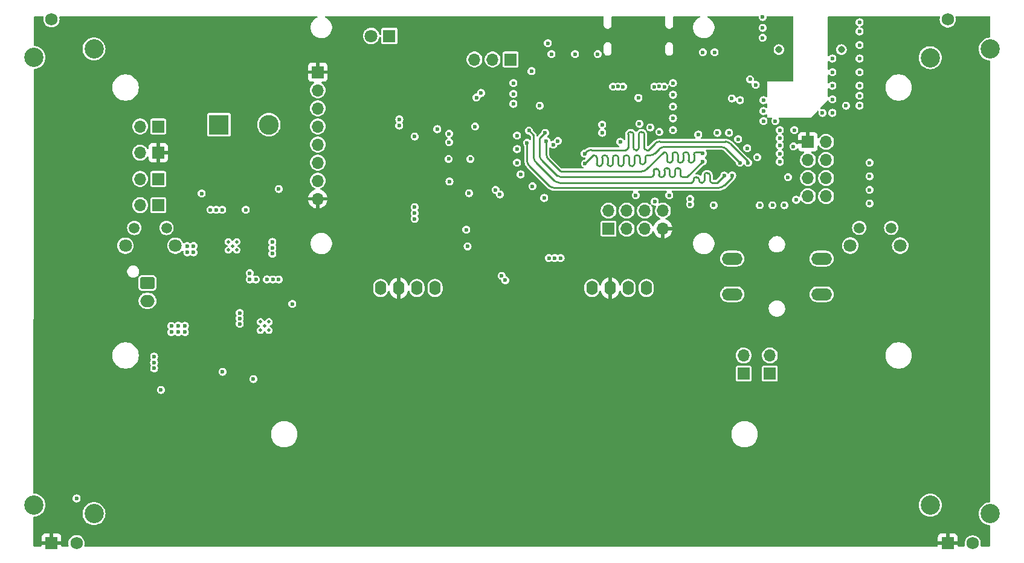
<source format=gbr>
%TF.GenerationSoftware,KiCad,Pcbnew,8.0.7*%
%TF.CreationDate,2025-03-30T10:37:29-04:00*%
%TF.ProjectId,RC-Car-Controller,52432d43-6172-42d4-936f-6e74726f6c6c,rev?*%
%TF.SameCoordinates,Original*%
%TF.FileFunction,Copper,L2,Inr*%
%TF.FilePolarity,Positive*%
%FSLAX46Y46*%
G04 Gerber Fmt 4.6, Leading zero omitted, Abs format (unit mm)*
G04 Created by KiCad (PCBNEW 8.0.7) date 2025-03-30 10:37:29*
%MOMM*%
%LPD*%
G01*
G04 APERTURE LIST*
G04 Aperture macros list*
%AMRoundRect*
0 Rectangle with rounded corners*
0 $1 Rounding radius*
0 $2 $3 $4 $5 $6 $7 $8 $9 X,Y pos of 4 corners*
0 Add a 4 corners polygon primitive as box body*
4,1,4,$2,$3,$4,$5,$6,$7,$8,$9,$2,$3,0*
0 Add four circle primitives for the rounded corners*
1,1,$1+$1,$2,$3*
1,1,$1+$1,$4,$5*
1,1,$1+$1,$6,$7*
1,1,$1+$1,$8,$9*
0 Add four rect primitives between the rounded corners*
20,1,$1+$1,$2,$3,$4,$5,0*
20,1,$1+$1,$4,$5,$6,$7,0*
20,1,$1+$1,$6,$7,$8,$9,0*
20,1,$1+$1,$8,$9,$2,$3,0*%
G04 Aperture macros list end*
%TA.AperFunction,ComponentPad*%
%ADD10R,1.700000X1.700000*%
%TD*%
%TA.AperFunction,ComponentPad*%
%ADD11O,1.700000X1.700000*%
%TD*%
%TA.AperFunction,ComponentPad*%
%ADD12R,1.750000X1.750000*%
%TD*%
%TA.AperFunction,ComponentPad*%
%ADD13C,1.750000*%
%TD*%
%TA.AperFunction,ComponentPad*%
%ADD14C,2.700000*%
%TD*%
%TA.AperFunction,ComponentPad*%
%ADD15C,0.500000*%
%TD*%
%TA.AperFunction,ComponentPad*%
%ADD16O,1.600000X2.000000*%
%TD*%
%TA.AperFunction,ComponentPad*%
%ADD17R,2.775000X2.775000*%
%TD*%
%TA.AperFunction,ComponentPad*%
%ADD18C,2.775000*%
%TD*%
%TA.AperFunction,ComponentPad*%
%ADD19R,1.800000X1.800000*%
%TD*%
%TA.AperFunction,ComponentPad*%
%ADD20C,1.800000*%
%TD*%
%TA.AperFunction,ComponentPad*%
%ADD21RoundRect,0.250000X-0.750000X0.600000X-0.750000X-0.600000X0.750000X-0.600000X0.750000X0.600000X0*%
%TD*%
%TA.AperFunction,ComponentPad*%
%ADD22O,2.000000X1.700000*%
%TD*%
%TA.AperFunction,ComponentPad*%
%ADD23C,0.970000*%
%TD*%
%TA.AperFunction,ComponentPad*%
%ADD24O,2.900000X1.700000*%
%TD*%
%TA.AperFunction,ComponentPad*%
%ADD25C,1.498600*%
%TD*%
%TA.AperFunction,ComponentPad*%
%ADD26C,1.803400*%
%TD*%
%TA.AperFunction,ViaPad*%
%ADD27C,0.600000*%
%TD*%
%TA.AperFunction,Conductor*%
%ADD28C,0.276098*%
%TD*%
G04 APERTURE END LIST*
D10*
%TO.N,GNDA*%
%TO.C,TP6*%
X185928000Y-94361000D03*
D11*
%TO.N,N/C*%
X185928000Y-91821000D03*
%TD*%
D10*
%TO.N,Net-(SW2-A)*%
%TO.C,SW2*%
X149606000Y-50292000D03*
D11*
%TO.N,Net-(SW2-B)*%
X147066000Y-50292000D03*
%TO.N,Net-(SW2-C)*%
X144526000Y-50292000D03*
%TD*%
D10*
%TO.N,/Connectors/USART_TX*%
%TO.C,J3*%
X163322000Y-74041000D03*
D11*
%TO.N,/Connectors/USART_RX*%
X163322000Y-71501000D03*
%TO.N,/Connectors/SWCLK*%
X165862000Y-74041000D03*
%TO.N,/Connectors/SWDIO*%
X165862000Y-71501000D03*
%TO.N,/Connectors/NRST*%
X168402000Y-74041000D03*
%TO.N,GNDA*%
X168402000Y-71501000D03*
%TO.N,+3V3*%
X170942000Y-74041000D03*
%TO.N,unconnected-(J3-Pin_8-Pad8)*%
X170942000Y-71501000D03*
%TD*%
D12*
%TO.N,+3V3*%
%TO.C,R45*%
X85250000Y-118164000D03*
D13*
%TO.N,/Inputs/Slider_L*%
X88750000Y-118164000D03*
%TO.N,GNDA*%
X85250000Y-44664000D03*
D14*
%TO.N,N/C*%
X91200000Y-114014000D03*
X82800000Y-112814000D03*
X82800000Y-50014000D03*
X91200000Y-48814000D03*
%TD*%
D10*
%TO.N,+3V3*%
%TO.C,J4*%
X191262000Y-61849000D03*
D11*
%TO.N,GNDA*%
X193802000Y-61849000D03*
%TO.N,/Connectors/RF_TMS*%
X191262000Y-64389000D03*
%TO.N,/Connectors/RF_nTRST*%
X193802000Y-64389000D03*
%TO.N,/Connectors/RF_TCK*%
X191262000Y-66929000D03*
%TO.N,/Connectors/RF_TDI*%
X193802000Y-66929000D03*
%TO.N,/Connectors/RF_nSRST*%
X191262000Y-69469000D03*
%TO.N,/Connectors/RF_TDO*%
X193802000Y-69469000D03*
%TD*%
D15*
%TO.N,GNDA*%
%TO.C,U2*%
X111207002Y-77043998D03*
X111207002Y-75864001D03*
X110617003Y-76454000D03*
X110027004Y-77043998D03*
X110027004Y-75864001D03*
%TD*%
D16*
%TO.N,GNDA*%
%TO.C,Brd2*%
X131380000Y-82360414D03*
%TO.N,+3V3*%
X133920000Y-82360414D03*
%TO.N,/MCU/I2C2_SCL*%
X136460000Y-82360414D03*
%TO.N,/MCU/I2C2_SDA*%
X139000000Y-82360414D03*
%TD*%
D17*
%TO.N,VDD_LOAD_PRE_SW*%
%TO.C,S1*%
X108712000Y-59436000D03*
D18*
%TO.N,VDD_LOAD*%
X115712000Y-59436000D03*
%TD*%
D19*
%TO.N,GNDA*%
%TO.C,D3*%
X132588000Y-46990000D03*
D20*
%TO.N,Net-(D3-A)*%
X130048000Y-46990000D03*
%TD*%
D15*
%TO.N,GNDA*%
%TO.C,U3*%
X114533500Y-88296800D03*
X115713500Y-88296800D03*
X115123500Y-87706800D03*
X114533500Y-87116800D03*
X115713500Y-87116800D03*
%TD*%
D10*
%TO.N,+3V3*%
%TO.C,J6*%
X122560000Y-52070000D03*
D11*
%TO.N,GNDA*%
X122560000Y-54610000D03*
%TO.N,/MCU/SPI4_MOSI*%
X122560000Y-57150000D03*
%TO.N,/MCU/SPI4_SCLK*%
X122560000Y-59690000D03*
%TO.N,/MCU/SPI4_CS*%
X122560000Y-62230000D03*
%TO.N,/MCU/SPI4_DC*%
X122560000Y-64770000D03*
%TO.N,/Outputs/LCD_RST*%
X122560000Y-67310000D03*
%TO.N,+3V3*%
X122560000Y-69850000D03*
%TD*%
D10*
%TO.N,GNDA*%
%TO.C,TP4*%
X182245000Y-94366000D03*
D11*
%TO.N,N/C*%
X182245000Y-91826000D03*
%TD*%
D16*
%TO.N,GNDA*%
%TO.C,Brd1*%
X161000000Y-82360414D03*
%TO.N,+3V3*%
X163540000Y-82360414D03*
%TO.N,/MCU/I2C1_SCL*%
X166080000Y-82360414D03*
%TO.N,/MCU/I2C1_SDA*%
X168620000Y-82360414D03*
%TD*%
D21*
%TO.N,Net-(J1-Pin_1)*%
%TO.C,J1*%
X98696000Y-81661000D03*
D22*
%TO.N,GND_BATT*%
X98696000Y-84161000D03*
%TD*%
D23*
%TO.N,GNDA*%
%TO.C,J5*%
X195958000Y-48906000D03*
X187198000Y-48906000D03*
%TD*%
D24*
%TO.N,GNDA*%
%TO.C,SW1*%
X180667000Y-78232000D03*
X193167000Y-78232000D03*
%TO.N,/Connectors/NRST*%
X180667000Y-83232000D03*
X193167000Y-83232000D03*
%TD*%
D10*
%TO.N,VDD_USB*%
%TO.C,TP1*%
X100208000Y-59690000D03*
D11*
%TO.N,N/C*%
X97668000Y-59690000D03*
%TD*%
D12*
%TO.N,+3V3*%
%TO.C,R48*%
X210848000Y-118188000D03*
D13*
%TO.N,/Inputs/Slider_R*%
X214348000Y-118188000D03*
%TO.N,GNDA*%
X210848000Y-44688000D03*
D14*
%TO.N,N/C*%
X216798000Y-114038000D03*
X208398000Y-112838000D03*
X208398000Y-50038000D03*
X216798000Y-48838000D03*
%TD*%
D10*
%TO.N,GNDA*%
%TO.C,TP2*%
X100208000Y-70739000D03*
D11*
%TO.N,N/C*%
X97668000Y-70739000D03*
%TD*%
D10*
%TO.N,VDD_BATT*%
%TO.C,TP3*%
X100208000Y-67056000D03*
D11*
%TO.N,N/C*%
X97668000Y-67056000D03*
%TD*%
D10*
%TO.N,+3V3*%
%TO.C,TP5*%
X100208000Y-63373000D03*
D11*
%TO.N,N/C*%
X97668000Y-63373000D03*
%TD*%
D25*
%TO.N,GNDA*%
%TO.C,SW4*%
X198445999Y-73914000D03*
%TO.N,/Inputs/Button_R*%
X202946000Y-73914000D03*
D26*
%TO.N,GNDA*%
X197190999Y-76404299D03*
X204201000Y-76404299D03*
%TD*%
D25*
%TO.N,GNDA*%
%TO.C,SW3*%
X96860999Y-73936051D03*
%TO.N,/Inputs/Button_L*%
X101361000Y-73936051D03*
D26*
%TO.N,GNDA*%
X95605999Y-76426350D03*
X102616000Y-76426350D03*
%TD*%
D27*
%TO.N,+3V3*%
X145177947Y-76505179D03*
X143256000Y-54991000D03*
X119888000Y-93218000D03*
X112748616Y-87036205D03*
X136080500Y-74295000D03*
X140462000Y-71374000D03*
X176276000Y-69850000D03*
X179766345Y-70629239D03*
X119888000Y-91313000D03*
X143931000Y-65318000D03*
X176276000Y-70612000D03*
X140970000Y-71882000D03*
X158242000Y-74930000D03*
X143952436Y-62832101D03*
X137711270Y-77039454D03*
X140081000Y-64516000D03*
X119893416Y-92252891D03*
X119002630Y-92241686D03*
X173342000Y-69850000D03*
X158623000Y-58420000D03*
X181229000Y-49276000D03*
X180213000Y-49276000D03*
X173342000Y-70612000D03*
X143891000Y-55626000D03*
X125857000Y-47498000D03*
X118999000Y-93218000D03*
X159639000Y-58420000D03*
X138538925Y-77035215D03*
X183007000Y-70629239D03*
X136887925Y-77035215D03*
X140970000Y-70866000D03*
X168129925Y-77289215D03*
X180681991Y-48641000D03*
X167302270Y-77293454D03*
X181356000Y-70625000D03*
X118999000Y-91313000D03*
X157607000Y-58420000D03*
X141732000Y-51943000D03*
X166478925Y-77289215D03*
%TO.N,/MCU/I2C2_SDA*%
X148831702Y-81272920D03*
%TO.N,GNDA*%
X164973000Y-61849000D03*
X184150000Y-64008000D03*
X143946000Y-64246000D03*
X194691000Y-53975000D03*
X178181000Y-49276000D03*
X198501000Y-45085000D03*
X149987000Y-56515000D03*
X143383000Y-74168000D03*
X170434000Y-60452000D03*
X172352000Y-53594000D03*
X176530000Y-49276000D03*
X183941000Y-53856473D03*
X165354000Y-54102000D03*
X172352000Y-58547000D03*
X189611000Y-69977000D03*
X156604573Y-78154815D03*
X185039000Y-57531000D03*
X149987000Y-53594000D03*
X107524002Y-71374000D03*
X118999000Y-84582000D03*
X198501000Y-52070000D03*
X187325000Y-60198000D03*
X136144000Y-61087000D03*
X174752000Y-70612000D03*
X199898000Y-64770000D03*
X149987000Y-55118000D03*
X175895000Y-60825000D03*
X167640000Y-59309000D03*
X162433000Y-59436000D03*
X198501000Y-56769000D03*
X102045000Y-88550500D03*
X169164000Y-59817000D03*
X199898000Y-68580000D03*
X99632000Y-93630500D03*
X170434747Y-54100066D03*
X184912000Y-45847000D03*
X143559901Y-76511597D03*
X172352000Y-55245000D03*
X117094000Y-68453000D03*
X141025000Y-67421000D03*
X136145215Y-70995075D03*
X198501000Y-53975000D03*
X151003000Y-66421000D03*
X103010109Y-87656084D03*
X117094000Y-81153000D03*
X109220000Y-94107000D03*
X169799000Y-70231000D03*
X158623000Y-49530000D03*
X171831000Y-69342000D03*
X194691000Y-57785000D03*
X115443000Y-81153000D03*
X178562000Y-60579000D03*
X103950000Y-88550500D03*
X188468000Y-66802000D03*
X174752000Y-69850000D03*
X164656247Y-54100066D03*
X194691000Y-52070000D03*
X180213000Y-60579000D03*
X198501000Y-48260000D03*
X139319000Y-60071000D03*
X116205000Y-75901002D03*
X187325000Y-61341000D03*
X185039000Y-58928000D03*
X116201981Y-76724478D03*
X116261307Y-81153000D03*
X199898000Y-66675000D03*
X140898000Y-64246000D03*
X111633000Y-85852000D03*
X155781228Y-78150576D03*
X169735500Y-54102000D03*
X172352000Y-56896000D03*
X196596000Y-56769000D03*
X185039000Y-56007000D03*
X161798000Y-49530000D03*
X150495000Y-64770000D03*
X152654000Y-68072000D03*
X136149454Y-71822730D03*
X108341934Y-71385056D03*
X144614000Y-59690000D03*
X187325000Y-62357000D03*
X182753000Y-62738000D03*
X183152264Y-53067736D03*
X187951425Y-70729808D03*
X163957000Y-54102000D03*
X178054000Y-70739000D03*
X198501000Y-50165000D03*
X112477002Y-71374000D03*
X186690000Y-58928000D03*
X150495000Y-60960000D03*
X103950000Y-87661500D03*
X150495000Y-62865000D03*
X109175002Y-71374000D03*
X154953573Y-78154815D03*
X143757092Y-69046793D03*
X155321000Y-49530000D03*
X116205000Y-77552002D03*
X102045000Y-87661500D03*
X167132000Y-69342000D03*
X184522425Y-70729808D03*
X186300425Y-70729808D03*
X136145215Y-72646075D03*
X171132500Y-54102000D03*
X193294000Y-57785000D03*
X154305000Y-69723000D03*
X184912000Y-44323000D03*
X162433000Y-60579000D03*
X194691000Y-55880000D03*
X113538000Y-95123000D03*
X187325000Y-63500000D03*
X181737000Y-56007000D03*
X103021314Y-88546870D03*
X187325000Y-64643000D03*
X99627761Y-92802845D03*
X111633000Y-86614000D03*
X172352000Y-60198000D03*
X199898000Y-70485000D03*
X144808537Y-55627170D03*
X198501000Y-46355000D03*
X194691000Y-50165000D03*
X198501000Y-55372000D03*
X145443537Y-54992170D03*
X152527000Y-51930000D03*
X181483000Y-61468000D03*
X184912000Y-47244000D03*
X99632000Y-91979500D03*
X111633000Y-87376000D03*
%TO.N,/MCU/I2C2_SCL*%
X148336000Y-80645000D03*
%TO.N,/MCU/I2C1_SDA*%
X147487000Y-68580000D03*
%TO.N,/MCU/I2C1_SCL*%
X148082000Y-69215000D03*
%TO.N,VDD_BATT*%
X106299000Y-69088000D03*
%TO.N,/Connectors/SWCLK*%
X155575000Y-62230000D03*
%TO.N,/Connectors/SWDIO*%
X156210000Y-61722000D03*
%TO.N,VDD_USB*%
X167513000Y-55681000D03*
X154813000Y-48006000D03*
%TO.N,/Inputs/Button_L*%
X100584000Y-96647000D03*
%TO.N,/Inputs/Slider_L*%
X88773000Y-111887000D03*
%TO.N,VDD_LOAD_PRE_SW*%
X113906000Y-81153000D03*
X104280000Y-77343000D03*
X105156000Y-76454000D03*
X104280000Y-76454000D03*
X105156000Y-77343000D03*
X113030000Y-81153000D03*
X113030000Y-80264000D03*
%TO.N,/MCU/SDMMC1_CMD*%
X152175819Y-60268327D03*
X179541000Y-66585000D03*
%TO.N,/MCU/SDMMC1_D1*%
X159951706Y-63506465D03*
X182880000Y-64770000D03*
%TO.N,/MCU/SDMMC1_CK*%
X180648376Y-66547752D03*
X151892000Y-61976000D03*
%TO.N,/MCU/SDMMC1_D2*%
X176530000Y-63498000D03*
X154612080Y-61728475D03*
%TO.N,/MCU/SDMMC1_D3*%
X154432000Y-60579000D03*
X176530000Y-64606003D03*
%TO.N,/MCU/SDMMC1_D0*%
X181737000Y-64770000D03*
X160020000Y-64897000D03*
%TO.N,/MCU/SPI4_CS*%
X140970000Y-60706000D03*
X133995221Y-58676379D03*
%TO.N,/MCU/SPI4_DC*%
X133985000Y-59563000D03*
X140970000Y-61913000D03*
%TO.N,/Connectors/RF_TDI*%
X189230000Y-62484000D03*
%TO.N,/Connectors/RF_TCK*%
X189357000Y-60198000D03*
%TO.N,/MCU/RF_RESET*%
X153670000Y-56769000D03*
X180594000Y-55753000D03*
%TD*%
D28*
%TO.N,/MCU/SDMMC1_CMD*%
X176296164Y-67564000D02*
X176447244Y-67564000D01*
X177051560Y-66214000D02*
X177202640Y-66214000D01*
X175238610Y-67261842D02*
X175238610Y-67116158D01*
X152175819Y-60268327D02*
X152831478Y-60923986D01*
X176749402Y-67261842D02*
X176749402Y-66516158D01*
X177806956Y-67564000D02*
X177958036Y-67564000D01*
X177504798Y-66516158D02*
X177504798Y-67261842D01*
X178562000Y-67564000D02*
X179541000Y-66585000D01*
X175994006Y-67116158D02*
X175994006Y-67261842D01*
X156395412Y-67564000D02*
X174936452Y-67564000D01*
X152831478Y-60923986D02*
X152831478Y-64000066D01*
X177958036Y-67564000D02*
X178158431Y-67564000D01*
X153129058Y-64718487D02*
X155676992Y-67266421D01*
X175540768Y-66814000D02*
X175691848Y-66814000D01*
X178158431Y-67564000D02*
X178562000Y-67564000D01*
X152831478Y-64000066D02*
G75*
G03*
X153129036Y-64718509I1016022J-34D01*
G01*
X156395412Y-67564000D02*
G75*
G02*
X155676986Y-67266427I-12J1016000D01*
G01*
X177202640Y-66214000D02*
G75*
G02*
X177504800Y-66516158I-40J-302200D01*
G01*
X177504798Y-67261842D02*
G75*
G03*
X177806956Y-67564002I302202J42D01*
G01*
X175691848Y-66814000D02*
G75*
G02*
X175994000Y-67116158I-48J-302200D01*
G01*
X175238610Y-67116158D02*
G75*
G02*
X175540768Y-66814010I302190J-42D01*
G01*
X176447244Y-67564000D02*
G75*
G03*
X176749400Y-67261842I-44J302200D01*
G01*
X176749402Y-66516158D02*
G75*
G02*
X177051560Y-66214002I302198J-42D01*
G01*
X175994006Y-67261842D02*
G75*
G03*
X176296164Y-67563994I302194J42D01*
G01*
X174936452Y-67564000D02*
G75*
G03*
X175238700Y-67261842I48J302200D01*
G01*
%TO.N,/MCU/SDMMC1_D1*%
X168313956Y-62689842D02*
X168313956Y-60764158D01*
X179674685Y-61810906D02*
X170511935Y-61810906D01*
X166047768Y-60764158D02*
X166047768Y-62689842D01*
X165745610Y-62992000D02*
X165594530Y-62992000D01*
X182880000Y-64770000D02*
X182880000Y-64595380D01*
X166803164Y-62689842D02*
X166803164Y-60764158D01*
X160168591Y-63289580D02*
X159951706Y-63506465D01*
X167256402Y-62992000D02*
X167105322Y-62992000D01*
X169793514Y-62108486D02*
X168910000Y-62992000D01*
X167558560Y-60764158D02*
X167558560Y-62689842D01*
X165594530Y-62992000D02*
X164368411Y-62992000D01*
X168011798Y-60462000D02*
X167860718Y-60462000D01*
X182880000Y-64595380D02*
X180393105Y-62108485D01*
X166501006Y-60462000D02*
X166349926Y-60462000D01*
X168910000Y-62992000D02*
X168616114Y-62992000D01*
X164368411Y-62992000D02*
X160887012Y-62992000D01*
X167105322Y-62992000D02*
G75*
G02*
X166803100Y-62689842I-22J302200D01*
G01*
X166803164Y-60764158D02*
G75*
G03*
X166501006Y-60462036I-302164J-42D01*
G01*
X160168591Y-63289580D02*
G75*
G02*
X160887012Y-62992008I718409J-718420D01*
G01*
X167558560Y-62689842D02*
G75*
G02*
X167256402Y-62991960I-302160J42D01*
G01*
X166349926Y-60462000D02*
G75*
G03*
X166047700Y-60764158I-26J-302200D01*
G01*
X168313956Y-60764158D02*
G75*
G03*
X168011798Y-60462044I-302156J-42D01*
G01*
X167860718Y-60462000D02*
G75*
G03*
X167558500Y-60764158I-18J-302200D01*
G01*
X169793514Y-62108486D02*
G75*
G02*
X170511935Y-61810929I718386J-718414D01*
G01*
X179674685Y-61810906D02*
G75*
G02*
X180393111Y-62108479I15J-1015994D01*
G01*
X166047768Y-62689842D02*
G75*
G02*
X165745610Y-62991968I-302168J42D01*
G01*
X168616114Y-62992000D02*
G75*
G02*
X168313900Y-62689842I-14J302200D01*
G01*
%TO.N,/MCU/SDMMC1_CK*%
X152189580Y-65194580D02*
X155016817Y-68021817D01*
X151892000Y-61976000D02*
X151892000Y-64476159D01*
X179575578Y-67947422D02*
X180648376Y-66874624D01*
X180648376Y-66874624D02*
X180648376Y-66547752D01*
X155735237Y-68319396D02*
X178677553Y-68319396D01*
X151892000Y-64476159D02*
G75*
G03*
X152189560Y-65194600I1016000J-41D01*
G01*
X155735237Y-68319396D02*
G75*
G02*
X155016799Y-68021835I-37J1015996D01*
G01*
X178677553Y-68319396D02*
G75*
G03*
X179575601Y-67947445I47J1269996D01*
G01*
%TO.N,/MCU/SDMMC1_D2*%
X171802170Y-64761698D02*
X171953250Y-64761698D01*
X172255408Y-64459540D02*
X172255408Y-63623856D01*
X156518215Y-65908894D02*
X156675641Y-65985144D01*
X175579150Y-63321698D02*
X175730230Y-63321698D01*
X171500012Y-63623856D02*
X171500012Y-64459540D01*
X176353698Y-63321698D02*
X176530000Y-63498000D01*
X156448636Y-65855865D02*
X156518215Y-65908894D01*
X168663995Y-65696684D02*
X171038981Y-63321698D01*
X174068358Y-63321698D02*
X174219438Y-63321698D01*
X174521596Y-63623856D02*
X174521596Y-64459540D01*
X175730230Y-63321698D02*
X175940318Y-63321698D01*
X174823754Y-64761698D02*
X174974834Y-64761698D01*
X173312962Y-64761698D02*
X173464042Y-64761698D01*
X172557566Y-63321698D02*
X172708646Y-63321698D01*
X156675641Y-65985144D02*
X156846044Y-66024641D01*
X173010804Y-63623856D02*
X173010804Y-64459540D01*
X156876421Y-65994264D02*
X167945574Y-65994264D01*
X175276992Y-64459540D02*
X175276992Y-63623856D01*
X156846044Y-66024641D02*
X156876421Y-65994264D01*
X171038981Y-63321698D02*
X171197854Y-63321698D01*
X175940318Y-63321698D02*
X176353698Y-63321698D01*
X173766200Y-64459540D02*
X173766200Y-63623856D01*
X154909660Y-64316889D02*
X156448636Y-65855865D01*
X154612080Y-61728475D02*
X154612080Y-63598468D01*
X174521596Y-64459540D02*
G75*
G03*
X174823754Y-64761704I302204J40D01*
G01*
X171500012Y-64459540D02*
G75*
G03*
X171802170Y-64761688I302188J40D01*
G01*
X172255408Y-63623856D02*
G75*
G02*
X172557566Y-63321708I302192J-44D01*
G01*
X174219438Y-63321698D02*
G75*
G02*
X174521602Y-63623856I-38J-302202D01*
G01*
X173010804Y-64459540D02*
G75*
G03*
X173312962Y-64761696I302196J40D01*
G01*
X172708646Y-63321698D02*
G75*
G02*
X173010802Y-63623856I-46J-302202D01*
G01*
X171197854Y-63321698D02*
G75*
G02*
X171500102Y-63623856I46J-302202D01*
G01*
X168663995Y-65696684D02*
G75*
G02*
X167945574Y-65994256I-718395J718384D01*
G01*
X174974834Y-64761698D02*
G75*
G03*
X175276998Y-64459540I-34J302198D01*
G01*
X154612080Y-63598468D02*
G75*
G03*
X154909640Y-64316909I1016020J-32D01*
G01*
X173766200Y-63623856D02*
G75*
G02*
X174068358Y-63321700I302200J-44D01*
G01*
X175276992Y-63623856D02*
G75*
G02*
X175579150Y-63321792I302108J-44D01*
G01*
X171953250Y-64761698D02*
G75*
G03*
X172255498Y-64459540I50J302198D01*
G01*
X173464042Y-64761698D02*
G75*
G03*
X173766198Y-64459540I-42J302198D01*
G01*
%TO.N,/MCU/SDMMC1_D3*%
X153670000Y-61341000D02*
X153670000Y-63737925D01*
X156625047Y-66798182D02*
X169315349Y-66798182D01*
X170372903Y-65940340D02*
X170372903Y-66496024D01*
X171128299Y-66496024D02*
X171128299Y-65840340D01*
X172639091Y-66496024D02*
X172639091Y-65840340D01*
X173696645Y-66798182D02*
X173847725Y-66798182D01*
X154432000Y-60579000D02*
X153670000Y-61341000D01*
X172941249Y-65538182D02*
X173092329Y-65538182D01*
X169617507Y-66496024D02*
X169617507Y-65940340D01*
X153967580Y-64456346D02*
X156086232Y-66574998D01*
X171430457Y-65538182D02*
X171581537Y-65538182D01*
X173394487Y-65840340D02*
X173394487Y-66496024D01*
X174337821Y-66798182D02*
X176530000Y-64606003D01*
X170675061Y-66798182D02*
X170826141Y-66798182D01*
X174142284Y-66798182D02*
X174337821Y-66798182D01*
X173847725Y-66798182D02*
X174142284Y-66798182D01*
X172185853Y-66798182D02*
X172336933Y-66798182D01*
X169919665Y-65638182D02*
X170070745Y-65638182D01*
X171883695Y-65840340D02*
X171883695Y-66496024D01*
X170070745Y-65638182D02*
G75*
G02*
X170372818Y-65940340I-45J-302118D01*
G01*
X172639091Y-65840340D02*
G75*
G02*
X172941249Y-65538191I302109J40D01*
G01*
X156086232Y-66574998D02*
G75*
G03*
X156625047Y-66798154I538768J538798D01*
G01*
X169617507Y-65940340D02*
G75*
G02*
X169919665Y-65638107I302193J40D01*
G01*
X173092329Y-65538182D02*
G75*
G02*
X173394418Y-65840340I-29J-302118D01*
G01*
X169315349Y-66798182D02*
G75*
G03*
X169617482Y-66496024I-49J302182D01*
G01*
X171128299Y-65840340D02*
G75*
G02*
X171430457Y-65538099I302201J40D01*
G01*
X153967580Y-64456346D02*
G75*
G02*
X153669982Y-63737925I718420J718446D01*
G01*
X172336933Y-66798182D02*
G75*
G03*
X172639082Y-66496024I-33J302182D01*
G01*
X173394487Y-66496024D02*
G75*
G03*
X173696645Y-66798113I302113J24D01*
G01*
X170372903Y-66496024D02*
G75*
G03*
X170675061Y-66798197I302197J24D01*
G01*
X171581537Y-65538182D02*
G75*
G02*
X171883618Y-65840340I-37J-302118D01*
G01*
X170826141Y-66798182D02*
G75*
G03*
X171128282Y-66496024I-41J302182D01*
G01*
X171883695Y-66496024D02*
G75*
G03*
X172185853Y-66798205I302205J24D01*
G01*
%TO.N,/MCU/SDMMC1_D0*%
X160020000Y-64897000D02*
X160025139Y-64891861D01*
X171146926Y-62566302D02*
X179112461Y-62566302D01*
X160020000Y-64897000D02*
X161169604Y-63747396D01*
X166944635Y-64935238D02*
X166944635Y-64049554D01*
X161959021Y-65237396D02*
X162110101Y-65237396D01*
X165433843Y-64935238D02*
X165433843Y-64049554D01*
X168908665Y-63747396D02*
X168910000Y-63747396D01*
X163469813Y-65237396D02*
X163620893Y-65237396D01*
X165736001Y-63747396D02*
X165887081Y-63747396D01*
X163167655Y-64049554D02*
X163167655Y-64935238D01*
X161169604Y-63747396D02*
X161354705Y-63747396D01*
X179830882Y-62863882D02*
X181737000Y-64770000D01*
X166491397Y-65237396D02*
X166642477Y-65237396D01*
X163923051Y-64935238D02*
X163923051Y-64049554D01*
X168910000Y-63747396D02*
X169124150Y-63747396D01*
X164678447Y-64049554D02*
X164678447Y-64935238D01*
X168757585Y-63747396D02*
X168908665Y-63747396D01*
X162714417Y-63747396D02*
X162865497Y-63747396D01*
X167246793Y-63747396D02*
X167397873Y-63747396D01*
X167700031Y-64049554D02*
X167700031Y-64685238D01*
X164225209Y-63747396D02*
X164376289Y-63747396D01*
X166189239Y-64049554D02*
X166189239Y-64935238D01*
X161656863Y-64049554D02*
X161656863Y-64935238D01*
X162412259Y-64935238D02*
X162412259Y-64049554D01*
X168455427Y-64685238D02*
X168455427Y-64049554D01*
X168002189Y-64987396D02*
X168153269Y-64987396D01*
X169842571Y-63449816D02*
X170428506Y-62863881D01*
X164980605Y-65237396D02*
X165131685Y-65237396D01*
X167397873Y-63747396D02*
G75*
G02*
X167700104Y-64049554I27J-302204D01*
G01*
X166189239Y-64935238D02*
G75*
G03*
X166491397Y-65237361I302161J38D01*
G01*
X161354705Y-63747396D02*
G75*
G02*
X161656904Y-64049554I-5J-302204D01*
G01*
X169124150Y-63747396D02*
G75*
G03*
X169842545Y-63449790I-50J1015996D01*
G01*
X162412259Y-64049554D02*
G75*
G02*
X162714417Y-63747459I302141J-46D01*
G01*
X162865497Y-63747396D02*
G75*
G02*
X163167704Y-64049554I3J-302204D01*
G01*
X163167655Y-64935238D02*
G75*
G03*
X163469813Y-65237345I302145J38D01*
G01*
X162110101Y-65237396D02*
G75*
G03*
X162412296Y-64935238I-1J302196D01*
G01*
X168455427Y-64049554D02*
G75*
G02*
X168757585Y-63747427I302173J-46D01*
G01*
X166642477Y-65237396D02*
G75*
G03*
X166944696Y-64935238I23J302196D01*
G01*
X179112461Y-62566302D02*
G75*
G02*
X179830901Y-62863863I39J-1015998D01*
G01*
X165131685Y-65237396D02*
G75*
G03*
X165433896Y-64935238I15J302196D01*
G01*
X168153269Y-64987396D02*
G75*
G03*
X168455496Y-64685238I31J302196D01*
G01*
X166944635Y-64049554D02*
G75*
G02*
X167246793Y-63747435I302165J-46D01*
G01*
X165433843Y-64049554D02*
G75*
G02*
X165736001Y-63747443I302157J-46D01*
G01*
X165887081Y-63747396D02*
G75*
G02*
X166189304Y-64049554I19J-302204D01*
G01*
X170428506Y-62863881D02*
G75*
G02*
X171146926Y-62566320I718394J-718419D01*
G01*
X164376289Y-63747396D02*
G75*
G02*
X164678504Y-64049554I11J-302204D01*
G01*
X161656863Y-64935238D02*
G75*
G03*
X161959021Y-65237337I302137J38D01*
G01*
X167700031Y-64685238D02*
G75*
G03*
X168002189Y-64987369I302169J38D01*
G01*
X163923051Y-64049554D02*
G75*
G02*
X164225209Y-63747451I302149J-46D01*
G01*
X164678447Y-64935238D02*
G75*
G03*
X164980605Y-65237353I302153J38D01*
G01*
X163620893Y-65237396D02*
G75*
G03*
X163923096Y-64935238I7J302196D01*
G01*
%TD*%
%TA.AperFunction,Conductor*%
%TO.N,+3V3*%
G36*
X84111664Y-44215685D02*
G01*
X84157419Y-44268489D01*
X84167363Y-44337647D01*
X84163892Y-44353934D01*
X84134974Y-44455570D01*
X84115661Y-44663999D01*
X84115661Y-44664000D01*
X84134974Y-44872429D01*
X84192259Y-45073769D01*
X84285562Y-45261147D01*
X84285567Y-45261155D01*
X84411714Y-45428201D01*
X84490713Y-45500217D01*
X84566408Y-45569222D01*
X84744382Y-45679419D01*
X84744383Y-45679419D01*
X84744384Y-45679420D01*
X84776620Y-45691908D01*
X84939573Y-45755036D01*
X85145336Y-45793500D01*
X85145338Y-45793500D01*
X85354662Y-45793500D01*
X85354664Y-45793500D01*
X85560427Y-45755036D01*
X85755618Y-45679419D01*
X85933592Y-45569222D01*
X86088287Y-45428199D01*
X86214434Y-45261153D01*
X86307740Y-45073771D01*
X86365025Y-44872434D01*
X86384339Y-44664000D01*
X86365025Y-44455566D01*
X86336108Y-44353932D01*
X86336696Y-44284066D01*
X86374963Y-44225608D01*
X86438760Y-44197118D01*
X86455375Y-44196000D01*
X122406020Y-44196000D01*
X122473059Y-44215685D01*
X122518814Y-44268489D01*
X122528758Y-44337647D01*
X122499733Y-44401203D01*
X122462315Y-44430485D01*
X122273566Y-44526657D01*
X122171736Y-44600642D01*
X122082490Y-44665483D01*
X122082488Y-44665485D01*
X122082487Y-44665485D01*
X121915485Y-44832487D01*
X121915485Y-44832488D01*
X121915483Y-44832490D01*
X121869025Y-44896434D01*
X121776657Y-45023566D01*
X121669433Y-45234003D01*
X121596446Y-45458631D01*
X121559500Y-45691902D01*
X121559500Y-45928097D01*
X121596446Y-46161368D01*
X121669433Y-46385996D01*
X121727398Y-46499757D01*
X121776657Y-46596433D01*
X121915483Y-46787510D01*
X122082490Y-46954517D01*
X122273567Y-47093343D01*
X122367625Y-47141268D01*
X122484003Y-47200566D01*
X122484005Y-47200566D01*
X122484008Y-47200568D01*
X122570094Y-47228539D01*
X122708631Y-47273553D01*
X122941903Y-47310500D01*
X122941908Y-47310500D01*
X123178097Y-47310500D01*
X123411368Y-47273553D01*
X123502322Y-47244000D01*
X123635992Y-47200568D01*
X123641268Y-47197880D01*
X123673099Y-47181661D01*
X123846433Y-47093343D01*
X123988673Y-46989999D01*
X128888554Y-46989999D01*
X128888554Y-46990000D01*
X128908295Y-47203047D01*
X128908296Y-47203050D01*
X128966846Y-47408835D01*
X128966849Y-47408841D01*
X128995198Y-47465773D01*
X129062219Y-47600370D01*
X129191159Y-47771114D01*
X129349278Y-47915258D01*
X129349283Y-47915261D01*
X129349286Y-47915263D01*
X129531186Y-48027891D01*
X129531187Y-48027891D01*
X129531190Y-48027893D01*
X129730703Y-48105185D01*
X129941020Y-48144500D01*
X129941022Y-48144500D01*
X130154978Y-48144500D01*
X130154980Y-48144500D01*
X130365297Y-48105185D01*
X130564810Y-48027893D01*
X130746722Y-47915258D01*
X130904841Y-47771114D01*
X131033781Y-47600370D01*
X131129151Y-47408840D01*
X131129151Y-47408837D01*
X131129153Y-47408835D01*
X131189273Y-47197534D01*
X131190491Y-47197880D01*
X131219270Y-47141268D01*
X131279578Y-47105988D01*
X131349387Y-47108914D01*
X131406531Y-47149117D01*
X131432869Y-47213833D01*
X131433500Y-47226324D01*
X131433500Y-47915063D01*
X131448266Y-47989301D01*
X131504515Y-48073484D01*
X131536767Y-48095034D01*
X131588699Y-48129734D01*
X131588702Y-48129734D01*
X131588703Y-48129735D01*
X131613666Y-48134700D01*
X131662933Y-48144500D01*
X133513066Y-48144499D01*
X133587301Y-48129734D01*
X133671484Y-48073484D01*
X133716577Y-48005998D01*
X154253715Y-48005998D01*
X154253715Y-48006001D01*
X154272771Y-48150752D01*
X154272773Y-48150757D01*
X154328642Y-48285638D01*
X154328645Y-48285644D01*
X154417525Y-48401473D01*
X154417526Y-48401474D01*
X154533355Y-48490354D01*
X154533361Y-48490357D01*
X154574297Y-48507313D01*
X154668246Y-48546228D01*
X154740623Y-48555756D01*
X154812999Y-48565285D01*
X154813000Y-48565285D01*
X154813001Y-48565285D01*
X154861251Y-48558932D01*
X154957754Y-48546228D01*
X155092643Y-48490355D01*
X155208474Y-48401474D01*
X155261252Y-48332693D01*
X162637700Y-48332693D01*
X162637700Y-49269307D01*
X162648967Y-49311355D01*
X162675542Y-49410539D01*
X162692978Y-49440738D01*
X162748649Y-49537162D01*
X162852038Y-49640551D01*
X162978662Y-49713658D01*
X163119893Y-49751500D01*
X163119895Y-49751500D01*
X163266105Y-49751500D01*
X163266107Y-49751500D01*
X163407338Y-49713658D01*
X163533962Y-49640551D01*
X163637351Y-49537162D01*
X163710458Y-49410538D01*
X163748300Y-49269307D01*
X163748300Y-48362892D01*
X171279648Y-48362892D01*
X171279648Y-49299506D01*
X171289254Y-49335355D01*
X171317490Y-49440738D01*
X171344675Y-49487822D01*
X171390597Y-49567361D01*
X171493986Y-49670750D01*
X171620610Y-49743857D01*
X171761841Y-49781699D01*
X171761843Y-49781699D01*
X171908053Y-49781699D01*
X171908055Y-49781699D01*
X172049286Y-49743857D01*
X172175910Y-49670750D01*
X172279299Y-49567361D01*
X172352406Y-49440737D01*
X172390248Y-49299506D01*
X172390248Y-49275998D01*
X175970715Y-49275998D01*
X175970715Y-49276001D01*
X175989771Y-49420752D01*
X175989773Y-49420757D01*
X176045642Y-49555638D01*
X176045645Y-49555644D01*
X176134525Y-49671473D01*
X176134526Y-49671474D01*
X176250355Y-49760354D01*
X176250361Y-49760357D01*
X176312822Y-49786229D01*
X176385246Y-49816228D01*
X176457623Y-49825756D01*
X176529999Y-49835285D01*
X176530000Y-49835285D01*
X176530001Y-49835285D01*
X176578251Y-49828932D01*
X176674754Y-49816228D01*
X176809643Y-49760355D01*
X176925474Y-49671474D01*
X177014355Y-49555643D01*
X177070228Y-49420754D01*
X177082932Y-49324251D01*
X177089285Y-49276001D01*
X177089285Y-49275998D01*
X177621715Y-49275998D01*
X177621715Y-49276001D01*
X177640771Y-49420752D01*
X177640773Y-49420757D01*
X177696642Y-49555638D01*
X177696645Y-49555644D01*
X177785525Y-49671473D01*
X177785526Y-49671474D01*
X177901355Y-49760354D01*
X177901361Y-49760357D01*
X177963822Y-49786229D01*
X178036246Y-49816228D01*
X178108623Y-49825756D01*
X178180999Y-49835285D01*
X178181000Y-49835285D01*
X178181001Y-49835285D01*
X178229251Y-49828932D01*
X178325754Y-49816228D01*
X178460643Y-49760355D01*
X178576474Y-49671474D01*
X178665355Y-49555643D01*
X178721228Y-49420754D01*
X178733932Y-49324251D01*
X178740285Y-49276001D01*
X178740285Y-49275998D01*
X178721660Y-49134526D01*
X178721228Y-49131246D01*
X178665355Y-48996358D01*
X178596018Y-48905996D01*
X186453821Y-48905996D01*
X186453821Y-48906003D01*
X186472477Y-49071586D01*
X186472478Y-49071591D01*
X186472478Y-49071593D01*
X186472479Y-49071595D01*
X186479612Y-49091980D01*
X186527517Y-49228886D01*
X186576800Y-49307320D01*
X186616177Y-49369988D01*
X186734012Y-49487823D01*
X186875113Y-49576482D01*
X187032405Y-49631521D01*
X187032411Y-49631521D01*
X187032413Y-49631522D01*
X187197996Y-49650179D01*
X187198000Y-49650179D01*
X187198004Y-49650179D01*
X187363586Y-49631522D01*
X187363585Y-49631522D01*
X187363595Y-49631521D01*
X187520887Y-49576482D01*
X187661988Y-49487823D01*
X187779823Y-49369988D01*
X187868482Y-49228887D01*
X187923521Y-49071595D01*
X187932740Y-48989771D01*
X187942179Y-48906003D01*
X187942179Y-48905996D01*
X187923522Y-48740413D01*
X187923521Y-48740408D01*
X187923521Y-48740405D01*
X187868482Y-48583113D01*
X187779823Y-48442012D01*
X187661988Y-48324177D01*
X187559852Y-48260001D01*
X187520886Y-48235517D01*
X187423476Y-48201432D01*
X187363595Y-48180479D01*
X187363593Y-48180478D01*
X187363591Y-48180478D01*
X187363586Y-48180477D01*
X187198004Y-48161821D01*
X187197996Y-48161821D01*
X187032413Y-48180477D01*
X187032408Y-48180478D01*
X186875113Y-48235517D01*
X186734011Y-48324177D01*
X186616177Y-48442011D01*
X186527517Y-48583113D01*
X186472478Y-48740408D01*
X186472477Y-48740413D01*
X186453821Y-48905996D01*
X178596018Y-48905996D01*
X178576474Y-48880526D01*
X178460643Y-48791645D01*
X178460640Y-48791644D01*
X178460638Y-48791642D01*
X178325757Y-48735773D01*
X178325752Y-48735771D01*
X178181001Y-48716715D01*
X178180999Y-48716715D01*
X178036247Y-48735771D01*
X178036245Y-48735772D01*
X177901361Y-48791643D01*
X177901358Y-48791644D01*
X177901358Y-48791645D01*
X177785526Y-48880526D01*
X177701700Y-48989771D01*
X177696643Y-48996361D01*
X177640772Y-49131245D01*
X177640771Y-49131247D01*
X177621715Y-49275998D01*
X177089285Y-49275998D01*
X177070660Y-49134526D01*
X177070228Y-49131246D01*
X177014355Y-48996358D01*
X176925474Y-48880526D01*
X176809643Y-48791645D01*
X176809640Y-48791644D01*
X176809638Y-48791642D01*
X176674757Y-48735773D01*
X176674752Y-48735771D01*
X176530001Y-48716715D01*
X176529999Y-48716715D01*
X176385247Y-48735771D01*
X176385245Y-48735772D01*
X176250361Y-48791643D01*
X176250358Y-48791644D01*
X176250358Y-48791645D01*
X176134526Y-48880526D01*
X176050700Y-48989771D01*
X176045643Y-48996361D01*
X175989772Y-49131245D01*
X175989771Y-49131247D01*
X175970715Y-49275998D01*
X172390248Y-49275998D01*
X172390248Y-48362892D01*
X172352406Y-48221661D01*
X172279299Y-48095037D01*
X172175910Y-47991648D01*
X172112598Y-47955094D01*
X172049287Y-47918541D01*
X171978670Y-47899620D01*
X171908055Y-47880699D01*
X171761841Y-47880699D01*
X171620608Y-47918541D01*
X171493986Y-47991648D01*
X171493983Y-47991650D01*
X171390599Y-48095034D01*
X171390597Y-48095037D01*
X171317490Y-48221659D01*
X171287740Y-48332693D01*
X171279648Y-48362892D01*
X163748300Y-48362892D01*
X163748300Y-48332693D01*
X163710458Y-48191462D01*
X163637351Y-48064838D01*
X163533962Y-47961449D01*
X163453963Y-47915261D01*
X163407339Y-47888342D01*
X163331356Y-47867983D01*
X163266107Y-47850500D01*
X163119893Y-47850500D01*
X162978660Y-47888342D01*
X162852038Y-47961449D01*
X162852035Y-47961451D01*
X162748651Y-48064835D01*
X162748649Y-48064838D01*
X162675542Y-48191460D01*
X162657177Y-48260001D01*
X162637700Y-48332693D01*
X155261252Y-48332693D01*
X155297355Y-48285643D01*
X155353228Y-48150754D01*
X155372285Y-48006000D01*
X155370086Y-47989300D01*
X155354115Y-47867983D01*
X155353228Y-47861246D01*
X155297355Y-47726358D01*
X155208474Y-47610526D01*
X155092643Y-47521645D01*
X155092640Y-47521644D01*
X155092638Y-47521642D01*
X154957757Y-47465773D01*
X154957752Y-47465771D01*
X154813001Y-47446715D01*
X154812999Y-47446715D01*
X154668247Y-47465771D01*
X154668245Y-47465772D01*
X154533361Y-47521643D01*
X154533358Y-47521644D01*
X154533358Y-47521645D01*
X154417526Y-47610526D01*
X154333700Y-47719771D01*
X154328643Y-47726361D01*
X154272772Y-47861245D01*
X154272771Y-47861247D01*
X154253715Y-48005998D01*
X133716577Y-48005998D01*
X133727734Y-47989301D01*
X133742500Y-47915067D01*
X133742499Y-46064934D01*
X133727734Y-45990699D01*
X133692411Y-45937835D01*
X133671484Y-45906515D01*
X133617795Y-45870642D01*
X133587301Y-45850266D01*
X133587299Y-45850265D01*
X133587296Y-45850264D01*
X133513069Y-45835500D01*
X131662936Y-45835500D01*
X131588698Y-45850266D01*
X131504515Y-45906515D01*
X131448266Y-45990699D01*
X131448264Y-45990703D01*
X131433500Y-46064928D01*
X131433500Y-46753674D01*
X131413815Y-46820713D01*
X131361011Y-46866468D01*
X131291853Y-46876412D01*
X131228297Y-46847387D01*
X131190523Y-46788609D01*
X131187863Y-46777513D01*
X131187704Y-46776955D01*
X131187704Y-46776952D01*
X131136342Y-46596433D01*
X131129153Y-46571164D01*
X131129150Y-46571158D01*
X131093594Y-46499752D01*
X131033781Y-46379630D01*
X130904841Y-46208886D01*
X130746722Y-46064742D01*
X130746716Y-46064738D01*
X130746713Y-46064736D01*
X130564813Y-45952108D01*
X130564807Y-45952106D01*
X130545352Y-45944569D01*
X130365297Y-45874815D01*
X130154980Y-45835500D01*
X129941020Y-45835500D01*
X129730703Y-45874815D01*
X129648876Y-45906515D01*
X129531192Y-45952106D01*
X129531186Y-45952108D01*
X129349286Y-46064736D01*
X129349283Y-46064738D01*
X129349279Y-46064740D01*
X129349278Y-46064742D01*
X129243284Y-46161368D01*
X129191158Y-46208887D01*
X129062219Y-46379629D01*
X128966849Y-46571158D01*
X128966846Y-46571164D01*
X128908296Y-46776949D01*
X128908295Y-46776952D01*
X128888554Y-46989999D01*
X123988673Y-46989999D01*
X124037510Y-46954517D01*
X124204517Y-46787510D01*
X124343343Y-46596433D01*
X124450568Y-46385992D01*
X124523553Y-46161368D01*
X124537176Y-46075358D01*
X124560500Y-45928097D01*
X124560500Y-45691902D01*
X124523553Y-45458631D01*
X124474211Y-45306773D01*
X124450568Y-45234008D01*
X124450566Y-45234005D01*
X124450566Y-45234003D01*
X124374645Y-45085001D01*
X124343343Y-45023567D01*
X124204517Y-44832490D01*
X124037510Y-44665483D01*
X123846433Y-44526657D01*
X123730829Y-44467754D01*
X123657685Y-44430485D01*
X123606889Y-44382510D01*
X123590094Y-44314689D01*
X123612631Y-44248554D01*
X123667347Y-44205103D01*
X123713980Y-44196000D01*
X162513997Y-44196000D01*
X162581036Y-44215685D01*
X162626791Y-44268489D01*
X162637997Y-44320000D01*
X162637997Y-45493484D01*
X162656918Y-45564099D01*
X162675839Y-45634716D01*
X162708856Y-45691902D01*
X162748946Y-45761339D01*
X162852335Y-45864728D01*
X162978959Y-45937835D01*
X163120190Y-45975677D01*
X163120192Y-45975677D01*
X163266402Y-45975677D01*
X163266404Y-45975677D01*
X163407635Y-45937835D01*
X163534259Y-45864728D01*
X163637648Y-45761339D01*
X163710755Y-45634715D01*
X163748597Y-45493484D01*
X163748597Y-44320000D01*
X163768282Y-44252961D01*
X163821086Y-44207206D01*
X163872597Y-44196000D01*
X171156770Y-44196000D01*
X171223809Y-44215685D01*
X171269564Y-44268489D01*
X171280770Y-44320000D01*
X171280770Y-45500217D01*
X171318612Y-45641450D01*
X171340534Y-45679419D01*
X171391719Y-45768073D01*
X171495108Y-45871462D01*
X171621732Y-45944569D01*
X171762963Y-45982411D01*
X171762965Y-45982411D01*
X171909175Y-45982411D01*
X171909177Y-45982411D01*
X172050408Y-45944569D01*
X172177032Y-45871462D01*
X172280421Y-45768073D01*
X172353528Y-45641449D01*
X172391370Y-45500218D01*
X172391370Y-44320000D01*
X172411055Y-44252961D01*
X172463859Y-44207206D01*
X172515370Y-44196000D01*
X176006020Y-44196000D01*
X176073059Y-44215685D01*
X176118814Y-44268489D01*
X176128758Y-44337647D01*
X176099733Y-44401203D01*
X176062315Y-44430485D01*
X175873566Y-44526657D01*
X175771736Y-44600642D01*
X175682490Y-44665483D01*
X175682488Y-44665485D01*
X175682487Y-44665485D01*
X175515485Y-44832487D01*
X175515485Y-44832488D01*
X175515483Y-44832490D01*
X175469025Y-44896434D01*
X175376657Y-45023566D01*
X175269433Y-45234003D01*
X175196446Y-45458631D01*
X175159500Y-45691902D01*
X175159500Y-45928097D01*
X175196446Y-46161368D01*
X175269433Y-46385996D01*
X175327398Y-46499757D01*
X175376657Y-46596433D01*
X175515483Y-46787510D01*
X175682490Y-46954517D01*
X175873567Y-47093343D01*
X175967625Y-47141268D01*
X176084003Y-47200566D01*
X176084005Y-47200566D01*
X176084008Y-47200568D01*
X176170094Y-47228539D01*
X176308631Y-47273553D01*
X176541903Y-47310500D01*
X176541908Y-47310500D01*
X176778097Y-47310500D01*
X177011368Y-47273553D01*
X177102322Y-47244000D01*
X177102328Y-47243998D01*
X184352715Y-47243998D01*
X184352715Y-47244001D01*
X184371771Y-47388752D01*
X184371773Y-47388757D01*
X184427642Y-47523638D01*
X184427645Y-47523644D01*
X184516525Y-47639473D01*
X184516526Y-47639474D01*
X184632355Y-47728354D01*
X184632361Y-47728357D01*
X184699801Y-47756291D01*
X184767246Y-47784228D01*
X184839623Y-47793756D01*
X184911999Y-47803285D01*
X184912000Y-47803285D01*
X184912001Y-47803285D01*
X184960251Y-47796932D01*
X185056754Y-47784228D01*
X185191643Y-47728355D01*
X185307474Y-47639474D01*
X185396355Y-47523643D01*
X185452228Y-47388754D01*
X185471285Y-47244000D01*
X185468698Y-47224353D01*
X185453501Y-47108914D01*
X185452228Y-47099246D01*
X185396355Y-46964358D01*
X185307474Y-46848526D01*
X185191643Y-46759645D01*
X185191640Y-46759644D01*
X185191638Y-46759642D01*
X185056757Y-46703773D01*
X185056752Y-46703771D01*
X184912001Y-46684715D01*
X184911999Y-46684715D01*
X184767247Y-46703771D01*
X184767245Y-46703772D01*
X184632361Y-46759643D01*
X184632358Y-46759644D01*
X184632358Y-46759645D01*
X184516526Y-46848526D01*
X184435197Y-46954517D01*
X184427643Y-46964361D01*
X184371772Y-47099245D01*
X184371771Y-47099247D01*
X184352715Y-47243998D01*
X177102328Y-47243998D01*
X177235992Y-47200568D01*
X177241268Y-47197880D01*
X177273099Y-47181661D01*
X177446433Y-47093343D01*
X177637510Y-46954517D01*
X177804517Y-46787510D01*
X177943343Y-46596433D01*
X178050568Y-46385992D01*
X178123553Y-46161368D01*
X178137176Y-46075358D01*
X178160500Y-45928097D01*
X178160500Y-45846998D01*
X184352715Y-45846998D01*
X184352715Y-45847001D01*
X184371771Y-45991752D01*
X184371773Y-45991757D01*
X184427642Y-46126638D01*
X184427645Y-46126644D01*
X184516525Y-46242473D01*
X184516526Y-46242474D01*
X184632355Y-46331354D01*
X184632361Y-46331357D01*
X184689436Y-46354998D01*
X184767246Y-46387228D01*
X184839623Y-46396756D01*
X184911999Y-46406285D01*
X184912000Y-46406285D01*
X184912001Y-46406285D01*
X184960251Y-46399932D01*
X185056754Y-46387228D01*
X185191643Y-46331355D01*
X185307474Y-46242474D01*
X185396355Y-46126643D01*
X185452228Y-45991754D01*
X185468951Y-45864727D01*
X185471285Y-45847001D01*
X185471285Y-45846998D01*
X185453983Y-45715574D01*
X185452228Y-45702246D01*
X185396355Y-45567358D01*
X185307474Y-45451526D01*
X185191643Y-45362645D01*
X185191640Y-45362644D01*
X185191638Y-45362642D01*
X185056757Y-45306773D01*
X185056752Y-45306771D01*
X184912001Y-45287715D01*
X184911999Y-45287715D01*
X184767247Y-45306771D01*
X184767245Y-45306772D01*
X184632361Y-45362643D01*
X184632358Y-45362644D01*
X184632358Y-45362645D01*
X184629753Y-45364644D01*
X184516526Y-45451526D01*
X184427643Y-45567361D01*
X184371772Y-45702245D01*
X184371771Y-45702247D01*
X184352715Y-45846998D01*
X178160500Y-45846998D01*
X178160500Y-45691902D01*
X178123553Y-45458631D01*
X178074211Y-45306773D01*
X178050568Y-45234008D01*
X178050566Y-45234005D01*
X178050566Y-45234003D01*
X177974645Y-45085001D01*
X177943343Y-45023567D01*
X177804517Y-44832490D01*
X177637510Y-44665483D01*
X177446433Y-44526657D01*
X177330829Y-44467754D01*
X177257685Y-44430485D01*
X177206889Y-44382510D01*
X177190094Y-44314689D01*
X177212631Y-44248554D01*
X177267347Y-44205103D01*
X177313980Y-44196000D01*
X184228715Y-44196000D01*
X184295754Y-44215685D01*
X184341509Y-44268489D01*
X184351615Y-44314947D01*
X184351654Y-44314942D01*
X184351714Y-44315400D01*
X184352715Y-44320000D01*
X184352715Y-44323001D01*
X184371771Y-44467752D01*
X184371773Y-44467757D01*
X184427642Y-44602638D01*
X184427645Y-44602644D01*
X184516525Y-44718473D01*
X184516526Y-44718474D01*
X184632355Y-44807354D01*
X184632361Y-44807357D01*
X184693031Y-44832487D01*
X184767246Y-44863228D01*
X184837135Y-44872429D01*
X184911999Y-44882285D01*
X184912000Y-44882285D01*
X184912001Y-44882285D01*
X184960251Y-44875932D01*
X185056754Y-44863228D01*
X185191643Y-44807355D01*
X185307474Y-44718474D01*
X185396355Y-44602643D01*
X185452228Y-44467754D01*
X185471285Y-44323000D01*
X185471285Y-44320000D01*
X185472001Y-44317560D01*
X185472346Y-44314942D01*
X185472754Y-44314995D01*
X185490970Y-44252961D01*
X185543774Y-44207206D01*
X185595285Y-44196000D01*
X189106000Y-44196000D01*
X189173039Y-44215685D01*
X189218794Y-44268489D01*
X189230000Y-44320000D01*
X189230000Y-53216000D01*
X189210315Y-53283039D01*
X189157511Y-53328794D01*
X189106000Y-53340000D01*
X185547000Y-53340000D01*
X185547000Y-55446422D01*
X185527315Y-55513461D01*
X185474511Y-55559216D01*
X185405353Y-55569160D01*
X185347514Y-55544798D01*
X185318643Y-55522645D01*
X185318638Y-55522642D01*
X185183757Y-55466773D01*
X185183752Y-55466771D01*
X185039001Y-55447715D01*
X185038999Y-55447715D01*
X184894247Y-55466771D01*
X184894245Y-55466772D01*
X184759361Y-55522643D01*
X184759358Y-55522644D01*
X184759358Y-55522645D01*
X184643526Y-55611526D01*
X184564512Y-55714500D01*
X184554643Y-55727361D01*
X184498772Y-55862245D01*
X184498771Y-55862247D01*
X184479715Y-56006998D01*
X184479715Y-56007001D01*
X184498771Y-56151752D01*
X184498773Y-56151757D01*
X184554642Y-56286638D01*
X184554645Y-56286644D01*
X184643525Y-56402473D01*
X184643526Y-56402474D01*
X184759355Y-56491354D01*
X184759361Y-56491357D01*
X184796784Y-56506858D01*
X184894246Y-56547228D01*
X184966623Y-56556756D01*
X185038999Y-56566285D01*
X185039000Y-56566285D01*
X185039001Y-56566285D01*
X185087251Y-56559932D01*
X185183754Y-56547228D01*
X185318643Y-56491355D01*
X185347513Y-56469201D01*
X185412682Y-56444007D01*
X185481127Y-56458045D01*
X185531117Y-56506858D01*
X185547000Y-56567577D01*
X185547000Y-56970422D01*
X185527315Y-57037461D01*
X185474511Y-57083216D01*
X185405353Y-57093160D01*
X185347514Y-57068798D01*
X185318643Y-57046645D01*
X185318638Y-57046642D01*
X185183757Y-56990773D01*
X185183752Y-56990771D01*
X185039001Y-56971715D01*
X185038999Y-56971715D01*
X184894247Y-56990771D01*
X184894245Y-56990772D01*
X184759361Y-57046643D01*
X184759358Y-57046644D01*
X184759358Y-57046645D01*
X184643526Y-57135526D01*
X184559700Y-57244771D01*
X184554643Y-57251361D01*
X184498772Y-57386245D01*
X184498771Y-57386247D01*
X184479715Y-57530998D01*
X184479715Y-57531001D01*
X184498771Y-57675752D01*
X184498773Y-57675757D01*
X184554642Y-57810638D01*
X184554645Y-57810644D01*
X184643525Y-57926473D01*
X184643526Y-57926474D01*
X184759355Y-58015354D01*
X184759361Y-58015357D01*
X184826801Y-58043291D01*
X184894246Y-58071228D01*
X184966623Y-58080756D01*
X185038999Y-58090285D01*
X185039000Y-58090285D01*
X185039001Y-58090285D01*
X185087251Y-58083932D01*
X185183754Y-58071228D01*
X185318643Y-58015355D01*
X185347513Y-57993201D01*
X185412682Y-57968007D01*
X185481127Y-57982045D01*
X185531117Y-58030858D01*
X185547000Y-58091577D01*
X185547000Y-58367422D01*
X185527315Y-58434461D01*
X185474511Y-58480216D01*
X185405353Y-58490160D01*
X185347514Y-58465798D01*
X185318643Y-58443645D01*
X185318638Y-58443642D01*
X185183757Y-58387773D01*
X185183752Y-58387771D01*
X185039001Y-58368715D01*
X185038999Y-58368715D01*
X184894247Y-58387771D01*
X184894245Y-58387772D01*
X184759361Y-58443643D01*
X184759358Y-58443644D01*
X184759358Y-58443645D01*
X184695703Y-58492489D01*
X184643526Y-58532526D01*
X184554643Y-58648361D01*
X184498772Y-58783245D01*
X184498771Y-58783247D01*
X184479715Y-58927998D01*
X184479715Y-58928001D01*
X184498771Y-59072752D01*
X184498773Y-59072757D01*
X184554642Y-59207638D01*
X184554645Y-59207644D01*
X184643525Y-59323473D01*
X184643526Y-59323474D01*
X184759355Y-59412354D01*
X184759361Y-59412357D01*
X184816436Y-59435998D01*
X184894246Y-59468228D01*
X184966623Y-59477756D01*
X185038999Y-59487285D01*
X185039000Y-59487285D01*
X185039001Y-59487285D01*
X185087251Y-59480932D01*
X185183754Y-59468228D01*
X185318643Y-59412355D01*
X185434474Y-59323474D01*
X185523355Y-59207643D01*
X185579228Y-59072754D01*
X185596348Y-58942712D01*
X185598285Y-58928001D01*
X185598285Y-58927998D01*
X185579228Y-58783247D01*
X185579228Y-58783246D01*
X185523355Y-58648358D01*
X185501201Y-58619486D01*
X185476007Y-58554317D01*
X185490046Y-58485872D01*
X185538860Y-58435882D01*
X185599577Y-58420000D01*
X186129423Y-58420000D01*
X186196462Y-58439685D01*
X186242217Y-58492489D01*
X186252161Y-58561647D01*
X186227799Y-58619486D01*
X186205645Y-58648357D01*
X186205643Y-58648360D01*
X186149772Y-58783245D01*
X186149771Y-58783247D01*
X186130715Y-58927998D01*
X186130715Y-58928001D01*
X186149771Y-59072752D01*
X186149773Y-59072757D01*
X186205642Y-59207638D01*
X186205645Y-59207644D01*
X186294525Y-59323473D01*
X186294526Y-59323474D01*
X186410355Y-59412354D01*
X186410361Y-59412357D01*
X186467436Y-59435998D01*
X186545246Y-59468228D01*
X186617623Y-59477756D01*
X186689999Y-59487285D01*
X186690000Y-59487285D01*
X186690001Y-59487285D01*
X186738251Y-59480932D01*
X186834754Y-59468228D01*
X186969643Y-59412355D01*
X187085474Y-59323474D01*
X187174355Y-59207643D01*
X187230228Y-59072754D01*
X187247348Y-58942712D01*
X187249285Y-58928001D01*
X187249285Y-58927998D01*
X187230228Y-58783247D01*
X187230228Y-58783246D01*
X187174355Y-58648358D01*
X187152201Y-58619486D01*
X187127007Y-58554317D01*
X187141046Y-58485872D01*
X187189860Y-58435882D01*
X187250577Y-58420000D01*
X191643000Y-58420000D01*
X192547704Y-57515295D01*
X192609025Y-57481812D01*
X192678716Y-57486796D01*
X192734650Y-57528668D01*
X192759067Y-57594132D01*
X192755160Y-57635063D01*
X192753772Y-57640242D01*
X192734715Y-57784998D01*
X192734715Y-57785001D01*
X192753771Y-57929752D01*
X192753773Y-57929757D01*
X192809642Y-58064638D01*
X192809645Y-58064644D01*
X192898525Y-58180473D01*
X192898526Y-58180474D01*
X193014355Y-58269354D01*
X193014361Y-58269357D01*
X193042236Y-58280903D01*
X193149246Y-58325228D01*
X193221623Y-58334756D01*
X193293999Y-58344285D01*
X193294000Y-58344285D01*
X193294001Y-58344285D01*
X193342251Y-58337932D01*
X193438754Y-58325228D01*
X193573643Y-58269355D01*
X193689474Y-58180474D01*
X193778355Y-58064643D01*
X193834228Y-57929754D01*
X193850156Y-57808766D01*
X193853285Y-57785001D01*
X193853285Y-57784998D01*
X194131715Y-57784998D01*
X194131715Y-57785001D01*
X194150771Y-57929752D01*
X194150773Y-57929757D01*
X194206642Y-58064638D01*
X194206645Y-58064644D01*
X194295525Y-58180473D01*
X194295526Y-58180474D01*
X194411355Y-58269354D01*
X194411361Y-58269357D01*
X194439236Y-58280903D01*
X194546246Y-58325228D01*
X194618623Y-58334756D01*
X194690999Y-58344285D01*
X194691000Y-58344285D01*
X194691001Y-58344285D01*
X194739251Y-58337932D01*
X194835754Y-58325228D01*
X194970643Y-58269355D01*
X195086474Y-58180474D01*
X195175355Y-58064643D01*
X195231228Y-57929754D01*
X195247156Y-57808766D01*
X195250285Y-57785001D01*
X195250285Y-57784998D01*
X195231228Y-57640247D01*
X195231228Y-57640246D01*
X195175355Y-57505358D01*
X195086474Y-57389526D01*
X194970643Y-57300645D01*
X194970640Y-57300644D01*
X194970638Y-57300642D01*
X194835757Y-57244773D01*
X194835752Y-57244771D01*
X194691001Y-57225715D01*
X194690999Y-57225715D01*
X194546247Y-57244771D01*
X194546245Y-57244772D01*
X194411361Y-57300643D01*
X194411358Y-57300644D01*
X194411358Y-57300645D01*
X194295526Y-57389526D01*
X194224713Y-57481812D01*
X194206643Y-57505361D01*
X194150772Y-57640245D01*
X194150771Y-57640247D01*
X194131715Y-57784998D01*
X193853285Y-57784998D01*
X193834228Y-57640247D01*
X193834228Y-57640246D01*
X193778355Y-57505358D01*
X193689474Y-57389526D01*
X193573643Y-57300645D01*
X193573640Y-57300644D01*
X193573638Y-57300642D01*
X193438757Y-57244773D01*
X193438752Y-57244771D01*
X193294001Y-57225715D01*
X193293999Y-57225715D01*
X193149242Y-57244772D01*
X193144063Y-57246160D01*
X193074213Y-57244492D01*
X193016353Y-57205325D01*
X192988854Y-57141095D01*
X193000445Y-57072194D01*
X193024294Y-57038705D01*
X193294001Y-56768998D01*
X196036715Y-56768998D01*
X196036715Y-56769001D01*
X196055771Y-56913752D01*
X196055773Y-56913757D01*
X196111642Y-57048638D01*
X196111645Y-57048644D01*
X196200525Y-57164473D01*
X196200526Y-57164474D01*
X196316355Y-57253354D01*
X196316361Y-57253357D01*
X196383801Y-57281291D01*
X196451246Y-57309228D01*
X196523623Y-57318756D01*
X196595999Y-57328285D01*
X196596000Y-57328285D01*
X196596001Y-57328285D01*
X196644251Y-57321932D01*
X196740754Y-57309228D01*
X196875643Y-57253355D01*
X196991474Y-57164474D01*
X197080355Y-57048643D01*
X197136228Y-56913754D01*
X197155285Y-56769000D01*
X197155285Y-56768998D01*
X197941715Y-56768998D01*
X197941715Y-56769001D01*
X197960771Y-56913752D01*
X197960773Y-56913757D01*
X198016642Y-57048638D01*
X198016645Y-57048644D01*
X198105525Y-57164473D01*
X198105526Y-57164474D01*
X198221355Y-57253354D01*
X198221361Y-57253357D01*
X198288801Y-57281291D01*
X198356246Y-57309228D01*
X198428623Y-57318756D01*
X198500999Y-57328285D01*
X198501000Y-57328285D01*
X198501001Y-57328285D01*
X198549251Y-57321932D01*
X198645754Y-57309228D01*
X198780643Y-57253355D01*
X198896474Y-57164474D01*
X198985355Y-57048643D01*
X199041228Y-56913754D01*
X199060285Y-56769000D01*
X199057691Y-56749299D01*
X199041228Y-56624247D01*
X199041228Y-56624246D01*
X198985355Y-56489358D01*
X198896474Y-56373526D01*
X198780643Y-56284645D01*
X198780640Y-56284644D01*
X198780638Y-56284642D01*
X198645757Y-56228773D01*
X198645752Y-56228771D01*
X198501001Y-56209715D01*
X198500999Y-56209715D01*
X198356247Y-56228771D01*
X198356245Y-56228772D01*
X198221361Y-56284643D01*
X198221358Y-56284644D01*
X198221358Y-56284645D01*
X198105526Y-56373526D01*
X198040673Y-56458045D01*
X198016643Y-56489361D01*
X197960772Y-56624245D01*
X197960771Y-56624247D01*
X197941715Y-56768998D01*
X197155285Y-56768998D01*
X197152691Y-56749299D01*
X197136228Y-56624247D01*
X197136228Y-56624246D01*
X197080355Y-56489358D01*
X196991474Y-56373526D01*
X196875643Y-56284645D01*
X196875640Y-56284644D01*
X196875638Y-56284642D01*
X196740757Y-56228773D01*
X196740752Y-56228771D01*
X196596001Y-56209715D01*
X196595999Y-56209715D01*
X196451247Y-56228771D01*
X196451245Y-56228772D01*
X196316361Y-56284643D01*
X196316358Y-56284644D01*
X196316358Y-56284645D01*
X196200526Y-56373526D01*
X196135673Y-56458045D01*
X196111643Y-56489361D01*
X196055772Y-56624245D01*
X196055771Y-56624247D01*
X196036715Y-56768998D01*
X193294001Y-56768998D01*
X193986591Y-56076408D01*
X194047912Y-56042925D01*
X194117604Y-56047909D01*
X194173537Y-56089781D01*
X194188831Y-56116637D01*
X194206645Y-56159643D01*
X194206645Y-56159644D01*
X194295525Y-56275473D01*
X194295526Y-56275474D01*
X194411355Y-56364354D01*
X194411361Y-56364357D01*
X194478801Y-56392291D01*
X194546246Y-56420228D01*
X194618623Y-56429756D01*
X194690999Y-56439285D01*
X194691000Y-56439285D01*
X194691001Y-56439285D01*
X194739251Y-56432932D01*
X194835754Y-56420228D01*
X194970643Y-56364355D01*
X195086474Y-56275474D01*
X195175355Y-56159643D01*
X195231228Y-56024754D01*
X195247948Y-55897752D01*
X195250285Y-55880001D01*
X195250285Y-55879998D01*
X195231228Y-55735247D01*
X195231228Y-55735246D01*
X195175355Y-55600358D01*
X195086474Y-55484526D01*
X194970643Y-55395645D01*
X194970640Y-55395644D01*
X194970638Y-55395642D01*
X194913556Y-55371998D01*
X197941715Y-55371998D01*
X197941715Y-55372001D01*
X197960771Y-55516752D01*
X197960773Y-55516757D01*
X198016642Y-55651638D01*
X198016645Y-55651644D01*
X198105525Y-55767473D01*
X198105526Y-55767474D01*
X198221355Y-55856354D01*
X198221361Y-55856357D01*
X198278436Y-55879998D01*
X198356246Y-55912228D01*
X198428623Y-55921756D01*
X198500999Y-55931285D01*
X198501000Y-55931285D01*
X198501001Y-55931285D01*
X198549251Y-55924932D01*
X198645754Y-55912228D01*
X198780643Y-55856355D01*
X198896474Y-55767474D01*
X198985355Y-55651643D01*
X199041228Y-55516754D01*
X199057948Y-55389752D01*
X199060285Y-55372001D01*
X199060285Y-55371998D01*
X199041228Y-55227247D01*
X199041228Y-55227246D01*
X198985355Y-55092358D01*
X198896474Y-54976526D01*
X198780643Y-54887645D01*
X198780640Y-54887644D01*
X198780638Y-54887642D01*
X198645757Y-54831773D01*
X198645752Y-54831771D01*
X198501001Y-54812715D01*
X198500999Y-54812715D01*
X198356247Y-54831771D01*
X198356245Y-54831772D01*
X198221361Y-54887643D01*
X198221358Y-54887644D01*
X198221358Y-54887645D01*
X198105526Y-54976526D01*
X198049758Y-55049205D01*
X198016643Y-55092361D01*
X197960772Y-55227245D01*
X197960771Y-55227247D01*
X197941715Y-55371998D01*
X194913556Y-55371998D01*
X194835757Y-55339773D01*
X194835752Y-55339771D01*
X194691001Y-55320715D01*
X194690999Y-55320715D01*
X194546247Y-55339771D01*
X194546245Y-55339772D01*
X194411361Y-55395643D01*
X194411358Y-55395644D01*
X194411358Y-55395645D01*
X194305953Y-55476525D01*
X194295525Y-55484527D01*
X194278375Y-55506878D01*
X194221947Y-55548080D01*
X194152201Y-55552234D01*
X194091281Y-55518021D01*
X194058528Y-55456303D01*
X194056000Y-55431390D01*
X194056000Y-54423609D01*
X194075685Y-54356570D01*
X194128489Y-54310815D01*
X194197647Y-54300871D01*
X194261203Y-54329896D01*
X194278372Y-54348119D01*
X194280037Y-54350288D01*
X194295526Y-54370474D01*
X194411355Y-54459354D01*
X194411361Y-54459357D01*
X194478801Y-54487291D01*
X194546246Y-54515228D01*
X194618623Y-54524756D01*
X194690999Y-54534285D01*
X194691000Y-54534285D01*
X194691001Y-54534285D01*
X194739251Y-54527932D01*
X194835754Y-54515228D01*
X194970643Y-54459355D01*
X195086474Y-54370474D01*
X195175355Y-54254643D01*
X195231228Y-54119754D01*
X195246832Y-54001227D01*
X195250285Y-53975001D01*
X195250285Y-53974998D01*
X197941715Y-53974998D01*
X197941715Y-53975001D01*
X197960771Y-54119752D01*
X197960773Y-54119757D01*
X198016642Y-54254638D01*
X198016645Y-54254644D01*
X198105525Y-54370473D01*
X198105526Y-54370474D01*
X198221355Y-54459354D01*
X198221361Y-54459357D01*
X198288801Y-54487291D01*
X198356246Y-54515228D01*
X198428623Y-54524756D01*
X198500999Y-54534285D01*
X198501000Y-54534285D01*
X198501001Y-54534285D01*
X198549251Y-54527932D01*
X198645754Y-54515228D01*
X198780643Y-54459355D01*
X198896474Y-54370474D01*
X198985355Y-54254643D01*
X199041228Y-54119754D01*
X199042813Y-54107711D01*
X202111500Y-54107711D01*
X202111500Y-54350288D01*
X202143161Y-54590785D01*
X202205947Y-54825104D01*
X202290254Y-55028639D01*
X202298776Y-55049212D01*
X202420064Y-55259289D01*
X202420066Y-55259292D01*
X202420067Y-55259293D01*
X202567733Y-55451736D01*
X202567739Y-55451743D01*
X202739256Y-55623260D01*
X202739263Y-55623266D01*
X202744348Y-55627168D01*
X202931711Y-55770936D01*
X203141788Y-55892224D01*
X203365900Y-55985054D01*
X203600211Y-56047838D01*
X203780586Y-56071584D01*
X203840711Y-56079500D01*
X203840712Y-56079500D01*
X204083289Y-56079500D01*
X204131388Y-56073167D01*
X204323789Y-56047838D01*
X204558100Y-55985054D01*
X204782212Y-55892224D01*
X204992289Y-55770936D01*
X205184738Y-55623265D01*
X205356265Y-55451738D01*
X205503936Y-55259289D01*
X205625224Y-55049212D01*
X205718054Y-54825100D01*
X205780838Y-54590789D01*
X205812500Y-54350288D01*
X205812500Y-54107712D01*
X205780838Y-53867211D01*
X205718054Y-53632900D01*
X205625224Y-53408788D01*
X205503936Y-53198711D01*
X205403434Y-53067734D01*
X205356266Y-53006263D01*
X205356260Y-53006256D01*
X205184743Y-52834739D01*
X205184736Y-52834733D01*
X204992293Y-52687067D01*
X204992292Y-52687066D01*
X204992289Y-52687064D01*
X204782212Y-52565776D01*
X204754644Y-52554357D01*
X204558104Y-52472947D01*
X204440944Y-52441554D01*
X204323789Y-52410162D01*
X204323788Y-52410161D01*
X204323785Y-52410161D01*
X204083289Y-52378500D01*
X204083288Y-52378500D01*
X203840712Y-52378500D01*
X203840711Y-52378500D01*
X203600214Y-52410161D01*
X203365895Y-52472947D01*
X203141794Y-52565773D01*
X203141785Y-52565777D01*
X202931706Y-52687067D01*
X202739263Y-52834733D01*
X202739256Y-52834739D01*
X202567739Y-53006256D01*
X202567733Y-53006263D01*
X202420067Y-53198706D01*
X202298777Y-53408785D01*
X202298773Y-53408794D01*
X202205947Y-53632895D01*
X202143161Y-53867214D01*
X202111500Y-54107711D01*
X199042813Y-54107711D01*
X199056832Y-54001227D01*
X199060285Y-53975001D01*
X199060285Y-53974998D01*
X199044681Y-53856473D01*
X199041228Y-53830246D01*
X198985355Y-53695358D01*
X198896474Y-53579526D01*
X198780643Y-53490645D01*
X198780640Y-53490644D01*
X198780638Y-53490642D01*
X198645757Y-53434773D01*
X198645752Y-53434771D01*
X198501001Y-53415715D01*
X198500999Y-53415715D01*
X198356247Y-53434771D01*
X198356245Y-53434772D01*
X198221361Y-53490643D01*
X198221358Y-53490644D01*
X198221358Y-53490645D01*
X198105526Y-53579526D01*
X198022683Y-53687490D01*
X198016643Y-53695361D01*
X197960772Y-53830245D01*
X197960771Y-53830247D01*
X197941715Y-53974998D01*
X195250285Y-53974998D01*
X195234681Y-53856473D01*
X195231228Y-53830246D01*
X195175355Y-53695358D01*
X195086474Y-53579526D01*
X194970643Y-53490645D01*
X194970640Y-53490644D01*
X194970638Y-53490642D01*
X194835757Y-53434773D01*
X194835752Y-53434771D01*
X194691001Y-53415715D01*
X194690999Y-53415715D01*
X194546247Y-53434771D01*
X194546245Y-53434772D01*
X194411361Y-53490643D01*
X194411358Y-53490644D01*
X194411358Y-53490645D01*
X194295529Y-53579524D01*
X194295525Y-53579527D01*
X194278375Y-53601878D01*
X194221947Y-53643080D01*
X194152201Y-53647234D01*
X194091281Y-53613021D01*
X194058528Y-53551303D01*
X194056000Y-53526390D01*
X194056000Y-52518609D01*
X194075685Y-52451570D01*
X194128489Y-52405815D01*
X194197647Y-52395871D01*
X194261203Y-52424896D01*
X194278372Y-52443119D01*
X194284857Y-52451570D01*
X194295526Y-52465474D01*
X194411355Y-52554354D01*
X194411361Y-52554357D01*
X194438932Y-52565777D01*
X194546246Y-52610228D01*
X194618623Y-52619756D01*
X194690999Y-52629285D01*
X194691000Y-52629285D01*
X194691001Y-52629285D01*
X194739251Y-52622932D01*
X194835754Y-52610228D01*
X194970643Y-52554355D01*
X195086474Y-52465474D01*
X195175355Y-52349643D01*
X195231228Y-52214754D01*
X195249659Y-52074754D01*
X195250285Y-52070001D01*
X195250285Y-52069998D01*
X197941715Y-52069998D01*
X197941715Y-52070001D01*
X197960771Y-52214752D01*
X197960773Y-52214757D01*
X198016642Y-52349638D01*
X198016645Y-52349644D01*
X198105525Y-52465473D01*
X198105526Y-52465474D01*
X198221355Y-52554354D01*
X198221361Y-52554357D01*
X198248932Y-52565777D01*
X198356246Y-52610228D01*
X198428623Y-52619756D01*
X198500999Y-52629285D01*
X198501000Y-52629285D01*
X198501001Y-52629285D01*
X198549251Y-52622932D01*
X198645754Y-52610228D01*
X198780643Y-52554355D01*
X198896474Y-52465474D01*
X198985355Y-52349643D01*
X199041228Y-52214754D01*
X199059659Y-52074754D01*
X199060285Y-52070001D01*
X199060285Y-52069998D01*
X199041854Y-51930000D01*
X199041228Y-51925246D01*
X198985355Y-51790358D01*
X198896474Y-51674526D01*
X198780643Y-51585645D01*
X198780640Y-51585644D01*
X198780638Y-51585642D01*
X198645757Y-51529773D01*
X198645752Y-51529771D01*
X198501001Y-51510715D01*
X198500999Y-51510715D01*
X198356247Y-51529771D01*
X198356245Y-51529772D01*
X198221361Y-51585643D01*
X198221358Y-51585644D01*
X198221358Y-51585645D01*
X198105526Y-51674526D01*
X198020569Y-51785245D01*
X198016643Y-51790361D01*
X197960772Y-51925245D01*
X197960771Y-51925247D01*
X197941715Y-52069998D01*
X195250285Y-52069998D01*
X195231854Y-51930000D01*
X195231228Y-51925246D01*
X195175355Y-51790358D01*
X195086474Y-51674526D01*
X194970643Y-51585645D01*
X194970640Y-51585644D01*
X194970638Y-51585642D01*
X194835757Y-51529773D01*
X194835752Y-51529771D01*
X194691001Y-51510715D01*
X194690999Y-51510715D01*
X194546247Y-51529771D01*
X194546245Y-51529772D01*
X194411361Y-51585643D01*
X194411358Y-51585644D01*
X194411358Y-51585645D01*
X194299384Y-51671566D01*
X194295525Y-51674527D01*
X194278375Y-51696878D01*
X194221947Y-51738080D01*
X194152201Y-51742234D01*
X194091281Y-51708021D01*
X194058528Y-51646303D01*
X194056000Y-51621390D01*
X194056000Y-50613609D01*
X194075685Y-50546570D01*
X194128489Y-50500815D01*
X194197647Y-50490871D01*
X194261203Y-50519896D01*
X194278372Y-50538119D01*
X194284857Y-50546570D01*
X194295526Y-50560474D01*
X194411355Y-50649354D01*
X194411361Y-50649357D01*
X194478801Y-50677291D01*
X194546246Y-50705228D01*
X194618623Y-50714756D01*
X194690999Y-50724285D01*
X194691000Y-50724285D01*
X194691001Y-50724285D01*
X194739251Y-50717932D01*
X194835754Y-50705228D01*
X194970643Y-50649355D01*
X195086474Y-50560474D01*
X195175355Y-50444643D01*
X195231228Y-50309754D01*
X195250285Y-50165000D01*
X195250285Y-50164998D01*
X197941715Y-50164998D01*
X197941715Y-50165001D01*
X197960771Y-50309752D01*
X197960773Y-50309757D01*
X198016642Y-50444638D01*
X198016645Y-50444644D01*
X198105525Y-50560473D01*
X198105526Y-50560474D01*
X198221355Y-50649354D01*
X198221361Y-50649357D01*
X198288801Y-50677291D01*
X198356246Y-50705228D01*
X198428623Y-50714756D01*
X198500999Y-50724285D01*
X198501000Y-50724285D01*
X198501001Y-50724285D01*
X198549251Y-50717932D01*
X198645754Y-50705228D01*
X198780643Y-50649355D01*
X198896474Y-50560474D01*
X198985355Y-50444643D01*
X199041228Y-50309754D01*
X199060285Y-50165000D01*
X199057004Y-50140081D01*
X199043565Y-50038000D01*
X206788539Y-50038000D01*
X206808353Y-50289770D01*
X206808353Y-50289773D01*
X206808354Y-50289775D01*
X206841454Y-50427646D01*
X206867313Y-50535355D01*
X206963957Y-50768676D01*
X206963959Y-50768679D01*
X207095917Y-50984014D01*
X207095920Y-50984019D01*
X207170269Y-51071070D01*
X207259939Y-51176061D01*
X207336320Y-51241296D01*
X207451980Y-51340079D01*
X207451982Y-51340080D01*
X207451983Y-51340081D01*
X207624244Y-51445643D01*
X207667320Y-51472040D01*
X207667323Y-51472042D01*
X207900644Y-51568686D01*
X207900649Y-51568688D01*
X208146225Y-51627646D01*
X208398000Y-51647461D01*
X208649775Y-51627646D01*
X208895351Y-51568688D01*
X209035310Y-51510715D01*
X209128676Y-51472042D01*
X209128677Y-51472041D01*
X209128680Y-51472040D01*
X209344017Y-51340081D01*
X209536061Y-51176061D01*
X209700081Y-50984017D01*
X209832040Y-50768680D01*
X209858324Y-50705226D01*
X209896272Y-50613609D01*
X209928688Y-50535351D01*
X209987646Y-50289775D01*
X210007461Y-50038000D01*
X209987646Y-49786225D01*
X209928688Y-49540649D01*
X209928686Y-49540644D01*
X209832042Y-49307323D01*
X209832040Y-49307320D01*
X209797135Y-49250361D01*
X209700081Y-49091983D01*
X209700080Y-49091982D01*
X209700079Y-49091980D01*
X209641050Y-49022866D01*
X209536061Y-48899939D01*
X209353897Y-48744357D01*
X209344019Y-48735920D01*
X209344014Y-48735917D01*
X209128679Y-48603959D01*
X209128676Y-48603957D01*
X208895355Y-48507313D01*
X208895351Y-48507312D01*
X208649775Y-48448354D01*
X208649773Y-48448353D01*
X208649770Y-48448353D01*
X208398000Y-48428539D01*
X208146229Y-48448353D01*
X207900644Y-48507313D01*
X207667323Y-48603957D01*
X207667320Y-48603959D01*
X207451985Y-48735917D01*
X207451980Y-48735920D01*
X207259939Y-48899939D01*
X207095920Y-49091980D01*
X207095917Y-49091985D01*
X206963959Y-49307320D01*
X206963957Y-49307323D01*
X206867313Y-49540644D01*
X206808353Y-49786229D01*
X206788539Y-50038000D01*
X199043565Y-50038000D01*
X199041228Y-50020247D01*
X199041228Y-50020246D01*
X198985355Y-49885358D01*
X198896474Y-49769526D01*
X198780643Y-49680645D01*
X198780640Y-49680644D01*
X198780638Y-49680642D01*
X198645757Y-49624773D01*
X198645752Y-49624771D01*
X198501001Y-49605715D01*
X198500999Y-49605715D01*
X198356247Y-49624771D01*
X198356245Y-49624772D01*
X198221361Y-49680643D01*
X198221358Y-49680644D01*
X198221358Y-49680645D01*
X198105526Y-49769526D01*
X198055068Y-49835285D01*
X198016643Y-49885361D01*
X197960772Y-50020245D01*
X197960771Y-50020247D01*
X197941715Y-50164998D01*
X195250285Y-50164998D01*
X195247004Y-50140081D01*
X195231228Y-50020247D01*
X195231228Y-50020246D01*
X195175355Y-49885358D01*
X195086474Y-49769526D01*
X194970643Y-49680645D01*
X194970640Y-49680644D01*
X194970638Y-49680642D01*
X194835757Y-49624773D01*
X194835752Y-49624771D01*
X194691001Y-49605715D01*
X194690999Y-49605715D01*
X194546247Y-49624771D01*
X194546245Y-49624772D01*
X194411361Y-49680643D01*
X194411358Y-49680644D01*
X194411358Y-49680645D01*
X194295526Y-49769526D01*
X194282713Y-49786225D01*
X194278375Y-49791878D01*
X194221947Y-49833080D01*
X194152201Y-49837234D01*
X194091281Y-49803021D01*
X194058528Y-49741303D01*
X194056000Y-49716390D01*
X194056000Y-48905996D01*
X195213821Y-48905996D01*
X195213821Y-48906003D01*
X195232477Y-49071586D01*
X195232478Y-49071591D01*
X195232478Y-49071593D01*
X195232479Y-49071595D01*
X195239612Y-49091980D01*
X195287517Y-49228886D01*
X195336800Y-49307320D01*
X195376177Y-49369988D01*
X195494012Y-49487823D01*
X195635113Y-49576482D01*
X195792405Y-49631521D01*
X195792411Y-49631521D01*
X195792413Y-49631522D01*
X195957996Y-49650179D01*
X195958000Y-49650179D01*
X195958004Y-49650179D01*
X196123586Y-49631522D01*
X196123585Y-49631522D01*
X196123595Y-49631521D01*
X196280887Y-49576482D01*
X196421988Y-49487823D01*
X196539823Y-49369988D01*
X196628482Y-49228887D01*
X196683521Y-49071595D01*
X196692740Y-48989771D01*
X196702179Y-48906003D01*
X196702179Y-48905996D01*
X196683522Y-48740413D01*
X196683521Y-48740408D01*
X196683521Y-48740405D01*
X196628482Y-48583113D01*
X196539823Y-48442012D01*
X196421988Y-48324177D01*
X196319852Y-48260001D01*
X196319847Y-48259998D01*
X197941715Y-48259998D01*
X197941715Y-48260001D01*
X197960771Y-48404752D01*
X197960773Y-48404757D01*
X198016642Y-48539638D01*
X198016645Y-48539644D01*
X198105525Y-48655473D01*
X198105526Y-48655474D01*
X198221355Y-48744354D01*
X198221361Y-48744357D01*
X198288801Y-48772291D01*
X198356246Y-48800228D01*
X198428623Y-48809756D01*
X198500999Y-48819285D01*
X198501000Y-48819285D01*
X198501001Y-48819285D01*
X198549251Y-48812932D01*
X198645754Y-48800228D01*
X198780643Y-48744355D01*
X198896474Y-48655474D01*
X198985355Y-48539643D01*
X199041228Y-48404754D01*
X199060285Y-48260000D01*
X199055237Y-48221659D01*
X199041228Y-48115247D01*
X199041228Y-48115246D01*
X198985355Y-47980358D01*
X198896474Y-47864526D01*
X198780643Y-47775645D01*
X198780640Y-47775644D01*
X198780638Y-47775642D01*
X198645757Y-47719773D01*
X198645752Y-47719771D01*
X198501001Y-47700715D01*
X198500999Y-47700715D01*
X198356247Y-47719771D01*
X198356245Y-47719772D01*
X198221361Y-47775643D01*
X198221358Y-47775644D01*
X198221358Y-47775645D01*
X198105526Y-47864526D01*
X198031155Y-47961449D01*
X198016643Y-47980361D01*
X197960772Y-48115245D01*
X197960771Y-48115247D01*
X197941715Y-48259998D01*
X196319847Y-48259998D01*
X196280886Y-48235517D01*
X196183476Y-48201432D01*
X196123595Y-48180479D01*
X196123593Y-48180478D01*
X196123591Y-48180478D01*
X196123586Y-48180477D01*
X195958004Y-48161821D01*
X195957996Y-48161821D01*
X195792413Y-48180477D01*
X195792408Y-48180478D01*
X195635113Y-48235517D01*
X195494011Y-48324177D01*
X195376177Y-48442011D01*
X195287517Y-48583113D01*
X195232478Y-48740408D01*
X195232477Y-48740413D01*
X195213821Y-48905996D01*
X194056000Y-48905996D01*
X194056000Y-45084998D01*
X197941715Y-45084998D01*
X197941715Y-45085001D01*
X197960771Y-45229752D01*
X197960773Y-45229757D01*
X198016642Y-45364638D01*
X198016645Y-45364644D01*
X198105525Y-45480473D01*
X198105526Y-45480474D01*
X198221355Y-45569354D01*
X198221359Y-45569356D01*
X198308471Y-45605439D01*
X198362874Y-45649280D01*
X198384939Y-45715574D01*
X198367660Y-45783273D01*
X198316523Y-45830884D01*
X198308471Y-45834561D01*
X198221361Y-45870643D01*
X198221358Y-45870644D01*
X198221358Y-45870645D01*
X198105526Y-45959526D01*
X198024645Y-46064933D01*
X198016643Y-46075361D01*
X197960772Y-46210245D01*
X197960771Y-46210247D01*
X197941715Y-46354998D01*
X197941715Y-46355001D01*
X197960771Y-46499752D01*
X197960773Y-46499757D01*
X198016642Y-46634638D01*
X198016645Y-46634644D01*
X198105525Y-46750473D01*
X198105526Y-46750474D01*
X198221355Y-46839354D01*
X198221361Y-46839357D01*
X198286813Y-46866468D01*
X198356246Y-46895228D01*
X198428623Y-46904756D01*
X198500999Y-46914285D01*
X198501000Y-46914285D01*
X198501001Y-46914285D01*
X198549251Y-46907932D01*
X198645754Y-46895228D01*
X198780643Y-46839355D01*
X198896474Y-46750474D01*
X198985355Y-46634643D01*
X199041228Y-46499754D01*
X199056205Y-46385992D01*
X199060285Y-46355001D01*
X199060285Y-46354998D01*
X199041228Y-46210247D01*
X199041228Y-46210246D01*
X198985355Y-46075358D01*
X198896474Y-45959526D01*
X198780643Y-45870645D01*
X198780640Y-45870644D01*
X198780638Y-45870642D01*
X198693529Y-45834561D01*
X198639125Y-45790721D01*
X198617060Y-45724426D01*
X198634339Y-45656727D01*
X198685476Y-45609116D01*
X198693529Y-45605439D01*
X198780638Y-45569357D01*
X198780637Y-45569357D01*
X198780643Y-45569355D01*
X198896474Y-45480474D01*
X198985355Y-45364643D01*
X199041228Y-45229754D01*
X199060285Y-45085000D01*
X199058806Y-45073769D01*
X199041228Y-44940247D01*
X199041228Y-44940246D01*
X198985355Y-44805358D01*
X198896474Y-44689526D01*
X198780643Y-44600645D01*
X198780640Y-44600644D01*
X198780638Y-44600642D01*
X198645757Y-44544773D01*
X198645752Y-44544771D01*
X198501001Y-44525715D01*
X198500999Y-44525715D01*
X198356247Y-44544771D01*
X198356245Y-44544772D01*
X198221361Y-44600643D01*
X198221358Y-44600644D01*
X198221358Y-44600645D01*
X198136857Y-44665485D01*
X198105526Y-44689526D01*
X198016643Y-44805361D01*
X197960772Y-44940245D01*
X197960771Y-44940247D01*
X197941715Y-45084998D01*
X194056000Y-45084998D01*
X194056000Y-44320000D01*
X194075685Y-44252961D01*
X194128489Y-44207206D01*
X194180000Y-44196000D01*
X209649454Y-44196000D01*
X209716493Y-44215685D01*
X209762248Y-44268489D01*
X209772192Y-44337647D01*
X209768720Y-44353934D01*
X209732975Y-44479563D01*
X209732974Y-44479566D01*
X209713661Y-44687999D01*
X209713661Y-44688000D01*
X209732974Y-44896429D01*
X209790259Y-45097769D01*
X209883562Y-45285147D01*
X209883567Y-45285155D01*
X210009714Y-45452201D01*
X210136040Y-45567361D01*
X210164408Y-45593222D01*
X210342382Y-45703419D01*
X210342383Y-45703419D01*
X210342384Y-45703420D01*
X210373758Y-45715574D01*
X210537573Y-45779036D01*
X210743336Y-45817500D01*
X210743338Y-45817500D01*
X210952662Y-45817500D01*
X210952664Y-45817500D01*
X211158427Y-45779036D01*
X211353618Y-45703419D01*
X211531592Y-45593222D01*
X211679230Y-45458632D01*
X211686285Y-45452201D01*
X211686797Y-45451524D01*
X211812434Y-45285153D01*
X211905740Y-45097771D01*
X211963025Y-44896434D01*
X211982339Y-44688000D01*
X211974244Y-44600645D01*
X211963025Y-44479566D01*
X211963024Y-44479563D01*
X211927280Y-44353934D01*
X211927867Y-44284067D01*
X211966133Y-44225608D01*
X212029931Y-44197118D01*
X212046546Y-44196000D01*
X216665000Y-44196000D01*
X216732039Y-44215685D01*
X216777794Y-44268489D01*
X216789000Y-44320000D01*
X216789000Y-47114622D01*
X216769315Y-47181661D01*
X216716511Y-47227416D01*
X216674730Y-47238240D01*
X216546223Y-47248354D01*
X216300644Y-47307313D01*
X216067323Y-47403957D01*
X216067320Y-47403959D01*
X215851985Y-47535917D01*
X215851980Y-47535920D01*
X215659939Y-47699939D01*
X215495920Y-47891980D01*
X215495917Y-47891985D01*
X215363959Y-48107320D01*
X215363957Y-48107323D01*
X215267313Y-48340644D01*
X215208353Y-48586229D01*
X215188539Y-48838000D01*
X215208353Y-49089770D01*
X215208353Y-49089773D01*
X215208354Y-49089775D01*
X215251456Y-49269305D01*
X215267313Y-49335355D01*
X215363957Y-49568676D01*
X215363959Y-49568679D01*
X215495917Y-49784014D01*
X215495920Y-49784019D01*
X215541370Y-49837234D01*
X215659939Y-49976061D01*
X215732461Y-50038000D01*
X215851980Y-50140079D01*
X215851985Y-50140082D01*
X216067320Y-50272040D01*
X216067323Y-50272042D01*
X216300644Y-50368686D01*
X216300649Y-50368688D01*
X216546225Y-50427646D01*
X216674729Y-50437759D01*
X216740017Y-50462643D01*
X216781488Y-50518873D01*
X216789000Y-50561377D01*
X216789000Y-112314622D01*
X216769315Y-112381661D01*
X216716511Y-112427416D01*
X216674730Y-112438240D01*
X216546223Y-112448354D01*
X216300644Y-112507313D01*
X216067323Y-112603957D01*
X216067320Y-112603959D01*
X215851985Y-112735917D01*
X215851980Y-112735920D01*
X215659939Y-112899939D01*
X215495920Y-113091980D01*
X215495917Y-113091985D01*
X215363959Y-113307320D01*
X215363957Y-113307323D01*
X215267313Y-113540644D01*
X215208353Y-113786229D01*
X215188539Y-114038000D01*
X215208353Y-114289770D01*
X215208353Y-114289773D01*
X215208354Y-114289775D01*
X215240483Y-114423601D01*
X215267313Y-114535355D01*
X215363957Y-114768676D01*
X215363959Y-114768679D01*
X215495917Y-114984014D01*
X215495920Y-114984019D01*
X215570269Y-115071070D01*
X215659939Y-115176061D01*
X215782866Y-115281050D01*
X215851980Y-115340079D01*
X215851985Y-115340082D01*
X216067320Y-115472040D01*
X216067323Y-115472042D01*
X216300644Y-115568686D01*
X216300649Y-115568688D01*
X216546225Y-115627646D01*
X216674729Y-115637759D01*
X216740017Y-115662643D01*
X216781488Y-115718873D01*
X216789000Y-115761377D01*
X216789000Y-118494000D01*
X216769315Y-118561039D01*
X216716511Y-118606794D01*
X216665000Y-118618000D01*
X215564186Y-118618000D01*
X215497147Y-118598315D01*
X215451392Y-118545511D01*
X215441448Y-118476353D01*
X215444920Y-118460066D01*
X215463025Y-118396434D01*
X215482339Y-118188000D01*
X215463025Y-117979566D01*
X215405740Y-117778229D01*
X215331377Y-117628889D01*
X215312437Y-117590852D01*
X215312432Y-117590844D01*
X215186285Y-117423798D01*
X215031593Y-117282779D01*
X215031592Y-117282778D01*
X214853618Y-117172581D01*
X214853616Y-117172580D01*
X214853615Y-117172579D01*
X214699779Y-117112984D01*
X214658427Y-117096964D01*
X214452664Y-117058500D01*
X214243336Y-117058500D01*
X214037573Y-117096964D01*
X214037570Y-117096964D01*
X214037570Y-117096965D01*
X213842384Y-117172579D01*
X213842383Y-117172580D01*
X213664406Y-117282779D01*
X213509714Y-117423798D01*
X213383567Y-117590844D01*
X213383562Y-117590852D01*
X213290259Y-117778230D01*
X213232974Y-117979570D01*
X213213661Y-118187999D01*
X213213661Y-118188000D01*
X213232974Y-118396433D01*
X213243465Y-118433304D01*
X213251079Y-118460066D01*
X213250494Y-118529933D01*
X213212227Y-118588391D01*
X213148430Y-118616882D01*
X213131814Y-118618000D01*
X212347000Y-118618000D01*
X212279961Y-118598315D01*
X212234206Y-118545511D01*
X212223000Y-118494000D01*
X212223000Y-118438000D01*
X211396482Y-118438000D01*
X211407111Y-118419591D01*
X211448000Y-118266991D01*
X211448000Y-118109009D01*
X211407111Y-117956409D01*
X211396482Y-117938000D01*
X212223000Y-117938000D01*
X212223000Y-117265172D01*
X212222999Y-117265155D01*
X212216598Y-117205627D01*
X212216596Y-117205620D01*
X212166354Y-117070913D01*
X212166350Y-117070906D01*
X212080190Y-116955812D01*
X212080187Y-116955809D01*
X211965093Y-116869649D01*
X211965086Y-116869645D01*
X211830379Y-116819403D01*
X211830372Y-116819401D01*
X211770844Y-116813000D01*
X211098000Y-116813000D01*
X211098000Y-117639517D01*
X211079591Y-117628889D01*
X210926991Y-117588000D01*
X210769009Y-117588000D01*
X210616409Y-117628889D01*
X210598000Y-117639517D01*
X210598000Y-116813000D01*
X209925155Y-116813000D01*
X209865627Y-116819401D01*
X209865620Y-116819403D01*
X209730913Y-116869645D01*
X209730906Y-116869649D01*
X209615812Y-116955809D01*
X209615809Y-116955812D01*
X209529649Y-117070906D01*
X209529645Y-117070913D01*
X209479403Y-117205620D01*
X209479401Y-117205627D01*
X209473000Y-117265155D01*
X209473000Y-117938000D01*
X210299518Y-117938000D01*
X210288889Y-117956409D01*
X210248000Y-118109009D01*
X210248000Y-118266991D01*
X210288889Y-118419591D01*
X210299518Y-118438000D01*
X209473000Y-118438000D01*
X209473000Y-118494000D01*
X209453315Y-118561039D01*
X209400511Y-118606794D01*
X209349000Y-118618000D01*
X89959358Y-118618000D01*
X89892319Y-118598315D01*
X89846564Y-118545511D01*
X89836620Y-118476353D01*
X89840092Y-118460066D01*
X89851608Y-118419591D01*
X89865025Y-118372434D01*
X89884339Y-118164000D01*
X89865025Y-117955566D01*
X89807740Y-117754229D01*
X89733377Y-117604889D01*
X89714437Y-117566852D01*
X89714432Y-117566844D01*
X89588285Y-117399798D01*
X89433593Y-117258779D01*
X89433592Y-117258778D01*
X89255618Y-117148581D01*
X89255616Y-117148580D01*
X89255615Y-117148579D01*
X89101779Y-117088984D01*
X89060427Y-117072964D01*
X88854664Y-117034500D01*
X88645336Y-117034500D01*
X88439573Y-117072964D01*
X88439570Y-117072964D01*
X88439570Y-117072965D01*
X88244384Y-117148579D01*
X88244383Y-117148580D01*
X88066406Y-117258779D01*
X87911714Y-117399798D01*
X87785567Y-117566844D01*
X87785562Y-117566852D01*
X87692259Y-117754230D01*
X87634974Y-117955570D01*
X87615661Y-118163999D01*
X87615661Y-118164000D01*
X87634974Y-118372433D01*
X87634975Y-118372436D01*
X87659908Y-118460066D01*
X87659321Y-118529933D01*
X87621054Y-118588392D01*
X87557257Y-118616882D01*
X87540642Y-118618000D01*
X86749000Y-118618000D01*
X86681961Y-118598315D01*
X86636206Y-118545511D01*
X86625000Y-118494000D01*
X86625000Y-118414000D01*
X85798482Y-118414000D01*
X85809111Y-118395591D01*
X85850000Y-118242991D01*
X85850000Y-118085009D01*
X85809111Y-117932409D01*
X85798482Y-117914000D01*
X86625000Y-117914000D01*
X86625000Y-117241172D01*
X86624999Y-117241155D01*
X86618598Y-117181627D01*
X86618596Y-117181620D01*
X86568354Y-117046913D01*
X86568350Y-117046906D01*
X86482190Y-116931812D01*
X86482187Y-116931809D01*
X86367093Y-116845649D01*
X86367086Y-116845645D01*
X86232379Y-116795403D01*
X86232372Y-116795401D01*
X86172844Y-116789000D01*
X85500000Y-116789000D01*
X85500000Y-117615517D01*
X85481591Y-117604889D01*
X85328991Y-117564000D01*
X85171009Y-117564000D01*
X85018409Y-117604889D01*
X85000000Y-117615517D01*
X85000000Y-116789000D01*
X84327155Y-116789000D01*
X84267627Y-116795401D01*
X84267620Y-116795403D01*
X84132913Y-116845645D01*
X84132906Y-116845649D01*
X84017812Y-116931809D01*
X84017809Y-116931812D01*
X83931649Y-117046906D01*
X83931645Y-117046913D01*
X83881403Y-117181620D01*
X83881401Y-117181627D01*
X83875000Y-117241155D01*
X83875000Y-117914000D01*
X84701518Y-117914000D01*
X84690889Y-117932409D01*
X84650000Y-118085009D01*
X84650000Y-118242991D01*
X84690889Y-118395591D01*
X84701518Y-118414000D01*
X83875000Y-118414000D01*
X83875000Y-118494000D01*
X83855315Y-118561039D01*
X83802511Y-118606794D01*
X83751000Y-118618000D01*
X82801212Y-118618000D01*
X82734173Y-118598315D01*
X82688418Y-118545511D01*
X82677212Y-118493788D01*
X82679079Y-117399798D01*
X82683947Y-114547003D01*
X82703745Y-114480002D01*
X82756627Y-114434337D01*
X82798217Y-114423601D01*
X82799997Y-114423460D01*
X82800000Y-114423461D01*
X83051775Y-114403646D01*
X83297351Y-114344688D01*
X83487864Y-114265775D01*
X83530676Y-114248042D01*
X83530677Y-114248041D01*
X83530680Y-114248040D01*
X83746017Y-114116081D01*
X83865539Y-114014000D01*
X89590539Y-114014000D01*
X89610353Y-114265770D01*
X89610353Y-114265773D01*
X89610354Y-114265775D01*
X89653973Y-114447460D01*
X89669313Y-114511355D01*
X89765957Y-114744676D01*
X89765959Y-114744679D01*
X89897917Y-114960014D01*
X89897920Y-114960019D01*
X89972269Y-115047070D01*
X90061939Y-115152061D01*
X90090040Y-115176061D01*
X90253980Y-115316079D01*
X90253982Y-115316080D01*
X90253983Y-115316081D01*
X90293149Y-115340082D01*
X90469320Y-115448040D01*
X90469323Y-115448042D01*
X90702644Y-115544686D01*
X90702649Y-115544688D01*
X90948225Y-115603646D01*
X91200000Y-115623461D01*
X91451775Y-115603646D01*
X91697351Y-115544688D01*
X91872739Y-115472040D01*
X91930676Y-115448042D01*
X91930677Y-115448041D01*
X91930680Y-115448040D01*
X92146017Y-115316081D01*
X92338061Y-115152061D01*
X92502081Y-114960017D01*
X92634040Y-114744680D01*
X92730688Y-114511351D01*
X92789646Y-114265775D01*
X92809461Y-114014000D01*
X92789646Y-113762225D01*
X92730688Y-113516649D01*
X92655594Y-113335355D01*
X92634042Y-113283323D01*
X92634040Y-113283320D01*
X92502082Y-113067985D01*
X92502079Y-113067980D01*
X92443050Y-112998866D01*
X92338061Y-112875939D01*
X92293640Y-112838000D01*
X206788539Y-112838000D01*
X206808353Y-113089770D01*
X206808353Y-113089773D01*
X206808354Y-113089775D01*
X206808884Y-113091983D01*
X206867313Y-113335355D01*
X206963957Y-113568676D01*
X206963959Y-113568679D01*
X207095917Y-113784014D01*
X207095920Y-113784019D01*
X207097808Y-113786229D01*
X207259939Y-113976061D01*
X207332461Y-114038000D01*
X207451980Y-114140079D01*
X207451985Y-114140082D01*
X207667320Y-114272040D01*
X207667323Y-114272042D01*
X207900644Y-114368686D01*
X207900649Y-114368688D01*
X208146225Y-114427646D01*
X208398000Y-114447461D01*
X208649775Y-114427646D01*
X208895351Y-114368688D01*
X209085864Y-114289775D01*
X209128676Y-114272042D01*
X209128677Y-114272041D01*
X209128680Y-114272040D01*
X209344017Y-114140081D01*
X209536061Y-113976061D01*
X209700081Y-113784017D01*
X209832040Y-113568680D01*
X209928688Y-113335351D01*
X209987646Y-113089775D01*
X210007461Y-112838000D01*
X209987646Y-112586225D01*
X209928688Y-112340649D01*
X209856613Y-112166644D01*
X209832042Y-112107323D01*
X209832040Y-112107320D01*
X209700082Y-111891985D01*
X209700079Y-111891980D01*
X209572194Y-111742246D01*
X209536061Y-111699939D01*
X209427662Y-111607358D01*
X209344019Y-111535920D01*
X209344014Y-111535917D01*
X209128679Y-111403959D01*
X209128676Y-111403957D01*
X208895355Y-111307313D01*
X208895351Y-111307312D01*
X208649775Y-111248354D01*
X208649773Y-111248353D01*
X208649770Y-111248353D01*
X208398000Y-111228539D01*
X208146229Y-111248353D01*
X207900644Y-111307313D01*
X207667323Y-111403957D01*
X207667320Y-111403959D01*
X207451985Y-111535917D01*
X207451980Y-111535920D01*
X207259939Y-111699939D01*
X207095920Y-111891980D01*
X207095917Y-111891985D01*
X206963959Y-112107320D01*
X206963957Y-112107323D01*
X206867313Y-112340644D01*
X206808353Y-112586229D01*
X206788539Y-112838000D01*
X92293640Y-112838000D01*
X92174118Y-112735919D01*
X92146019Y-112711920D01*
X92146014Y-112711917D01*
X91930679Y-112579959D01*
X91930676Y-112579957D01*
X91697355Y-112483313D01*
X91551741Y-112448354D01*
X91451775Y-112424354D01*
X91451773Y-112424353D01*
X91451770Y-112424353D01*
X91200000Y-112404539D01*
X90948229Y-112424353D01*
X90702644Y-112483313D01*
X90469323Y-112579957D01*
X90469320Y-112579959D01*
X90253985Y-112711917D01*
X90253980Y-112711920D01*
X90061939Y-112875939D01*
X89897920Y-113067980D01*
X89897917Y-113067985D01*
X89765959Y-113283320D01*
X89765957Y-113283323D01*
X89669313Y-113516644D01*
X89610353Y-113762229D01*
X89590539Y-114014000D01*
X83865539Y-114014000D01*
X83938061Y-113952061D01*
X84102081Y-113760017D01*
X84234040Y-113544680D01*
X84330688Y-113311351D01*
X84389646Y-113065775D01*
X84409461Y-112814000D01*
X84389646Y-112562225D01*
X84330688Y-112316649D01*
X84268554Y-112166643D01*
X84234042Y-112083323D01*
X84234040Y-112083320D01*
X84113735Y-111887001D01*
X84113733Y-111886998D01*
X88213715Y-111886998D01*
X88213715Y-111887001D01*
X88232771Y-112031752D01*
X88232773Y-112031757D01*
X88288642Y-112166638D01*
X88288645Y-112166644D01*
X88377525Y-112282473D01*
X88377526Y-112282474D01*
X88493355Y-112371354D01*
X88493361Y-112371357D01*
X88560801Y-112399291D01*
X88628246Y-112427228D01*
X88700623Y-112436756D01*
X88772999Y-112446285D01*
X88773000Y-112446285D01*
X88773001Y-112446285D01*
X88821251Y-112439932D01*
X88917754Y-112427228D01*
X89052643Y-112371355D01*
X89168474Y-112282474D01*
X89257355Y-112166643D01*
X89313228Y-112031754D01*
X89332285Y-111887000D01*
X89329781Y-111867983D01*
X89313228Y-111742247D01*
X89313228Y-111742246D01*
X89257355Y-111607358D01*
X89168474Y-111491526D01*
X89052643Y-111402645D01*
X89052640Y-111402644D01*
X89052638Y-111402642D01*
X88917757Y-111346773D01*
X88917752Y-111346771D01*
X88773001Y-111327715D01*
X88772999Y-111327715D01*
X88628247Y-111346771D01*
X88628245Y-111346772D01*
X88493361Y-111402643D01*
X88493358Y-111402644D01*
X88493358Y-111402645D01*
X88377529Y-111491524D01*
X88377526Y-111491526D01*
X88288643Y-111607361D01*
X88232772Y-111742245D01*
X88232771Y-111742247D01*
X88213715Y-111886998D01*
X84113733Y-111886998D01*
X84102081Y-111867983D01*
X84102080Y-111867982D01*
X84102079Y-111867980D01*
X83994691Y-111742245D01*
X83938061Y-111675939D01*
X83774118Y-111535919D01*
X83746019Y-111511920D01*
X83746014Y-111511917D01*
X83530679Y-111379959D01*
X83530676Y-111379957D01*
X83297355Y-111283313D01*
X83151737Y-111248353D01*
X83051775Y-111224354D01*
X83051773Y-111224353D01*
X83051770Y-111224353D01*
X82804132Y-111204864D01*
X82738844Y-111179980D01*
X82697373Y-111123749D01*
X82689861Y-111081038D01*
X82704080Y-102748711D01*
X116005500Y-102748711D01*
X116005500Y-102991288D01*
X116037161Y-103231785D01*
X116099947Y-103466104D01*
X116192773Y-103690205D01*
X116192776Y-103690212D01*
X116314064Y-103900289D01*
X116314066Y-103900292D01*
X116314067Y-103900293D01*
X116461733Y-104092736D01*
X116461739Y-104092743D01*
X116633256Y-104264260D01*
X116633262Y-104264265D01*
X116825711Y-104411936D01*
X117035788Y-104533224D01*
X117259900Y-104626054D01*
X117494211Y-104688838D01*
X117674586Y-104712584D01*
X117734711Y-104720500D01*
X117734712Y-104720500D01*
X117977289Y-104720500D01*
X118025388Y-104714167D01*
X118217789Y-104688838D01*
X118452100Y-104626054D01*
X118676212Y-104533224D01*
X118886289Y-104411936D01*
X119078738Y-104264265D01*
X119250265Y-104092738D01*
X119397936Y-103900289D01*
X119519224Y-103690212D01*
X119612054Y-103466100D01*
X119674838Y-103231789D01*
X119706500Y-102991288D01*
X119706500Y-102748712D01*
X119706500Y-102748711D01*
X180521500Y-102748711D01*
X180521500Y-102991288D01*
X180553161Y-103231785D01*
X180615947Y-103466104D01*
X180708773Y-103690205D01*
X180708776Y-103690212D01*
X180830064Y-103900289D01*
X180830066Y-103900292D01*
X180830067Y-103900293D01*
X180977733Y-104092736D01*
X180977739Y-104092743D01*
X181149256Y-104264260D01*
X181149262Y-104264265D01*
X181341711Y-104411936D01*
X181551788Y-104533224D01*
X181775900Y-104626054D01*
X182010211Y-104688838D01*
X182190586Y-104712584D01*
X182250711Y-104720500D01*
X182250712Y-104720500D01*
X182493289Y-104720500D01*
X182541388Y-104714167D01*
X182733789Y-104688838D01*
X182968100Y-104626054D01*
X183192212Y-104533224D01*
X183402289Y-104411936D01*
X183594738Y-104264265D01*
X183766265Y-104092738D01*
X183913936Y-103900289D01*
X184035224Y-103690212D01*
X184128054Y-103466100D01*
X184190838Y-103231789D01*
X184222500Y-102991288D01*
X184222500Y-102748712D01*
X184190838Y-102508211D01*
X184128054Y-102273900D01*
X184035224Y-102049788D01*
X183913936Y-101839711D01*
X183766265Y-101647262D01*
X183766260Y-101647256D01*
X183594743Y-101475739D01*
X183594736Y-101475733D01*
X183402293Y-101328067D01*
X183402292Y-101328066D01*
X183402289Y-101328064D01*
X183192212Y-101206776D01*
X183192205Y-101206773D01*
X182968104Y-101113947D01*
X182733785Y-101051161D01*
X182493289Y-101019500D01*
X182493288Y-101019500D01*
X182250712Y-101019500D01*
X182250711Y-101019500D01*
X182010214Y-101051161D01*
X181775895Y-101113947D01*
X181551794Y-101206773D01*
X181551785Y-101206777D01*
X181341706Y-101328067D01*
X181149263Y-101475733D01*
X181149256Y-101475739D01*
X180977739Y-101647256D01*
X180977733Y-101647263D01*
X180830067Y-101839706D01*
X180708777Y-102049785D01*
X180708773Y-102049794D01*
X180615947Y-102273895D01*
X180553161Y-102508214D01*
X180521500Y-102748711D01*
X119706500Y-102748711D01*
X119674838Y-102508211D01*
X119612054Y-102273900D01*
X119519224Y-102049788D01*
X119397936Y-101839711D01*
X119250265Y-101647262D01*
X119250260Y-101647256D01*
X119078743Y-101475739D01*
X119078736Y-101475733D01*
X118886293Y-101328067D01*
X118886292Y-101328066D01*
X118886289Y-101328064D01*
X118676212Y-101206776D01*
X118676205Y-101206773D01*
X118452104Y-101113947D01*
X118217785Y-101051161D01*
X117977289Y-101019500D01*
X117977288Y-101019500D01*
X117734712Y-101019500D01*
X117734711Y-101019500D01*
X117494214Y-101051161D01*
X117259895Y-101113947D01*
X117035794Y-101206773D01*
X117035785Y-101206777D01*
X116825706Y-101328067D01*
X116633263Y-101475733D01*
X116633256Y-101475739D01*
X116461739Y-101647256D01*
X116461733Y-101647263D01*
X116314067Y-101839706D01*
X116192777Y-102049785D01*
X116192773Y-102049794D01*
X116099947Y-102273895D01*
X116037161Y-102508214D01*
X116005500Y-102748711D01*
X82704080Y-102748711D01*
X82714493Y-96646998D01*
X100024715Y-96646998D01*
X100024715Y-96647001D01*
X100043771Y-96791752D01*
X100043773Y-96791757D01*
X100099642Y-96926638D01*
X100099645Y-96926644D01*
X100188525Y-97042473D01*
X100188526Y-97042474D01*
X100304355Y-97131354D01*
X100304361Y-97131357D01*
X100371801Y-97159291D01*
X100439246Y-97187228D01*
X100511623Y-97196756D01*
X100583999Y-97206285D01*
X100584000Y-97206285D01*
X100584001Y-97206285D01*
X100632251Y-97199932D01*
X100728754Y-97187228D01*
X100863643Y-97131355D01*
X100979474Y-97042474D01*
X101068355Y-96926643D01*
X101124228Y-96791754D01*
X101143285Y-96647000D01*
X101124228Y-96502246D01*
X101068355Y-96367358D01*
X100979474Y-96251526D01*
X100863643Y-96162645D01*
X100863640Y-96162644D01*
X100863638Y-96162642D01*
X100728757Y-96106773D01*
X100728752Y-96106771D01*
X100584001Y-96087715D01*
X100583999Y-96087715D01*
X100439247Y-96106771D01*
X100439245Y-96106772D01*
X100304361Y-96162643D01*
X100188526Y-96251526D01*
X100099643Y-96367361D01*
X100043772Y-96502245D01*
X100043771Y-96502247D01*
X100024715Y-96646998D01*
X82714493Y-96646998D01*
X82717094Y-95122998D01*
X112978715Y-95122998D01*
X112978715Y-95123001D01*
X112997771Y-95267752D01*
X112997773Y-95267757D01*
X113053642Y-95402638D01*
X113053645Y-95402644D01*
X113142525Y-95518473D01*
X113142526Y-95518474D01*
X113258355Y-95607354D01*
X113258361Y-95607357D01*
X113325801Y-95635291D01*
X113393246Y-95663228D01*
X113465623Y-95672756D01*
X113537999Y-95682285D01*
X113538000Y-95682285D01*
X113538001Y-95682285D01*
X113586251Y-95675932D01*
X113682754Y-95663228D01*
X113817643Y-95607355D01*
X113933474Y-95518474D01*
X114022355Y-95402643D01*
X114078228Y-95267754D01*
X114097285Y-95123000D01*
X114078228Y-94978246D01*
X114022355Y-94843358D01*
X113933474Y-94727526D01*
X113817643Y-94638645D01*
X113817640Y-94638644D01*
X113817638Y-94638642D01*
X113682757Y-94582773D01*
X113682752Y-94582771D01*
X113538001Y-94563715D01*
X113537999Y-94563715D01*
X113393247Y-94582771D01*
X113393245Y-94582772D01*
X113258361Y-94638643D01*
X113258358Y-94638644D01*
X113258358Y-94638645D01*
X113222337Y-94666285D01*
X113142526Y-94727526D01*
X113053643Y-94843361D01*
X112997772Y-94978245D01*
X112997771Y-94978247D01*
X112978715Y-95122998D01*
X82717094Y-95122998D01*
X82722935Y-91699711D01*
X93780500Y-91699711D01*
X93780500Y-91942288D01*
X93812161Y-92182785D01*
X93874947Y-92417104D01*
X93967773Y-92641205D01*
X93967777Y-92641214D01*
X93977521Y-92658091D01*
X94089064Y-92851289D01*
X94089066Y-92851292D01*
X94089067Y-92851293D01*
X94236733Y-93043736D01*
X94236739Y-93043743D01*
X94408256Y-93215260D01*
X94408263Y-93215266D01*
X94462002Y-93256501D01*
X94600711Y-93362936D01*
X94810788Y-93484224D01*
X95034900Y-93577054D01*
X95269211Y-93639838D01*
X95449586Y-93663584D01*
X95509711Y-93671500D01*
X95509712Y-93671500D01*
X95752289Y-93671500D01*
X95800388Y-93665167D01*
X95992789Y-93639838D01*
X96227100Y-93577054D01*
X96451212Y-93484224D01*
X96661289Y-93362936D01*
X96853738Y-93215265D01*
X97025265Y-93043738D01*
X97172936Y-92851289D01*
X97200906Y-92802843D01*
X99068476Y-92802843D01*
X99068476Y-92802846D01*
X99087532Y-92947597D01*
X99087534Y-92947602D01*
X99143403Y-93082483D01*
X99143403Y-93082484D01*
X99190566Y-93143947D01*
X99215760Y-93209117D01*
X99201722Y-93277561D01*
X99190567Y-93294919D01*
X99147645Y-93350857D01*
X99147643Y-93350860D01*
X99091772Y-93485745D01*
X99091771Y-93485747D01*
X99072715Y-93630498D01*
X99072715Y-93630501D01*
X99091771Y-93775252D01*
X99091773Y-93775257D01*
X99147642Y-93910138D01*
X99147645Y-93910144D01*
X99236525Y-94025973D01*
X99236526Y-94025974D01*
X99352355Y-94114854D01*
X99352361Y-94114857D01*
X99419801Y-94142791D01*
X99487246Y-94170728D01*
X99559623Y-94180256D01*
X99631999Y-94189785D01*
X99632000Y-94189785D01*
X99632001Y-94189785D01*
X99680251Y-94183432D01*
X99776754Y-94170728D01*
X99911643Y-94114855D01*
X99921882Y-94106998D01*
X108660715Y-94106998D01*
X108660715Y-94107001D01*
X108679771Y-94251752D01*
X108679773Y-94251757D01*
X108735642Y-94386638D01*
X108735645Y-94386644D01*
X108824525Y-94502473D01*
X108824526Y-94502474D01*
X108940355Y-94591354D01*
X108940361Y-94591357D01*
X109007801Y-94619291D01*
X109075246Y-94647228D01*
X109147623Y-94656756D01*
X109219999Y-94666285D01*
X109220000Y-94666285D01*
X109220001Y-94666285D01*
X109268251Y-94659932D01*
X109364754Y-94647228D01*
X109499643Y-94591355D01*
X109615474Y-94502474D01*
X109704355Y-94386643D01*
X109760228Y-94251754D01*
X109779285Y-94107000D01*
X109760228Y-93962246D01*
X109704355Y-93827358D01*
X109615474Y-93711526D01*
X109499643Y-93622645D01*
X109499640Y-93622644D01*
X109499638Y-93622642D01*
X109364757Y-93566773D01*
X109364752Y-93566771D01*
X109220001Y-93547715D01*
X109219999Y-93547715D01*
X109075247Y-93566771D01*
X109075245Y-93566772D01*
X108940361Y-93622643D01*
X108940358Y-93622644D01*
X108940358Y-93622645D01*
X108824526Y-93711526D01*
X108775624Y-93775257D01*
X108735643Y-93827361D01*
X108679772Y-93962245D01*
X108679771Y-93962247D01*
X108660715Y-94106998D01*
X99921882Y-94106998D01*
X100027474Y-94025974D01*
X100116355Y-93910143D01*
X100172228Y-93775254D01*
X100191285Y-93630500D01*
X100190250Y-93622642D01*
X100172910Y-93490928D01*
X181140500Y-93490928D01*
X181140500Y-95241063D01*
X181155266Y-95315301D01*
X181211515Y-95399484D01*
X181245234Y-95422014D01*
X181295699Y-95455734D01*
X181295702Y-95455734D01*
X181295703Y-95455735D01*
X181320666Y-95460700D01*
X181369933Y-95470500D01*
X183120066Y-95470499D01*
X183194301Y-95455734D01*
X183278484Y-95399484D01*
X183334734Y-95315301D01*
X183349500Y-95241067D01*
X183349499Y-93490934D01*
X183348503Y-93485928D01*
X184823500Y-93485928D01*
X184823500Y-95236063D01*
X184838266Y-95310301D01*
X184894515Y-95394484D01*
X184906728Y-95402644D01*
X184978699Y-95450734D01*
X184978702Y-95450734D01*
X184978703Y-95450735D01*
X185003666Y-95455700D01*
X185052933Y-95465500D01*
X186803066Y-95465499D01*
X186877301Y-95450734D01*
X186961484Y-95394484D01*
X187017734Y-95310301D01*
X187032500Y-95236067D01*
X187032499Y-93485934D01*
X187017734Y-93411699D01*
X186985149Y-93362932D01*
X186961484Y-93327515D01*
X186904434Y-93289396D01*
X186877301Y-93271266D01*
X186877299Y-93271265D01*
X186877296Y-93271264D01*
X186803069Y-93256500D01*
X185052936Y-93256500D01*
X184978698Y-93271266D01*
X184894515Y-93327515D01*
X184838266Y-93411699D01*
X184838264Y-93411703D01*
X184823500Y-93485928D01*
X183348503Y-93485928D01*
X183334734Y-93416699D01*
X183316068Y-93388765D01*
X183278484Y-93332515D01*
X183213951Y-93289396D01*
X183194301Y-93276266D01*
X183194299Y-93276265D01*
X183194296Y-93276264D01*
X183120069Y-93261500D01*
X181369936Y-93261500D01*
X181295698Y-93276266D01*
X181211515Y-93332515D01*
X181155266Y-93416699D01*
X181155264Y-93416703D01*
X181140500Y-93490928D01*
X100172910Y-93490928D01*
X100172253Y-93485934D01*
X100172228Y-93485746D01*
X100116355Y-93350858D01*
X100069194Y-93289396D01*
X100044000Y-93224227D01*
X100058039Y-93155782D01*
X100069195Y-93138423D01*
X100112115Y-93082489D01*
X100112114Y-93082489D01*
X100112116Y-93082488D01*
X100167989Y-92947599D01*
X100180693Y-92851096D01*
X100187046Y-92802846D01*
X100187046Y-92802843D01*
X100167989Y-92658092D01*
X100167989Y-92658091D01*
X100112116Y-92523203D01*
X100070847Y-92469420D01*
X100045653Y-92404251D01*
X100059691Y-92335806D01*
X100070838Y-92318460D01*
X100116355Y-92259143D01*
X100172228Y-92124254D01*
X100191285Y-91979500D01*
X100172228Y-91834746D01*
X100168605Y-91825999D01*
X181135768Y-91825999D01*
X181135768Y-91826000D01*
X181154654Y-92029816D01*
X181154654Y-92029818D01*
X181154655Y-92029821D01*
X181209250Y-92221704D01*
X181210673Y-92226704D01*
X181301912Y-92409935D01*
X181425269Y-92573287D01*
X181576537Y-92711185D01*
X181576539Y-92711187D01*
X181750569Y-92818942D01*
X181750575Y-92818945D01*
X181791010Y-92834609D01*
X181941444Y-92892888D01*
X182142653Y-92930500D01*
X182142656Y-92930500D01*
X182347344Y-92930500D01*
X182347347Y-92930500D01*
X182548556Y-92892888D01*
X182739427Y-92818944D01*
X182913462Y-92711186D01*
X183064732Y-92573285D01*
X183188088Y-92409935D01*
X183279328Y-92226701D01*
X183335345Y-92029821D01*
X183354232Y-91826000D01*
X183353769Y-91820999D01*
X184818768Y-91820999D01*
X184818768Y-91821000D01*
X184837654Y-92024816D01*
X184837654Y-92024818D01*
X184837655Y-92024821D01*
X184882601Y-92182789D01*
X184893673Y-92221704D01*
X184984912Y-92404935D01*
X185108269Y-92568287D01*
X185259537Y-92706185D01*
X185259539Y-92706187D01*
X185433569Y-92813942D01*
X185433575Y-92813945D01*
X185446474Y-92818942D01*
X185624444Y-92887888D01*
X185825653Y-92925500D01*
X185825656Y-92925500D01*
X186030344Y-92925500D01*
X186030347Y-92925500D01*
X186231556Y-92887888D01*
X186422427Y-92813944D01*
X186596462Y-92706186D01*
X186747732Y-92568285D01*
X186871088Y-92404935D01*
X186962328Y-92221701D01*
X187018345Y-92024821D01*
X187037232Y-91821000D01*
X187025993Y-91699711D01*
X202111500Y-91699711D01*
X202111500Y-91942288D01*
X202143161Y-92182785D01*
X202205947Y-92417104D01*
X202298773Y-92641205D01*
X202298777Y-92641214D01*
X202308521Y-92658091D01*
X202420064Y-92851289D01*
X202420066Y-92851292D01*
X202420067Y-92851293D01*
X202567733Y-93043736D01*
X202567739Y-93043743D01*
X202739256Y-93215260D01*
X202739263Y-93215266D01*
X202793002Y-93256501D01*
X202931711Y-93362936D01*
X203141788Y-93484224D01*
X203365900Y-93577054D01*
X203600211Y-93639838D01*
X203780586Y-93663584D01*
X203840711Y-93671500D01*
X203840712Y-93671500D01*
X204083289Y-93671500D01*
X204131388Y-93665167D01*
X204323789Y-93639838D01*
X204558100Y-93577054D01*
X204782212Y-93484224D01*
X204992289Y-93362936D01*
X205184738Y-93215265D01*
X205356265Y-93043738D01*
X205503936Y-92851289D01*
X205625224Y-92641212D01*
X205718054Y-92417100D01*
X205780838Y-92182789D01*
X205812500Y-91942288D01*
X205812500Y-91699712D01*
X205780838Y-91459211D01*
X205718054Y-91224900D01*
X205625224Y-91000788D01*
X205503936Y-90790711D01*
X205356265Y-90598262D01*
X205356260Y-90598256D01*
X205184743Y-90426739D01*
X205184736Y-90426733D01*
X204992293Y-90279067D01*
X204992292Y-90279066D01*
X204992289Y-90279064D01*
X204782212Y-90157776D01*
X204782205Y-90157773D01*
X204558104Y-90064947D01*
X204323785Y-90002161D01*
X204083289Y-89970500D01*
X204083288Y-89970500D01*
X203840712Y-89970500D01*
X203840711Y-89970500D01*
X203600214Y-90002161D01*
X203365895Y-90064947D01*
X203141794Y-90157773D01*
X203141785Y-90157777D01*
X202931706Y-90279067D01*
X202739263Y-90426733D01*
X202739256Y-90426739D01*
X202567739Y-90598256D01*
X202567733Y-90598263D01*
X202420067Y-90790706D01*
X202298777Y-91000785D01*
X202298773Y-91000794D01*
X202205947Y-91224895D01*
X202143161Y-91459214D01*
X202111500Y-91699711D01*
X187025993Y-91699711D01*
X187018345Y-91617179D01*
X186962328Y-91420299D01*
X186871088Y-91237065D01*
X186747732Y-91073715D01*
X186747730Y-91073712D01*
X186596462Y-90935814D01*
X186596460Y-90935812D01*
X186422430Y-90828057D01*
X186422424Y-90828054D01*
X186244462Y-90759112D01*
X186231556Y-90754112D01*
X186030347Y-90716500D01*
X185825653Y-90716500D01*
X185624444Y-90754112D01*
X185624441Y-90754112D01*
X185624441Y-90754113D01*
X185433575Y-90828054D01*
X185433569Y-90828057D01*
X185259539Y-90935812D01*
X185259537Y-90935814D01*
X185108269Y-91073712D01*
X184984912Y-91237064D01*
X184893673Y-91420295D01*
X184837654Y-91617183D01*
X184818768Y-91820999D01*
X183353769Y-91820999D01*
X183335345Y-91622179D01*
X183279328Y-91425299D01*
X183188088Y-91242065D01*
X183064732Y-91078715D01*
X183064730Y-91078712D01*
X182913462Y-90940814D01*
X182913460Y-90940812D01*
X182739430Y-90833057D01*
X182739424Y-90833054D01*
X182588993Y-90774777D01*
X182548556Y-90759112D01*
X182347347Y-90721500D01*
X182142653Y-90721500D01*
X181941444Y-90759112D01*
X181941441Y-90759112D01*
X181941441Y-90759113D01*
X181750575Y-90833054D01*
X181750569Y-90833057D01*
X181576539Y-90940812D01*
X181576537Y-90940814D01*
X181425269Y-91078712D01*
X181301912Y-91242064D01*
X181210673Y-91425295D01*
X181210672Y-91425299D01*
X181156077Y-91617183D01*
X181154654Y-91622183D01*
X181135768Y-91825999D01*
X100168605Y-91825999D01*
X100116355Y-91699858D01*
X100027474Y-91584026D01*
X99911643Y-91495145D01*
X99911640Y-91495144D01*
X99911638Y-91495142D01*
X99776757Y-91439273D01*
X99776752Y-91439271D01*
X99632001Y-91420215D01*
X99631999Y-91420215D01*
X99487247Y-91439271D01*
X99487245Y-91439272D01*
X99352361Y-91495143D01*
X99236526Y-91584026D01*
X99147643Y-91699861D01*
X99091772Y-91834745D01*
X99091771Y-91834747D01*
X99072715Y-91979498D01*
X99072715Y-91979501D01*
X99091771Y-92124252D01*
X99091773Y-92124257D01*
X99147642Y-92259138D01*
X99147645Y-92259144D01*
X99188912Y-92312923D01*
X99214107Y-92378092D01*
X99200069Y-92446537D01*
X99188913Y-92463896D01*
X99143406Y-92523202D01*
X99143404Y-92523205D01*
X99087533Y-92658090D01*
X99087532Y-92658092D01*
X99068476Y-92802843D01*
X97200906Y-92802843D01*
X97294224Y-92641212D01*
X97387054Y-92417100D01*
X97449838Y-92182789D01*
X97481500Y-91942288D01*
X97481500Y-91699712D01*
X97449838Y-91459211D01*
X97387054Y-91224900D01*
X97294224Y-91000788D01*
X97172936Y-90790711D01*
X97025265Y-90598262D01*
X97025260Y-90598256D01*
X96853743Y-90426739D01*
X96853736Y-90426733D01*
X96661293Y-90279067D01*
X96661292Y-90279066D01*
X96661289Y-90279064D01*
X96451212Y-90157776D01*
X96451205Y-90157773D01*
X96227104Y-90064947D01*
X95992785Y-90002161D01*
X95752289Y-89970500D01*
X95752288Y-89970500D01*
X95509712Y-89970500D01*
X95509711Y-89970500D01*
X95269214Y-90002161D01*
X95034895Y-90064947D01*
X94810794Y-90157773D01*
X94810785Y-90157777D01*
X94600706Y-90279067D01*
X94408263Y-90426733D01*
X94408256Y-90426739D01*
X94236739Y-90598256D01*
X94236733Y-90598263D01*
X94089067Y-90790706D01*
X93967777Y-91000785D01*
X93967773Y-91000794D01*
X93874947Y-91224895D01*
X93812161Y-91459214D01*
X93780500Y-91699711D01*
X82722935Y-91699711D01*
X82729826Y-87661498D01*
X101485715Y-87661498D01*
X101485715Y-87661501D01*
X101504771Y-87806252D01*
X101504773Y-87806257D01*
X101560642Y-87941138D01*
X101560642Y-87941139D01*
X101560644Y-87941142D01*
X101560645Y-87941143D01*
X101622108Y-88021243D01*
X101629222Y-88030513D01*
X101654416Y-88095683D01*
X101640378Y-88164127D01*
X101629222Y-88181486D01*
X101560645Y-88270857D01*
X101560643Y-88270860D01*
X101504772Y-88405745D01*
X101504771Y-88405747D01*
X101485715Y-88550498D01*
X101485715Y-88550501D01*
X101504771Y-88695252D01*
X101504773Y-88695257D01*
X101560642Y-88830138D01*
X101560645Y-88830144D01*
X101649525Y-88945973D01*
X101649526Y-88945974D01*
X101765355Y-89034854D01*
X101765361Y-89034857D01*
X101832801Y-89062791D01*
X101900246Y-89090728D01*
X101972623Y-89100256D01*
X102044999Y-89109785D01*
X102045000Y-89109785D01*
X102045001Y-89109785D01*
X102093251Y-89103432D01*
X102189754Y-89090728D01*
X102324643Y-89034855D01*
X102440474Y-88945974D01*
X102440477Y-88945969D01*
X102446221Y-88940227D01*
X102448449Y-88942455D01*
X102492869Y-88910013D01*
X102562614Y-88905850D01*
X102622512Y-88939016D01*
X102625840Y-88942344D01*
X102741669Y-89031224D01*
X102741675Y-89031227D01*
X102750439Y-89034857D01*
X102876560Y-89087098D01*
X102948937Y-89096626D01*
X103021313Y-89106155D01*
X103021314Y-89106155D01*
X103021315Y-89106155D01*
X103069565Y-89099802D01*
X103166068Y-89087098D01*
X103300957Y-89031225D01*
X103407805Y-88949236D01*
X103472973Y-88924042D01*
X103541418Y-88938080D01*
X103558772Y-88949232D01*
X103670357Y-89034855D01*
X103670360Y-89034856D01*
X103670361Y-89034857D01*
X103737801Y-89062791D01*
X103805246Y-89090728D01*
X103877623Y-89100256D01*
X103949999Y-89109785D01*
X103950000Y-89109785D01*
X103950001Y-89109785D01*
X103998251Y-89103432D01*
X104094754Y-89090728D01*
X104229643Y-89034855D01*
X104345474Y-88945974D01*
X104434355Y-88830143D01*
X104490228Y-88695254D01*
X104509285Y-88550500D01*
X104490228Y-88405746D01*
X104434355Y-88270858D01*
X104365775Y-88181483D01*
X104340583Y-88116318D01*
X104354621Y-88047873D01*
X104365778Y-88030513D01*
X104372892Y-88021243D01*
X104434355Y-87941143D01*
X104490228Y-87806254D01*
X104503321Y-87706800D01*
X104509285Y-87661501D01*
X104509285Y-87661498D01*
X104490228Y-87516747D01*
X104490228Y-87516746D01*
X104434355Y-87381858D01*
X104345474Y-87266026D01*
X104229643Y-87177145D01*
X104229640Y-87177144D01*
X104229638Y-87177142D01*
X104094757Y-87121273D01*
X104094752Y-87121271D01*
X103950001Y-87102215D01*
X103949999Y-87102215D01*
X103805247Y-87121271D01*
X103805245Y-87121272D01*
X103670360Y-87177143D01*
X103670357Y-87177145D01*
X103559070Y-87262539D01*
X103493901Y-87287733D01*
X103425456Y-87273695D01*
X103408098Y-87262539D01*
X103289752Y-87171729D01*
X103289747Y-87171726D01*
X103154866Y-87115857D01*
X103154861Y-87115855D01*
X103010110Y-87096799D01*
X103010108Y-87096799D01*
X102865356Y-87115855D01*
X102865354Y-87115856D01*
X102730470Y-87171727D01*
X102730467Y-87171728D01*
X102730467Y-87171729D01*
X102723409Y-87177145D01*
X102614631Y-87260613D01*
X102612522Y-87262723D01*
X102610305Y-87263932D01*
X102608188Y-87265558D01*
X102607934Y-87265227D01*
X102551196Y-87296204D01*
X102481505Y-87291215D01*
X102447945Y-87269640D01*
X102446922Y-87270974D01*
X102439864Y-87265558D01*
X102324643Y-87177145D01*
X102324640Y-87177144D01*
X102324638Y-87177142D01*
X102189757Y-87121273D01*
X102189752Y-87121271D01*
X102045001Y-87102215D01*
X102044999Y-87102215D01*
X101900247Y-87121271D01*
X101900245Y-87121272D01*
X101765361Y-87177143D01*
X101765358Y-87177144D01*
X101765358Y-87177145D01*
X101649526Y-87266026D01*
X101565140Y-87376001D01*
X101560643Y-87381861D01*
X101504772Y-87516745D01*
X101504771Y-87516747D01*
X101485715Y-87661498D01*
X82729826Y-87661498D01*
X82732914Y-85851998D01*
X111073715Y-85851998D01*
X111073715Y-85852001D01*
X111092771Y-85996752D01*
X111092773Y-85996757D01*
X111148642Y-86131638D01*
X111148644Y-86131640D01*
X111148645Y-86131643D01*
X111168496Y-86157513D01*
X111168497Y-86157514D01*
X111193690Y-86222684D01*
X111179651Y-86291129D01*
X111168497Y-86308484D01*
X111148645Y-86334356D01*
X111092772Y-86469245D01*
X111092771Y-86469247D01*
X111073715Y-86613998D01*
X111073715Y-86614001D01*
X111092771Y-86758752D01*
X111092773Y-86758757D01*
X111148642Y-86893638D01*
X111148644Y-86893640D01*
X111148645Y-86893643D01*
X111168496Y-86919513D01*
X111168497Y-86919514D01*
X111193690Y-86984684D01*
X111179651Y-87053129D01*
X111168497Y-87070484D01*
X111148645Y-87096356D01*
X111092772Y-87231245D01*
X111092771Y-87231247D01*
X111073715Y-87375998D01*
X111073715Y-87376001D01*
X111092771Y-87520752D01*
X111092773Y-87520757D01*
X111148642Y-87655638D01*
X111148645Y-87655644D01*
X111237525Y-87771473D01*
X111237526Y-87771474D01*
X111353355Y-87860354D01*
X111353361Y-87860357D01*
X111420801Y-87888291D01*
X111488246Y-87916228D01*
X111560623Y-87925756D01*
X111632999Y-87935285D01*
X111633000Y-87935285D01*
X111633001Y-87935285D01*
X111681251Y-87928932D01*
X111777754Y-87916228D01*
X111912643Y-87860355D01*
X112028474Y-87771474D01*
X112117355Y-87655643D01*
X112173228Y-87520754D01*
X112185932Y-87424251D01*
X112192285Y-87376001D01*
X112192285Y-87375998D01*
X112173228Y-87231247D01*
X112173228Y-87231246D01*
X112125822Y-87116800D01*
X114023812Y-87116800D01*
X114044457Y-87260395D01*
X114044458Y-87260399D01*
X114099928Y-87381858D01*
X114104723Y-87392358D01*
X114199725Y-87501996D01*
X114321768Y-87580429D01*
X114330047Y-87582859D01*
X114346948Y-87587823D01*
X114405726Y-87625597D01*
X114434751Y-87689153D01*
X114424807Y-87758312D01*
X114379052Y-87811115D01*
X114346948Y-87825777D01*
X114321769Y-87833170D01*
X114199726Y-87911603D01*
X114199725Y-87911603D01*
X114199725Y-87911604D01*
X114160205Y-87957213D01*
X114104723Y-88021242D01*
X114104722Y-88021243D01*
X114044458Y-88153200D01*
X114044457Y-88153204D01*
X114023812Y-88296800D01*
X114044457Y-88440395D01*
X114044458Y-88440399D01*
X114094741Y-88550501D01*
X114104723Y-88572358D01*
X114199725Y-88681996D01*
X114278159Y-88732402D01*
X114321769Y-88760430D01*
X114460961Y-88801299D01*
X114460963Y-88801300D01*
X114460964Y-88801300D01*
X114606037Y-88801300D01*
X114606037Y-88801299D01*
X114745229Y-88760430D01*
X114745230Y-88760430D01*
X114745232Y-88760429D01*
X114867275Y-88681996D01*
X114962277Y-88572358D01*
X115010706Y-88466314D01*
X115056461Y-88413510D01*
X115123500Y-88393826D01*
X115190540Y-88413511D01*
X115236294Y-88466314D01*
X115284723Y-88572358D01*
X115379725Y-88681996D01*
X115458159Y-88732402D01*
X115501769Y-88760430D01*
X115640961Y-88801299D01*
X115640963Y-88801300D01*
X115640964Y-88801300D01*
X115786037Y-88801300D01*
X115786037Y-88801299D01*
X115925229Y-88760430D01*
X115925230Y-88760430D01*
X115925232Y-88760429D01*
X116047275Y-88681996D01*
X116142277Y-88572358D01*
X116202542Y-88440396D01*
X116223188Y-88296800D01*
X116202542Y-88153204D01*
X116202541Y-88153200D01*
X116142277Y-88021243D01*
X116142277Y-88021242D01*
X116047275Y-87911604D01*
X115967531Y-87860355D01*
X115925230Y-87833169D01*
X115900052Y-87825777D01*
X115841274Y-87788003D01*
X115812248Y-87724448D01*
X115822191Y-87655289D01*
X115867946Y-87602485D01*
X115900052Y-87587823D01*
X115925229Y-87580430D01*
X115925230Y-87580430D01*
X115925232Y-87580429D01*
X116047275Y-87501996D01*
X116142277Y-87392358D01*
X116186189Y-87296204D01*
X116202541Y-87260399D01*
X116202542Y-87260395D01*
X116210010Y-87208452D01*
X116223188Y-87116800D01*
X116202542Y-86973204D01*
X116202541Y-86973200D01*
X116142277Y-86841243D01*
X116142277Y-86841242D01*
X116047275Y-86731604D01*
X116012450Y-86709223D01*
X115925230Y-86653169D01*
X115786038Y-86612300D01*
X115786036Y-86612300D01*
X115640964Y-86612300D01*
X115640961Y-86612300D01*
X115501770Y-86653169D01*
X115501769Y-86653169D01*
X115379726Y-86731603D01*
X115284723Y-86841242D01*
X115284722Y-86841243D01*
X115236294Y-86947285D01*
X115190539Y-87000089D01*
X115123499Y-87019773D01*
X115056460Y-87000088D01*
X115010706Y-86947285D01*
X114962277Y-86841243D01*
X114962277Y-86841242D01*
X114867275Y-86731604D01*
X114832450Y-86709223D01*
X114745230Y-86653169D01*
X114606038Y-86612300D01*
X114606036Y-86612300D01*
X114460964Y-86612300D01*
X114460961Y-86612300D01*
X114321770Y-86653169D01*
X114321769Y-86653169D01*
X114199726Y-86731603D01*
X114104723Y-86841242D01*
X114104722Y-86841243D01*
X114044458Y-86973200D01*
X114044457Y-86973204D01*
X114023812Y-87116800D01*
X112125822Y-87116800D01*
X112117355Y-87096358D01*
X112097503Y-87070486D01*
X112072309Y-87005317D01*
X112086348Y-86936872D01*
X112097504Y-86919513D01*
X112117354Y-86893644D01*
X112117353Y-86893644D01*
X112117355Y-86893643D01*
X112173228Y-86758754D01*
X112192285Y-86614000D01*
X112173228Y-86469246D01*
X112125562Y-86354171D01*
X112117356Y-86334360D01*
X112117354Y-86334357D01*
X112097503Y-86308486D01*
X112072309Y-86243317D01*
X112086348Y-86174872D01*
X112097504Y-86157513D01*
X112117354Y-86131644D01*
X112117353Y-86131644D01*
X112117355Y-86131643D01*
X112173228Y-85996754D01*
X112192285Y-85852000D01*
X112173228Y-85707246D01*
X112117355Y-85572358D01*
X112028474Y-85456526D01*
X111912643Y-85367645D01*
X111912640Y-85367644D01*
X111912638Y-85367642D01*
X111777757Y-85311773D01*
X111777752Y-85311771D01*
X111633001Y-85292715D01*
X111632999Y-85292715D01*
X111488247Y-85311771D01*
X111488245Y-85311772D01*
X111353361Y-85367643D01*
X111237526Y-85456526D01*
X111148643Y-85572361D01*
X111092772Y-85707245D01*
X111092771Y-85707247D01*
X111073715Y-85851998D01*
X82732914Y-85851998D01*
X82735948Y-84074074D01*
X97441500Y-84074074D01*
X97441500Y-84247926D01*
X97450121Y-84302358D01*
X97468697Y-84419639D01*
X97468697Y-84419642D01*
X97522418Y-84584978D01*
X97544852Y-84629006D01*
X97601347Y-84739884D01*
X97703535Y-84880533D01*
X97826467Y-85003465D01*
X97967116Y-85105653D01*
X98122019Y-85184580D01*
X98122021Y-85184581D01*
X98287358Y-85238302D01*
X98287359Y-85238302D01*
X98287362Y-85238303D01*
X98459074Y-85265500D01*
X98459075Y-85265500D01*
X98932925Y-85265500D01*
X98932926Y-85265500D01*
X99104638Y-85238303D01*
X99104641Y-85238302D01*
X99104642Y-85238302D01*
X99269978Y-85184581D01*
X99269978Y-85184580D01*
X99269981Y-85184580D01*
X99354632Y-85141448D01*
X185766500Y-85141448D01*
X185766500Y-85322551D01*
X185794829Y-85501410D01*
X185850787Y-85673636D01*
X185850788Y-85673639D01*
X185933006Y-85834997D01*
X186039441Y-85981494D01*
X186039445Y-85981499D01*
X186167500Y-86109554D01*
X186167505Y-86109558D01*
X186233512Y-86157514D01*
X186314006Y-86215996D01*
X186419484Y-86269740D01*
X186475360Y-86298211D01*
X186475363Y-86298212D01*
X186561476Y-86326191D01*
X186647591Y-86354171D01*
X186730429Y-86367291D01*
X186826449Y-86382500D01*
X186826454Y-86382500D01*
X187007551Y-86382500D01*
X187094259Y-86368765D01*
X187186409Y-86354171D01*
X187358639Y-86298211D01*
X187519994Y-86215996D01*
X187666501Y-86109553D01*
X187794553Y-85981501D01*
X187900996Y-85834994D01*
X187983211Y-85673639D01*
X188039171Y-85501409D01*
X188060357Y-85367645D01*
X188067500Y-85322551D01*
X188067500Y-85141448D01*
X188051019Y-85037397D01*
X188039171Y-84962591D01*
X187983211Y-84790361D01*
X187983211Y-84790360D01*
X187950800Y-84726752D01*
X187900996Y-84629006D01*
X187866843Y-84581998D01*
X187794558Y-84482505D01*
X187794554Y-84482500D01*
X187666499Y-84354445D01*
X187666494Y-84354441D01*
X187519997Y-84248006D01*
X187519996Y-84248005D01*
X187519994Y-84248004D01*
X187468300Y-84221664D01*
X187358639Y-84165788D01*
X187358636Y-84165787D01*
X187186410Y-84109829D01*
X187007551Y-84081500D01*
X187007546Y-84081500D01*
X186826454Y-84081500D01*
X186826449Y-84081500D01*
X186647589Y-84109829D01*
X186475363Y-84165787D01*
X186475360Y-84165788D01*
X186314002Y-84248006D01*
X186167505Y-84354441D01*
X186167500Y-84354445D01*
X186039445Y-84482500D01*
X186039441Y-84482505D01*
X185933006Y-84629002D01*
X185850788Y-84790360D01*
X185850787Y-84790363D01*
X185794829Y-84962589D01*
X185766500Y-85141448D01*
X99354632Y-85141448D01*
X99424884Y-85105653D01*
X99565533Y-85003465D01*
X99688465Y-84880533D01*
X99790653Y-84739884D01*
X99869580Y-84584981D01*
X99870549Y-84581998D01*
X118439715Y-84581998D01*
X118439715Y-84582001D01*
X118458771Y-84726752D01*
X118458773Y-84726757D01*
X118514642Y-84861638D01*
X118514645Y-84861644D01*
X118603525Y-84977473D01*
X118603526Y-84977474D01*
X118719355Y-85066354D01*
X118719361Y-85066357D01*
X118786801Y-85094291D01*
X118854246Y-85122228D01*
X118926623Y-85131756D01*
X118998999Y-85141285D01*
X118999000Y-85141285D01*
X118999001Y-85141285D01*
X119047251Y-85134932D01*
X119143754Y-85122228D01*
X119278643Y-85066355D01*
X119394474Y-84977474D01*
X119483355Y-84861643D01*
X119539228Y-84726754D01*
X119558285Y-84582000D01*
X119539228Y-84437246D01*
X119483355Y-84302358D01*
X119394474Y-84186526D01*
X119278643Y-84097645D01*
X119278640Y-84097644D01*
X119278638Y-84097642D01*
X119143757Y-84041773D01*
X119143752Y-84041771D01*
X118999001Y-84022715D01*
X118998999Y-84022715D01*
X118854247Y-84041771D01*
X118854245Y-84041772D01*
X118719361Y-84097643D01*
X118719358Y-84097644D01*
X118719358Y-84097645D01*
X118630554Y-84165787D01*
X118603526Y-84186526D01*
X118514643Y-84302361D01*
X118458772Y-84437245D01*
X118458771Y-84437247D01*
X118439715Y-84581998D01*
X99870549Y-84581998D01*
X99923302Y-84419642D01*
X99923302Y-84419641D01*
X99923303Y-84419638D01*
X99950500Y-84247926D01*
X99950500Y-84074074D01*
X99923303Y-83902362D01*
X99923302Y-83902358D01*
X99923302Y-83902357D01*
X99869581Y-83737021D01*
X99828289Y-83655981D01*
X99790653Y-83582116D01*
X99688465Y-83441467D01*
X99565533Y-83318535D01*
X99424884Y-83216347D01*
X99269978Y-83137418D01*
X99104641Y-83083697D01*
X98975854Y-83063299D01*
X98932926Y-83056500D01*
X98459074Y-83056500D01*
X98401836Y-83065565D01*
X98287360Y-83083697D01*
X98287357Y-83083697D01*
X98122021Y-83137418D01*
X97967115Y-83216347D01*
X97886869Y-83274649D01*
X97826467Y-83318535D01*
X97826465Y-83318537D01*
X97826464Y-83318537D01*
X97703537Y-83441464D01*
X97703537Y-83441465D01*
X97703535Y-83441467D01*
X97664713Y-83494901D01*
X97601347Y-83582115D01*
X97522418Y-83737021D01*
X97468697Y-83902357D01*
X97468697Y-83902360D01*
X97449635Y-84022715D01*
X97441500Y-84074074D01*
X82735948Y-84074074D01*
X82741172Y-81012728D01*
X97441500Y-81012728D01*
X97441500Y-82309251D01*
X97441501Y-82309257D01*
X97447960Y-82369344D01*
X97498655Y-82505261D01*
X97498656Y-82505264D01*
X97498658Y-82505267D01*
X97504048Y-82512467D01*
X97585595Y-82621404D01*
X97627957Y-82653115D01*
X97701733Y-82708342D01*
X97837658Y-82759040D01*
X97897745Y-82765500D01*
X99494254Y-82765499D01*
X99554342Y-82759040D01*
X99690267Y-82708342D01*
X99806404Y-82621404D01*
X99893342Y-82505267D01*
X99944040Y-82369342D01*
X99946800Y-82343664D01*
X99950499Y-82309271D01*
X99950499Y-82309264D01*
X99950500Y-82309255D01*
X99950500Y-82056550D01*
X130325500Y-82056550D01*
X130325500Y-82664277D01*
X130366022Y-82867992D01*
X130366025Y-82868004D01*
X130445511Y-83059902D01*
X130445512Y-83059904D01*
X130560916Y-83232617D01*
X130560919Y-83232621D01*
X130707792Y-83379494D01*
X130707796Y-83379497D01*
X130880507Y-83494900D01*
X130880508Y-83494900D01*
X130880509Y-83494901D01*
X130880511Y-83494902D01*
X131072409Y-83574388D01*
X131072414Y-83574390D01*
X131276136Y-83614913D01*
X131276139Y-83614914D01*
X131276141Y-83614914D01*
X131483861Y-83614914D01*
X131483862Y-83614913D01*
X131687586Y-83574390D01*
X131879493Y-83494900D01*
X132052204Y-83379497D01*
X132199083Y-83232618D01*
X132314486Y-83059907D01*
X132393976Y-82868000D01*
X132402441Y-82825446D01*
X132434826Y-82763535D01*
X132495541Y-82728961D01*
X132565311Y-82732700D01*
X132621983Y-82773567D01*
X132646531Y-82830239D01*
X132652009Y-82864831D01*
X132715244Y-83059445D01*
X132808140Y-83241763D01*
X132928417Y-83407308D01*
X132928417Y-83407309D01*
X133073104Y-83551996D01*
X133238650Y-83672273D01*
X133420968Y-83765168D01*
X133615578Y-83828402D01*
X133670000Y-83837021D01*
X133670000Y-82793426D01*
X133727007Y-82826339D01*
X133854174Y-82860414D01*
X133985826Y-82860414D01*
X134112993Y-82826339D01*
X134170000Y-82793426D01*
X134170000Y-83837020D01*
X134224421Y-83828402D01*
X134419031Y-83765168D01*
X134601349Y-83672273D01*
X134766894Y-83551996D01*
X134766895Y-83551996D01*
X134911582Y-83407309D01*
X134911582Y-83407308D01*
X135031859Y-83241763D01*
X135124755Y-83059445D01*
X135187988Y-82864835D01*
X135193467Y-82830242D01*
X135223395Y-82767107D01*
X135282706Y-82730174D01*
X135352568Y-82731170D01*
X135410802Y-82769778D01*
X135437558Y-82825443D01*
X135446023Y-82867997D01*
X135446025Y-82868004D01*
X135525511Y-83059902D01*
X135525512Y-83059904D01*
X135640916Y-83232617D01*
X135640919Y-83232621D01*
X135787792Y-83379494D01*
X135787796Y-83379497D01*
X135960507Y-83494900D01*
X135960508Y-83494900D01*
X135960509Y-83494901D01*
X135960511Y-83494902D01*
X136152409Y-83574388D01*
X136152414Y-83574390D01*
X136356136Y-83614913D01*
X136356139Y-83614914D01*
X136356141Y-83614914D01*
X136563861Y-83614914D01*
X136563862Y-83614913D01*
X136767586Y-83574390D01*
X136959493Y-83494900D01*
X137132204Y-83379497D01*
X137279083Y-83232618D01*
X137394486Y-83059907D01*
X137473976Y-82868000D01*
X137514500Y-82664273D01*
X137514500Y-82056555D01*
X137514500Y-82056552D01*
X137514499Y-82056550D01*
X137945500Y-82056550D01*
X137945500Y-82664277D01*
X137986022Y-82867992D01*
X137986025Y-82868004D01*
X138065511Y-83059902D01*
X138065512Y-83059904D01*
X138180916Y-83232617D01*
X138180919Y-83232621D01*
X138327792Y-83379494D01*
X138327796Y-83379497D01*
X138500507Y-83494900D01*
X138500508Y-83494900D01*
X138500509Y-83494901D01*
X138500511Y-83494902D01*
X138692409Y-83574388D01*
X138692414Y-83574390D01*
X138896136Y-83614913D01*
X138896139Y-83614914D01*
X138896141Y-83614914D01*
X139103861Y-83614914D01*
X139103862Y-83614913D01*
X139307586Y-83574390D01*
X139499493Y-83494900D01*
X139672204Y-83379497D01*
X139819083Y-83232618D01*
X139934486Y-83059907D01*
X140013976Y-82868000D01*
X140054500Y-82664273D01*
X140054500Y-82056555D01*
X140054500Y-82056552D01*
X140054499Y-82056550D01*
X159945500Y-82056550D01*
X159945500Y-82664277D01*
X159986022Y-82867992D01*
X159986025Y-82868004D01*
X160065511Y-83059902D01*
X160065512Y-83059904D01*
X160180916Y-83232617D01*
X160180919Y-83232621D01*
X160327792Y-83379494D01*
X160327796Y-83379497D01*
X160500507Y-83494900D01*
X160500508Y-83494900D01*
X160500509Y-83494901D01*
X160500511Y-83494902D01*
X160692409Y-83574388D01*
X160692414Y-83574390D01*
X160896136Y-83614913D01*
X160896139Y-83614914D01*
X160896141Y-83614914D01*
X161103861Y-83614914D01*
X161103862Y-83614913D01*
X161307586Y-83574390D01*
X161499493Y-83494900D01*
X161672204Y-83379497D01*
X161819083Y-83232618D01*
X161934486Y-83059907D01*
X162013976Y-82868000D01*
X162022441Y-82825446D01*
X162054826Y-82763535D01*
X162115541Y-82728961D01*
X162185311Y-82732700D01*
X162241983Y-82773567D01*
X162266531Y-82830239D01*
X162272009Y-82864831D01*
X162335244Y-83059445D01*
X162428140Y-83241763D01*
X162548417Y-83407308D01*
X162548417Y-83407309D01*
X162693104Y-83551996D01*
X162858650Y-83672273D01*
X163040968Y-83765168D01*
X163235578Y-83828402D01*
X163290000Y-83837021D01*
X163290000Y-82793426D01*
X163347007Y-82826339D01*
X163474174Y-82860414D01*
X163605826Y-82860414D01*
X163732993Y-82826339D01*
X163790000Y-82793426D01*
X163790000Y-83837020D01*
X163844421Y-83828402D01*
X164039031Y-83765168D01*
X164221349Y-83672273D01*
X164386894Y-83551996D01*
X164386895Y-83551996D01*
X164531582Y-83407309D01*
X164531582Y-83407308D01*
X164651859Y-83241763D01*
X164744755Y-83059445D01*
X164807988Y-82864835D01*
X164813467Y-82830242D01*
X164843395Y-82767107D01*
X164902706Y-82730174D01*
X164972568Y-82731170D01*
X165030802Y-82769778D01*
X165057558Y-82825443D01*
X165066023Y-82867997D01*
X165066025Y-82868004D01*
X165145511Y-83059902D01*
X165145512Y-83059904D01*
X165260916Y-83232617D01*
X165260919Y-83232621D01*
X165407792Y-83379494D01*
X165407796Y-83379497D01*
X165580507Y-83494900D01*
X165580508Y-83494900D01*
X165580509Y-83494901D01*
X165580511Y-83494902D01*
X165772409Y-83574388D01*
X165772414Y-83574390D01*
X165976136Y-83614913D01*
X165976139Y-83614914D01*
X165976141Y-83614914D01*
X166183861Y-83614914D01*
X166183862Y-83614913D01*
X166387586Y-83574390D01*
X166579493Y-83494900D01*
X166752204Y-83379497D01*
X166899083Y-83232618D01*
X167014486Y-83059907D01*
X167093976Y-82868000D01*
X167134500Y-82664273D01*
X167134500Y-82056555D01*
X167134500Y-82056552D01*
X167134499Y-82056550D01*
X167565500Y-82056550D01*
X167565500Y-82664277D01*
X167606022Y-82867992D01*
X167606025Y-82868004D01*
X167685511Y-83059902D01*
X167685512Y-83059904D01*
X167800916Y-83232617D01*
X167800919Y-83232621D01*
X167947792Y-83379494D01*
X167947796Y-83379497D01*
X168120507Y-83494900D01*
X168120508Y-83494900D01*
X168120509Y-83494901D01*
X168120511Y-83494902D01*
X168312409Y-83574388D01*
X168312414Y-83574390D01*
X168516136Y-83614913D01*
X168516139Y-83614914D01*
X168516141Y-83614914D01*
X168723861Y-83614914D01*
X168723862Y-83614913D01*
X168927586Y-83574390D01*
X169119493Y-83494900D01*
X169292204Y-83379497D01*
X169439083Y-83232618D01*
X169497579Y-83145074D01*
X178962500Y-83145074D01*
X178962500Y-83318925D01*
X178989697Y-83490639D01*
X178989697Y-83490642D01*
X179043418Y-83655978D01*
X179122347Y-83810884D01*
X179224535Y-83951533D01*
X179347467Y-84074465D01*
X179488116Y-84176653D01*
X179627995Y-84247925D01*
X179643021Y-84255581D01*
X179808358Y-84309302D01*
X179808359Y-84309302D01*
X179808362Y-84309303D01*
X179980074Y-84336500D01*
X179980075Y-84336500D01*
X181353925Y-84336500D01*
X181353926Y-84336500D01*
X181525638Y-84309303D01*
X181525641Y-84309302D01*
X181525642Y-84309302D01*
X181690978Y-84255581D01*
X181690978Y-84255580D01*
X181690981Y-84255580D01*
X181845884Y-84176653D01*
X181986533Y-84074465D01*
X182109465Y-83951533D01*
X182211653Y-83810884D01*
X182290580Y-83655981D01*
X182290581Y-83655978D01*
X182344302Y-83490642D01*
X182344302Y-83490641D01*
X182344303Y-83490638D01*
X182371500Y-83318926D01*
X182371500Y-83145074D01*
X191462500Y-83145074D01*
X191462500Y-83318925D01*
X191489697Y-83490639D01*
X191489697Y-83490642D01*
X191543418Y-83655978D01*
X191622347Y-83810884D01*
X191724535Y-83951533D01*
X191847467Y-84074465D01*
X191988116Y-84176653D01*
X192127995Y-84247925D01*
X192143021Y-84255581D01*
X192308358Y-84309302D01*
X192308359Y-84309302D01*
X192308362Y-84309303D01*
X192480074Y-84336500D01*
X192480075Y-84336500D01*
X193853925Y-84336500D01*
X193853926Y-84336500D01*
X194025638Y-84309303D01*
X194025641Y-84309302D01*
X194025642Y-84309302D01*
X194190978Y-84255581D01*
X194190978Y-84255580D01*
X194190981Y-84255580D01*
X194345884Y-84176653D01*
X194486533Y-84074465D01*
X194609465Y-83951533D01*
X194711653Y-83810884D01*
X194790580Y-83655981D01*
X194790581Y-83655978D01*
X194844302Y-83490642D01*
X194844302Y-83490641D01*
X194844303Y-83490638D01*
X194871500Y-83318926D01*
X194871500Y-83145074D01*
X194844303Y-82973362D01*
X194844302Y-82973358D01*
X194844302Y-82973357D01*
X194790581Y-82808021D01*
X194739791Y-82708340D01*
X194711653Y-82653116D01*
X194609465Y-82512467D01*
X194486533Y-82389535D01*
X194345884Y-82287347D01*
X194190978Y-82208418D01*
X194025641Y-82154697D01*
X193896854Y-82134299D01*
X193853926Y-82127500D01*
X192480074Y-82127500D01*
X192422836Y-82136565D01*
X192308360Y-82154697D01*
X192308357Y-82154697D01*
X192143021Y-82208418D01*
X191988115Y-82287347D01*
X191957940Y-82309271D01*
X191847467Y-82389535D01*
X191847465Y-82389537D01*
X191847464Y-82389537D01*
X191724537Y-82512464D01*
X191724537Y-82512465D01*
X191724535Y-82512467D01*
X191694790Y-82553407D01*
X191622347Y-82653115D01*
X191543418Y-82808021D01*
X191489697Y-82973357D01*
X191489697Y-82973360D01*
X191462500Y-83145074D01*
X182371500Y-83145074D01*
X182344303Y-82973362D01*
X182344302Y-82973358D01*
X182344302Y-82973357D01*
X182290581Y-82808021D01*
X182239791Y-82708340D01*
X182211653Y-82653116D01*
X182109465Y-82512467D01*
X181986533Y-82389535D01*
X181845884Y-82287347D01*
X181690978Y-82208418D01*
X181525641Y-82154697D01*
X181396854Y-82134299D01*
X181353926Y-82127500D01*
X179980074Y-82127500D01*
X179922836Y-82136565D01*
X179808360Y-82154697D01*
X179808357Y-82154697D01*
X179643021Y-82208418D01*
X179488115Y-82287347D01*
X179457940Y-82309271D01*
X179347467Y-82389535D01*
X179347465Y-82389537D01*
X179347464Y-82389537D01*
X179224537Y-82512464D01*
X179224537Y-82512465D01*
X179224535Y-82512467D01*
X179194790Y-82553407D01*
X179122347Y-82653115D01*
X179043418Y-82808021D01*
X178989697Y-82973357D01*
X178989697Y-82973360D01*
X178962500Y-83145074D01*
X169497579Y-83145074D01*
X169554486Y-83059907D01*
X169633976Y-82868000D01*
X169674500Y-82664273D01*
X169674500Y-82056555D01*
X169674500Y-82056552D01*
X169674499Y-82056550D01*
X169661193Y-81989656D01*
X169633976Y-81852828D01*
X169594397Y-81757275D01*
X169554488Y-81660925D01*
X169554487Y-81660923D01*
X169538739Y-81637355D01*
X169439083Y-81488210D01*
X169439080Y-81488206D01*
X169292207Y-81341333D01*
X169292203Y-81341330D01*
X169119490Y-81225926D01*
X169119488Y-81225925D01*
X168927590Y-81146439D01*
X168927578Y-81146436D01*
X168723862Y-81105914D01*
X168723859Y-81105914D01*
X168516141Y-81105914D01*
X168516138Y-81105914D01*
X168312421Y-81146436D01*
X168312409Y-81146439D01*
X168120511Y-81225925D01*
X168120509Y-81225926D01*
X167947796Y-81341330D01*
X167947792Y-81341333D01*
X167800919Y-81488206D01*
X167800916Y-81488210D01*
X167685512Y-81660923D01*
X167685511Y-81660925D01*
X167606025Y-81852823D01*
X167606022Y-81852835D01*
X167565500Y-82056550D01*
X167134499Y-82056550D01*
X167121193Y-81989656D01*
X167093976Y-81852828D01*
X167054397Y-81757275D01*
X167014488Y-81660925D01*
X167014487Y-81660923D01*
X166998739Y-81637355D01*
X166899083Y-81488210D01*
X166899080Y-81488206D01*
X166752207Y-81341333D01*
X166752203Y-81341330D01*
X166579490Y-81225926D01*
X166579488Y-81225925D01*
X166387590Y-81146439D01*
X166387578Y-81146436D01*
X166183862Y-81105914D01*
X166183859Y-81105914D01*
X165976141Y-81105914D01*
X165976138Y-81105914D01*
X165772421Y-81146436D01*
X165772409Y-81146439D01*
X165580511Y-81225925D01*
X165580509Y-81225926D01*
X165407796Y-81341330D01*
X165407792Y-81341333D01*
X165260919Y-81488206D01*
X165260916Y-81488210D01*
X165145512Y-81660923D01*
X165145511Y-81660925D01*
X165066025Y-81852823D01*
X165066023Y-81852830D01*
X165057558Y-81895384D01*
X165025171Y-81957294D01*
X164964455Y-81991867D01*
X164894685Y-81988126D01*
X164838014Y-81947258D01*
X164813467Y-81890585D01*
X164807988Y-81855992D01*
X164744755Y-81661382D01*
X164651859Y-81479064D01*
X164531582Y-81313519D01*
X164531582Y-81313518D01*
X164386895Y-81168831D01*
X164221349Y-81048554D01*
X164039029Y-80955658D01*
X163844413Y-80892423D01*
X163790000Y-80883804D01*
X163790000Y-81927402D01*
X163732993Y-81894489D01*
X163605826Y-81860414D01*
X163474174Y-81860414D01*
X163347007Y-81894489D01*
X163290000Y-81927402D01*
X163290000Y-80883804D01*
X163235586Y-80892423D01*
X163040970Y-80955658D01*
X162858650Y-81048554D01*
X162693105Y-81168831D01*
X162693104Y-81168831D01*
X162548417Y-81313518D01*
X162548417Y-81313519D01*
X162428140Y-81479064D01*
X162335244Y-81661382D01*
X162272009Y-81855996D01*
X162266531Y-81890588D01*
X162236601Y-81953723D01*
X162177290Y-81990654D01*
X162107427Y-81989656D01*
X162049195Y-81951046D01*
X162022441Y-81895382D01*
X162013977Y-81852833D01*
X162013976Y-81852830D01*
X162013976Y-81852828D01*
X161974397Y-81757275D01*
X161934488Y-81660925D01*
X161934487Y-81660923D01*
X161918739Y-81637355D01*
X161819083Y-81488210D01*
X161819080Y-81488206D01*
X161672207Y-81341333D01*
X161672203Y-81341330D01*
X161499490Y-81225926D01*
X161499488Y-81225925D01*
X161307590Y-81146439D01*
X161307578Y-81146436D01*
X161103862Y-81105914D01*
X161103859Y-81105914D01*
X160896141Y-81105914D01*
X160896138Y-81105914D01*
X160692421Y-81146436D01*
X160692409Y-81146439D01*
X160500511Y-81225925D01*
X160500509Y-81225926D01*
X160327796Y-81341330D01*
X160327792Y-81341333D01*
X160180919Y-81488206D01*
X160180916Y-81488210D01*
X160065512Y-81660923D01*
X160065511Y-81660925D01*
X159986025Y-81852823D01*
X159986022Y-81852835D01*
X159945500Y-82056550D01*
X140054499Y-82056550D01*
X140041193Y-81989656D01*
X140013976Y-81852828D01*
X139974397Y-81757275D01*
X139934488Y-81660925D01*
X139934487Y-81660923D01*
X139918739Y-81637355D01*
X139819083Y-81488210D01*
X139819080Y-81488206D01*
X139672207Y-81341333D01*
X139672203Y-81341330D01*
X139499490Y-81225926D01*
X139499488Y-81225925D01*
X139307590Y-81146439D01*
X139307578Y-81146436D01*
X139103862Y-81105914D01*
X139103859Y-81105914D01*
X138896141Y-81105914D01*
X138896138Y-81105914D01*
X138692421Y-81146436D01*
X138692409Y-81146439D01*
X138500511Y-81225925D01*
X138500509Y-81225926D01*
X138327796Y-81341330D01*
X138327792Y-81341333D01*
X138180919Y-81488206D01*
X138180916Y-81488210D01*
X138065512Y-81660923D01*
X138065511Y-81660925D01*
X137986025Y-81852823D01*
X137986022Y-81852835D01*
X137945500Y-82056550D01*
X137514499Y-82056550D01*
X137501193Y-81989656D01*
X137473976Y-81852828D01*
X137434397Y-81757275D01*
X137394488Y-81660925D01*
X137394487Y-81660923D01*
X137378739Y-81637355D01*
X137279083Y-81488210D01*
X137279080Y-81488206D01*
X137132207Y-81341333D01*
X137132203Y-81341330D01*
X136959490Y-81225926D01*
X136959488Y-81225925D01*
X136767590Y-81146439D01*
X136767578Y-81146436D01*
X136563862Y-81105914D01*
X136563859Y-81105914D01*
X136356141Y-81105914D01*
X136356138Y-81105914D01*
X136152421Y-81146436D01*
X136152409Y-81146439D01*
X135960511Y-81225925D01*
X135960509Y-81225926D01*
X135787796Y-81341330D01*
X135787792Y-81341333D01*
X135640919Y-81488206D01*
X135640916Y-81488210D01*
X135525512Y-81660923D01*
X135525511Y-81660925D01*
X135446025Y-81852823D01*
X135446023Y-81852830D01*
X135437558Y-81895384D01*
X135405171Y-81957294D01*
X135344455Y-81991867D01*
X135274685Y-81988126D01*
X135218014Y-81947258D01*
X135193467Y-81890585D01*
X135187988Y-81855992D01*
X135124755Y-81661382D01*
X135031859Y-81479064D01*
X134911582Y-81313519D01*
X134911582Y-81313518D01*
X134766895Y-81168831D01*
X134601349Y-81048554D01*
X134419029Y-80955658D01*
X134224413Y-80892423D01*
X134170000Y-80883804D01*
X134170000Y-81927402D01*
X134112993Y-81894489D01*
X133985826Y-81860414D01*
X133854174Y-81860414D01*
X133727007Y-81894489D01*
X133670000Y-81927402D01*
X133670000Y-80883804D01*
X133615586Y-80892423D01*
X133420970Y-80955658D01*
X133238650Y-81048554D01*
X133073105Y-81168831D01*
X133073104Y-81168831D01*
X132928417Y-81313518D01*
X132928417Y-81313519D01*
X132808140Y-81479064D01*
X132715244Y-81661382D01*
X132652009Y-81855996D01*
X132646531Y-81890588D01*
X132616601Y-81953723D01*
X132557290Y-81990654D01*
X132487427Y-81989656D01*
X132429195Y-81951046D01*
X132402441Y-81895382D01*
X132393977Y-81852833D01*
X132393976Y-81852830D01*
X132393976Y-81852828D01*
X132354397Y-81757275D01*
X132314488Y-81660925D01*
X132314487Y-81660923D01*
X132298739Y-81637355D01*
X132199083Y-81488210D01*
X132199080Y-81488206D01*
X132052207Y-81341333D01*
X132052203Y-81341330D01*
X131879490Y-81225926D01*
X131879488Y-81225925D01*
X131687590Y-81146439D01*
X131687578Y-81146436D01*
X131483862Y-81105914D01*
X131483859Y-81105914D01*
X131276141Y-81105914D01*
X131276138Y-81105914D01*
X131072421Y-81146436D01*
X131072409Y-81146439D01*
X130880511Y-81225925D01*
X130880509Y-81225926D01*
X130707796Y-81341330D01*
X130707792Y-81341333D01*
X130560919Y-81488206D01*
X130560916Y-81488210D01*
X130445512Y-81660923D01*
X130445511Y-81660925D01*
X130366025Y-81852823D01*
X130366022Y-81852835D01*
X130325500Y-82056550D01*
X99950500Y-82056550D01*
X99950499Y-81012746D01*
X99944040Y-80952658D01*
X99921573Y-80892423D01*
X99893344Y-80816738D01*
X99893343Y-80816737D01*
X99893342Y-80816733D01*
X99832378Y-80735293D01*
X99806404Y-80700595D01*
X99720078Y-80635974D01*
X99690267Y-80613658D01*
X99554342Y-80562960D01*
X99554338Y-80562959D01*
X99494262Y-80556500D01*
X97897748Y-80556500D01*
X97897742Y-80556501D01*
X97837655Y-80562960D01*
X97701738Y-80613655D01*
X97701730Y-80613660D01*
X97578495Y-80705911D01*
X97576767Y-80703602D01*
X97539208Y-80724100D01*
X97528060Y-80775348D01*
X97518497Y-80790230D01*
X97500177Y-80814704D01*
X97498658Y-80816733D01*
X97447960Y-80952658D01*
X97447959Y-80952662D01*
X97441500Y-81012728D01*
X82741172Y-81012728D01*
X82742939Y-79977228D01*
X95845500Y-79977228D01*
X95845500Y-80144771D01*
X95878182Y-80309074D01*
X95878184Y-80309082D01*
X95942295Y-80463860D01*
X96035373Y-80603162D01*
X96153837Y-80721626D01*
X96182553Y-80740813D01*
X96293137Y-80814703D01*
X96293138Y-80814703D01*
X96293139Y-80814704D01*
X96298050Y-80816738D01*
X96447918Y-80878816D01*
X96612228Y-80911499D01*
X96612232Y-80911500D01*
X96612233Y-80911500D01*
X96779768Y-80911500D01*
X96779769Y-80911499D01*
X96944082Y-80878816D01*
X97098863Y-80814703D01*
X97238162Y-80721626D01*
X97331548Y-80628239D01*
X97381935Y-80600726D01*
X97393100Y-80549458D01*
X97398810Y-80540028D01*
X97449703Y-80463863D01*
X97513816Y-80309082D01*
X97522784Y-80263998D01*
X112470715Y-80263998D01*
X112470715Y-80264001D01*
X112489771Y-80408752D01*
X112489773Y-80408757D01*
X112545642Y-80543638D01*
X112545642Y-80543639D01*
X112545644Y-80543642D01*
X112545645Y-80543643D01*
X112612837Y-80631209D01*
X112614222Y-80633013D01*
X112639416Y-80698183D01*
X112625378Y-80766627D01*
X112614222Y-80783986D01*
X112545645Y-80873357D01*
X112545643Y-80873360D01*
X112489772Y-81008245D01*
X112489771Y-81008247D01*
X112470715Y-81152998D01*
X112470715Y-81153001D01*
X112489771Y-81297752D01*
X112489773Y-81297757D01*
X112545642Y-81432638D01*
X112545645Y-81432644D01*
X112634525Y-81548473D01*
X112634526Y-81548474D01*
X112750355Y-81637354D01*
X112750361Y-81637357D01*
X112807250Y-81660921D01*
X112885246Y-81693228D01*
X112957623Y-81702756D01*
X113029999Y-81712285D01*
X113030000Y-81712285D01*
X113030001Y-81712285D01*
X113078251Y-81705932D01*
X113174754Y-81693228D01*
X113309643Y-81637355D01*
X113392513Y-81573765D01*
X113457682Y-81548571D01*
X113526127Y-81562609D01*
X113543487Y-81573766D01*
X113626355Y-81637354D01*
X113626361Y-81637357D01*
X113683250Y-81660921D01*
X113761246Y-81693228D01*
X113833623Y-81702756D01*
X113905999Y-81712285D01*
X113906000Y-81712285D01*
X113906001Y-81712285D01*
X113954251Y-81705932D01*
X114050754Y-81693228D01*
X114185643Y-81637355D01*
X114301474Y-81548474D01*
X114390355Y-81432643D01*
X114446228Y-81297754D01*
X114465285Y-81153000D01*
X114465285Y-81152998D01*
X114883715Y-81152998D01*
X114883715Y-81153001D01*
X114902771Y-81297752D01*
X114902773Y-81297757D01*
X114958642Y-81432638D01*
X114958645Y-81432644D01*
X115047525Y-81548473D01*
X115047526Y-81548474D01*
X115163355Y-81637354D01*
X115163361Y-81637357D01*
X115220250Y-81660921D01*
X115298246Y-81693228D01*
X115370623Y-81702756D01*
X115442999Y-81712285D01*
X115443000Y-81712285D01*
X115443001Y-81712285D01*
X115491251Y-81705932D01*
X115587754Y-81693228D01*
X115722643Y-81637355D01*
X115776666Y-81595900D01*
X115841835Y-81570706D01*
X115910279Y-81584744D01*
X115927635Y-81595897D01*
X115981664Y-81637355D01*
X115981667Y-81637356D01*
X115981668Y-81637357D01*
X116038557Y-81660921D01*
X116116553Y-81693228D01*
X116188930Y-81702756D01*
X116261306Y-81712285D01*
X116261307Y-81712285D01*
X116261308Y-81712285D01*
X116309558Y-81705932D01*
X116406061Y-81693228D01*
X116540950Y-81637355D01*
X116602169Y-81590379D01*
X116667334Y-81565186D01*
X116735779Y-81579223D01*
X116753140Y-81590381D01*
X116814355Y-81637354D01*
X116814361Y-81637357D01*
X116871250Y-81660921D01*
X116949246Y-81693228D01*
X117021623Y-81702756D01*
X117093999Y-81712285D01*
X117094000Y-81712285D01*
X117094001Y-81712285D01*
X117142251Y-81705932D01*
X117238754Y-81693228D01*
X117373643Y-81637355D01*
X117489474Y-81548474D01*
X117578355Y-81432643D01*
X117634228Y-81297754D01*
X117653285Y-81153000D01*
X117650172Y-81129357D01*
X117634228Y-81008247D01*
X117634228Y-81008246D01*
X117578355Y-80873358D01*
X117489474Y-80757526D01*
X117373643Y-80668645D01*
X117373640Y-80668644D01*
X117373638Y-80668642D01*
X117316556Y-80644998D01*
X147776715Y-80644998D01*
X147776715Y-80645001D01*
X147795771Y-80789752D01*
X147795773Y-80789757D01*
X147851642Y-80924638D01*
X147851645Y-80924644D01*
X147940525Y-81040473D01*
X147940526Y-81040474D01*
X148056355Y-81129354D01*
X148056361Y-81129357D01*
X148198745Y-81188334D01*
X148253149Y-81232175D01*
X148274232Y-81286709D01*
X148291474Y-81417673D01*
X148291475Y-81417677D01*
X148347344Y-81552558D01*
X148347347Y-81552564D01*
X148436227Y-81668393D01*
X148436228Y-81668394D01*
X148552057Y-81757274D01*
X148552063Y-81757277D01*
X148619503Y-81785211D01*
X148686948Y-81813148D01*
X148759325Y-81822676D01*
X148831701Y-81832205D01*
X148831702Y-81832205D01*
X148831703Y-81832205D01*
X148879953Y-81825852D01*
X148976456Y-81813148D01*
X149111345Y-81757275D01*
X149227176Y-81668394D01*
X149316057Y-81552563D01*
X149371930Y-81417674D01*
X149390987Y-81272920D01*
X149384800Y-81225928D01*
X149377284Y-81168831D01*
X149371930Y-81128166D01*
X149316057Y-80993278D01*
X149227176Y-80877446D01*
X149111345Y-80788565D01*
X149111344Y-80788564D01*
X149111342Y-80788563D01*
X148968955Y-80729585D01*
X148914552Y-80685744D01*
X148893469Y-80631209D01*
X148893078Y-80628241D01*
X148876228Y-80500246D01*
X148820355Y-80365358D01*
X148731474Y-80249526D01*
X148615643Y-80160645D01*
X148615640Y-80160644D01*
X148615638Y-80160642D01*
X148480757Y-80104773D01*
X148480752Y-80104771D01*
X148336001Y-80085715D01*
X148335999Y-80085715D01*
X148191247Y-80104771D01*
X148191245Y-80104772D01*
X148056361Y-80160643D01*
X147940526Y-80249526D01*
X147851643Y-80365361D01*
X147795772Y-80500245D01*
X147795771Y-80500247D01*
X147776715Y-80644998D01*
X117316556Y-80644998D01*
X117238757Y-80612773D01*
X117238752Y-80612771D01*
X117094001Y-80593715D01*
X117093999Y-80593715D01*
X116949247Y-80612771D01*
X116949245Y-80612772D01*
X116814360Y-80668643D01*
X116814357Y-80668645D01*
X116753139Y-80715619D01*
X116687969Y-80740813D01*
X116619524Y-80726774D01*
X116602166Y-80715618D01*
X116540951Y-80668645D01*
X116540945Y-80668642D01*
X116406064Y-80612773D01*
X116406059Y-80612771D01*
X116261308Y-80593715D01*
X116261306Y-80593715D01*
X116116554Y-80612771D01*
X116116552Y-80612772D01*
X115981667Y-80668643D01*
X115981665Y-80668645D01*
X115927638Y-80710100D01*
X115862468Y-80735293D01*
X115794024Y-80721254D01*
X115776667Y-80710099D01*
X115722643Y-80668645D01*
X115722638Y-80668642D01*
X115587757Y-80612773D01*
X115587752Y-80612771D01*
X115443001Y-80593715D01*
X115442999Y-80593715D01*
X115298247Y-80612771D01*
X115298245Y-80612772D01*
X115163361Y-80668643D01*
X115163358Y-80668644D01*
X115163358Y-80668645D01*
X115047526Y-80757526D01*
X115023711Y-80788563D01*
X114958643Y-80873361D01*
X114902772Y-81008245D01*
X114902771Y-81008247D01*
X114883715Y-81152998D01*
X114465285Y-81152998D01*
X114462172Y-81129357D01*
X114446228Y-81008247D01*
X114446228Y-81008246D01*
X114390355Y-80873358D01*
X114301474Y-80757526D01*
X114185643Y-80668645D01*
X114185640Y-80668644D01*
X114185638Y-80668642D01*
X114050757Y-80612773D01*
X114050752Y-80612771D01*
X113906001Y-80593715D01*
X113905999Y-80593715D01*
X113761247Y-80612771D01*
X113761246Y-80612772D01*
X113705230Y-80635974D01*
X113635761Y-80643441D01*
X113573282Y-80612166D01*
X113537630Y-80552076D01*
X113540125Y-80482251D01*
X113543204Y-80473995D01*
X113570228Y-80408754D01*
X113589285Y-80264000D01*
X113587379Y-80249526D01*
X113570228Y-80119247D01*
X113570228Y-80119246D01*
X113514355Y-79984358D01*
X113425474Y-79868526D01*
X113309643Y-79779645D01*
X113309640Y-79779644D01*
X113309638Y-79779642D01*
X113174757Y-79723773D01*
X113174752Y-79723771D01*
X113030001Y-79704715D01*
X113029999Y-79704715D01*
X112885247Y-79723771D01*
X112885245Y-79723772D01*
X112750361Y-79779643D01*
X112634526Y-79868526D01*
X112545643Y-79984361D01*
X112489772Y-80119245D01*
X112489771Y-80119247D01*
X112470715Y-80263998D01*
X97522784Y-80263998D01*
X97546500Y-80144767D01*
X97546500Y-79977233D01*
X97513816Y-79812918D01*
X97449703Y-79658137D01*
X97418537Y-79611494D01*
X97356626Y-79518837D01*
X97238162Y-79400373D01*
X97098860Y-79307295D01*
X96944082Y-79243184D01*
X96944074Y-79243182D01*
X96779771Y-79210500D01*
X96779767Y-79210500D01*
X96612233Y-79210500D01*
X96612228Y-79210500D01*
X96447925Y-79243182D01*
X96447917Y-79243184D01*
X96293139Y-79307295D01*
X96153837Y-79400373D01*
X96035373Y-79518837D01*
X95942295Y-79658139D01*
X95878184Y-79812917D01*
X95878182Y-79812925D01*
X95845500Y-79977228D01*
X82742939Y-79977228D01*
X82746049Y-78154813D01*
X154394288Y-78154813D01*
X154394288Y-78154816D01*
X154413344Y-78299567D01*
X154413346Y-78299572D01*
X154469215Y-78434453D01*
X154469218Y-78434459D01*
X154558098Y-78550288D01*
X154558099Y-78550289D01*
X154673928Y-78639169D01*
X154673934Y-78639172D01*
X154714508Y-78655978D01*
X154808819Y-78695043D01*
X154881196Y-78704571D01*
X154953572Y-78714100D01*
X154953573Y-78714100D01*
X154953574Y-78714100D01*
X155001824Y-78707747D01*
X155098327Y-78695043D01*
X155233216Y-78639170D01*
X155294677Y-78592008D01*
X155359842Y-78566814D01*
X155428287Y-78580851D01*
X155445645Y-78592006D01*
X155501585Y-78634931D01*
X155501587Y-78634931D01*
X155501589Y-78634933D01*
X155552397Y-78655978D01*
X155636474Y-78690804D01*
X155668658Y-78695041D01*
X155781227Y-78709861D01*
X155781228Y-78709861D01*
X155781229Y-78709861D01*
X155829479Y-78703508D01*
X155925982Y-78690804D01*
X156060871Y-78634931D01*
X156114651Y-78593664D01*
X156179820Y-78568469D01*
X156248265Y-78582507D01*
X156265624Y-78593663D01*
X156305489Y-78624252D01*
X156324930Y-78639170D01*
X156324932Y-78639170D01*
X156324934Y-78639172D01*
X156365508Y-78655978D01*
X156459819Y-78695043D01*
X156532196Y-78704571D01*
X156604572Y-78714100D01*
X156604573Y-78714100D01*
X156604574Y-78714100D01*
X156652824Y-78707747D01*
X156749327Y-78695043D01*
X156884216Y-78639170D01*
X157000047Y-78550289D01*
X157088928Y-78434458D01*
X157144801Y-78299569D01*
X157163858Y-78154815D01*
X157162575Y-78145074D01*
X178962500Y-78145074D01*
X178962500Y-78318925D01*
X178989697Y-78490639D01*
X178989697Y-78490642D01*
X179043418Y-78655978D01*
X179043420Y-78655981D01*
X179122347Y-78810884D01*
X179224535Y-78951533D01*
X179347467Y-79074465D01*
X179488116Y-79176653D01*
X179643019Y-79255580D01*
X179643021Y-79255581D01*
X179808358Y-79309302D01*
X179808359Y-79309302D01*
X179808362Y-79309303D01*
X179980074Y-79336500D01*
X179980075Y-79336500D01*
X181353925Y-79336500D01*
X181353926Y-79336500D01*
X181525638Y-79309303D01*
X181525641Y-79309302D01*
X181525642Y-79309302D01*
X181690978Y-79255581D01*
X181690978Y-79255580D01*
X181690981Y-79255580D01*
X181845884Y-79176653D01*
X181986533Y-79074465D01*
X182109465Y-78951533D01*
X182211653Y-78810884D01*
X182290580Y-78655981D01*
X182344303Y-78490638D01*
X182371500Y-78318926D01*
X182371500Y-78145074D01*
X191462500Y-78145074D01*
X191462500Y-78318925D01*
X191489697Y-78490639D01*
X191489697Y-78490642D01*
X191543418Y-78655978D01*
X191543420Y-78655981D01*
X191622347Y-78810884D01*
X191724535Y-78951533D01*
X191847467Y-79074465D01*
X191988116Y-79176653D01*
X192143019Y-79255580D01*
X192143021Y-79255581D01*
X192308358Y-79309302D01*
X192308359Y-79309302D01*
X192308362Y-79309303D01*
X192480074Y-79336500D01*
X192480075Y-79336500D01*
X193853925Y-79336500D01*
X193853926Y-79336500D01*
X194025638Y-79309303D01*
X194025641Y-79309302D01*
X194025642Y-79309302D01*
X194190978Y-79255581D01*
X194190978Y-79255580D01*
X194190981Y-79255580D01*
X194345884Y-79176653D01*
X194486533Y-79074465D01*
X194609465Y-78951533D01*
X194711653Y-78810884D01*
X194790580Y-78655981D01*
X194844303Y-78490638D01*
X194871500Y-78318926D01*
X194871500Y-78145074D01*
X194844303Y-77973362D01*
X194844302Y-77973358D01*
X194844302Y-77973357D01*
X194790581Y-77808021D01*
X194762347Y-77752609D01*
X194711653Y-77653116D01*
X194609465Y-77512467D01*
X194486533Y-77389535D01*
X194345884Y-77287347D01*
X194316474Y-77272362D01*
X194190978Y-77208418D01*
X194025641Y-77154697D01*
X193896854Y-77134299D01*
X193853926Y-77127500D01*
X192480074Y-77127500D01*
X192422836Y-77136565D01*
X192308360Y-77154697D01*
X192308357Y-77154697D01*
X192143021Y-77208418D01*
X191988115Y-77287347D01*
X191911519Y-77342998D01*
X191847467Y-77389535D01*
X191847465Y-77389537D01*
X191847464Y-77389537D01*
X191724537Y-77512464D01*
X191724537Y-77512465D01*
X191724535Y-77512467D01*
X191695811Y-77552002D01*
X191622347Y-77653115D01*
X191543418Y-77808021D01*
X191489697Y-77973357D01*
X191489697Y-77973360D01*
X191462500Y-78145074D01*
X182371500Y-78145074D01*
X182344303Y-77973362D01*
X182344302Y-77973358D01*
X182344302Y-77973357D01*
X182290581Y-77808021D01*
X182262347Y-77752609D01*
X182211653Y-77653116D01*
X182109465Y-77512467D01*
X181986533Y-77389535D01*
X181845884Y-77287347D01*
X181816474Y-77272362D01*
X181690978Y-77208418D01*
X181525641Y-77154697D01*
X181396854Y-77134299D01*
X181353926Y-77127500D01*
X179980074Y-77127500D01*
X179922836Y-77136565D01*
X179808360Y-77154697D01*
X179808357Y-77154697D01*
X179643021Y-77208418D01*
X179488115Y-77287347D01*
X179411519Y-77342998D01*
X179347467Y-77389535D01*
X179347465Y-77389537D01*
X179347464Y-77389537D01*
X179224537Y-77512464D01*
X179224537Y-77512465D01*
X179224535Y-77512467D01*
X179195811Y-77552002D01*
X179122347Y-77653115D01*
X179043418Y-77808021D01*
X178989697Y-77973357D01*
X178989697Y-77973360D01*
X178962500Y-78145074D01*
X157162575Y-78145074D01*
X157158127Y-78111287D01*
X157144801Y-78010062D01*
X157144801Y-78010061D01*
X157088928Y-77875173D01*
X157000047Y-77759341D01*
X156884216Y-77670460D01*
X156884213Y-77670459D01*
X156884211Y-77670457D01*
X156749330Y-77614588D01*
X156749325Y-77614586D01*
X156604574Y-77595530D01*
X156604572Y-77595530D01*
X156459820Y-77614586D01*
X156459818Y-77614587D01*
X156324933Y-77670458D01*
X156324930Y-77670460D01*
X156271149Y-77711728D01*
X156205980Y-77736922D01*
X156137535Y-77722883D01*
X156120177Y-77711728D01*
X156060871Y-77666221D01*
X156060866Y-77666218D01*
X155925985Y-77610349D01*
X155925980Y-77610347D01*
X155781229Y-77591291D01*
X155781227Y-77591291D01*
X155636475Y-77610347D01*
X155636473Y-77610348D01*
X155501588Y-77666219D01*
X155501586Y-77666220D01*
X155440123Y-77713382D01*
X155374954Y-77738575D01*
X155306509Y-77724536D01*
X155289152Y-77713381D01*
X155233216Y-77670460D01*
X155233211Y-77670457D01*
X155098330Y-77614588D01*
X155098325Y-77614586D01*
X154953574Y-77595530D01*
X154953572Y-77595530D01*
X154808820Y-77614586D01*
X154808818Y-77614587D01*
X154673934Y-77670458D01*
X154673931Y-77670459D01*
X154673931Y-77670460D01*
X154558099Y-77759341D01*
X154502618Y-77831646D01*
X154469216Y-77875176D01*
X154413345Y-78010060D01*
X154413344Y-78010062D01*
X154394288Y-78154813D01*
X82746049Y-78154813D01*
X82748999Y-76426349D01*
X94444846Y-76426349D01*
X94444846Y-76426350D01*
X94464616Y-76639706D01*
X94464616Y-76639708D01*
X94464617Y-76639711D01*
X94520180Y-76834997D01*
X94523257Y-76845810D01*
X94618763Y-77037612D01*
X94618768Y-77037620D01*
X94747898Y-77208616D01*
X94882057Y-77330917D01*
X94906248Y-77352970D01*
X95029354Y-77429194D01*
X95052815Y-77443721D01*
X95088429Y-77465772D01*
X95288234Y-77543177D01*
X95498861Y-77582550D01*
X95498863Y-77582550D01*
X95713135Y-77582550D01*
X95713137Y-77582550D01*
X95923764Y-77543177D01*
X96123569Y-77465772D01*
X96305750Y-77352970D01*
X96464101Y-77208614D01*
X96593231Y-77037618D01*
X96688742Y-76845807D01*
X96747381Y-76639711D01*
X96767152Y-76426350D01*
X96767152Y-76426349D01*
X101454847Y-76426349D01*
X101454847Y-76426350D01*
X101474617Y-76639706D01*
X101474617Y-76639708D01*
X101474618Y-76639711D01*
X101530181Y-76834997D01*
X101533258Y-76845810D01*
X101628764Y-77037612D01*
X101628769Y-77037620D01*
X101757899Y-77208616D01*
X101892058Y-77330917D01*
X101916249Y-77352970D01*
X102039355Y-77429194D01*
X102062816Y-77443721D01*
X102098430Y-77465772D01*
X102298235Y-77543177D01*
X102508862Y-77582550D01*
X102508864Y-77582550D01*
X102723136Y-77582550D01*
X102723138Y-77582550D01*
X102933765Y-77543177D01*
X103133570Y-77465772D01*
X103315751Y-77352970D01*
X103474102Y-77208614D01*
X103510973Y-77159787D01*
X103567081Y-77118153D01*
X103636793Y-77113460D01*
X103697975Y-77147202D01*
X103731203Y-77208665D01*
X103732866Y-77250700D01*
X103720715Y-77342998D01*
X103720715Y-77343001D01*
X103739771Y-77487752D01*
X103739773Y-77487757D01*
X103795642Y-77622638D01*
X103795645Y-77622644D01*
X103884525Y-77738473D01*
X103884526Y-77738474D01*
X104000355Y-77827354D01*
X104000361Y-77827357D01*
X104010716Y-77831646D01*
X104135246Y-77883228D01*
X104207623Y-77892756D01*
X104279999Y-77902285D01*
X104280000Y-77902285D01*
X104280001Y-77902285D01*
X104328251Y-77895932D01*
X104424754Y-77883228D01*
X104559643Y-77827355D01*
X104642513Y-77763765D01*
X104707682Y-77738571D01*
X104776127Y-77752609D01*
X104793487Y-77763766D01*
X104876355Y-77827354D01*
X104876361Y-77827357D01*
X104886716Y-77831646D01*
X105011246Y-77883228D01*
X105083623Y-77892756D01*
X105155999Y-77902285D01*
X105156000Y-77902285D01*
X105156001Y-77902285D01*
X105204251Y-77895932D01*
X105300754Y-77883228D01*
X105435643Y-77827355D01*
X105551474Y-77738474D01*
X105640355Y-77622643D01*
X105696228Y-77487754D01*
X105713814Y-77354171D01*
X105715285Y-77343001D01*
X105715285Y-77342998D01*
X105696228Y-77198247D01*
X105696228Y-77198246D01*
X105640355Y-77063358D01*
X105571775Y-76973983D01*
X105546583Y-76908818D01*
X105560621Y-76840373D01*
X105571778Y-76823013D01*
X105596163Y-76791235D01*
X105640355Y-76733643D01*
X105696228Y-76598754D01*
X105715285Y-76454000D01*
X105714078Y-76444835D01*
X105696228Y-76309247D01*
X105696228Y-76309246D01*
X105640355Y-76174358D01*
X105551474Y-76058526D01*
X105435643Y-75969645D01*
X105435640Y-75969644D01*
X105435638Y-75969642D01*
X105300757Y-75913773D01*
X105300752Y-75913771D01*
X105156001Y-75894715D01*
X105155999Y-75894715D01*
X105011247Y-75913771D01*
X105011245Y-75913772D01*
X104876360Y-75969643D01*
X104876357Y-75969645D01*
X104793486Y-76033234D01*
X104728316Y-76058428D01*
X104659872Y-76044389D01*
X104642514Y-76033234D01*
X104559643Y-75969645D01*
X104559638Y-75969642D01*
X104424757Y-75913773D01*
X104424752Y-75913771D01*
X104280001Y-75894715D01*
X104279999Y-75894715D01*
X104135247Y-75913771D01*
X104135245Y-75913772D01*
X104000360Y-75969643D01*
X104000357Y-75969645D01*
X103888052Y-76055820D01*
X103822883Y-76081014D01*
X103754438Y-76066976D01*
X103704449Y-76018162D01*
X103701508Y-76011920D01*
X103701299Y-76012025D01*
X103627591Y-75864001D01*
X109517316Y-75864001D01*
X109537961Y-76007596D01*
X109537962Y-76007600D01*
X109561220Y-76058526D01*
X109598227Y-76139559D01*
X109693229Y-76249197D01*
X109815272Y-76327630D01*
X109840445Y-76335021D01*
X109899224Y-76372795D01*
X109928250Y-76436350D01*
X109918307Y-76505509D01*
X109872553Y-76558313D01*
X109840448Y-76572976D01*
X109815272Y-76580368D01*
X109693230Y-76658801D01*
X109693229Y-76658801D01*
X109693229Y-76658802D01*
X109628383Y-76733638D01*
X109598227Y-76768440D01*
X109598226Y-76768441D01*
X109537962Y-76900398D01*
X109537961Y-76900402D01*
X109517316Y-77043998D01*
X109537961Y-77187593D01*
X109537962Y-77187597D01*
X109598226Y-77319554D01*
X109598227Y-77319556D01*
X109693229Y-77429194D01*
X109750145Y-77465772D01*
X109815273Y-77507628D01*
X109954465Y-77548497D01*
X109954467Y-77548498D01*
X109954468Y-77548498D01*
X110099541Y-77548498D01*
X110099541Y-77548497D01*
X110222259Y-77512465D01*
X110238733Y-77507628D01*
X110238734Y-77507628D01*
X110238736Y-77507627D01*
X110360779Y-77429194D01*
X110455781Y-77319556D01*
X110504209Y-77213514D01*
X110549964Y-77160710D01*
X110617003Y-77141026D01*
X110684043Y-77160711D01*
X110729797Y-77213514D01*
X110778224Y-77319554D01*
X110778225Y-77319556D01*
X110873227Y-77429194D01*
X110930143Y-77465772D01*
X110995271Y-77507628D01*
X111134463Y-77548497D01*
X111134465Y-77548498D01*
X111134466Y-77548498D01*
X111279539Y-77548498D01*
X111279539Y-77548497D01*
X111402257Y-77512465D01*
X111418731Y-77507628D01*
X111418732Y-77507628D01*
X111418734Y-77507627D01*
X111540777Y-77429194D01*
X111635779Y-77319556D01*
X111686444Y-77208616D01*
X111696043Y-77187597D01*
X111696044Y-77187593D01*
X111699909Y-77160710D01*
X111716690Y-77043998D01*
X111696044Y-76900402D01*
X111696043Y-76900398D01*
X111635779Y-76768441D01*
X111635779Y-76768440D01*
X111597684Y-76724476D01*
X115642696Y-76724476D01*
X115642696Y-76724479D01*
X115661752Y-76869230D01*
X115661754Y-76869235D01*
X115717623Y-77004116D01*
X115717626Y-77004121D01*
X115764126Y-77064721D01*
X115789320Y-77129890D01*
X115775282Y-77198335D01*
X115764127Y-77215692D01*
X115720644Y-77272360D01*
X115720643Y-77272362D01*
X115664772Y-77407247D01*
X115664771Y-77407249D01*
X115645715Y-77552000D01*
X115645715Y-77552003D01*
X115664771Y-77696754D01*
X115664773Y-77696759D01*
X115720642Y-77831640D01*
X115720645Y-77831646D01*
X115809525Y-77947475D01*
X115809526Y-77947476D01*
X115925355Y-78036356D01*
X115925361Y-78036359D01*
X115992801Y-78064293D01*
X116060246Y-78092230D01*
X116132623Y-78101758D01*
X116204999Y-78111287D01*
X116205000Y-78111287D01*
X116205001Y-78111287D01*
X116253251Y-78104934D01*
X116349754Y-78092230D01*
X116484643Y-78036357D01*
X116600474Y-77947476D01*
X116689355Y-77831645D01*
X116745228Y-77696756D01*
X116757932Y-77600253D01*
X116764285Y-77552003D01*
X116764285Y-77552000D01*
X116745228Y-77407249D01*
X116745228Y-77407248D01*
X116689355Y-77272360D01*
X116672735Y-77250700D01*
X116642854Y-77211758D01*
X116617660Y-77146589D01*
X116631699Y-77078144D01*
X116642846Y-77060796D01*
X116686336Y-77004121D01*
X116742209Y-76869232D01*
X116760059Y-76733644D01*
X116761266Y-76724479D01*
X116761266Y-76724476D01*
X116742209Y-76579725D01*
X116742209Y-76579724D01*
X116686336Y-76444836D01*
X116644407Y-76390193D01*
X116619213Y-76325024D01*
X116633251Y-76256579D01*
X116644408Y-76239220D01*
X116689355Y-76180645D01*
X116745228Y-76045756D01*
X116752318Y-75991902D01*
X121559500Y-75991902D01*
X121559500Y-76228097D01*
X121596446Y-76461368D01*
X121669433Y-76685996D01*
X121745352Y-76834994D01*
X121776657Y-76896433D01*
X121915483Y-77087510D01*
X122082490Y-77254517D01*
X122273567Y-77393343D01*
X122343929Y-77429194D01*
X122484003Y-77500566D01*
X122484005Y-77500566D01*
X122484008Y-77500568D01*
X122547276Y-77521125D01*
X122708631Y-77573553D01*
X122941903Y-77610500D01*
X122941908Y-77610500D01*
X123178097Y-77610500D01*
X123411368Y-77573553D01*
X123451544Y-77560499D01*
X123635992Y-77500568D01*
X123846433Y-77393343D01*
X124037510Y-77254517D01*
X124204517Y-77087510D01*
X124343343Y-76896433D01*
X124450568Y-76685992D01*
X124507233Y-76511595D01*
X143000616Y-76511595D01*
X143000616Y-76511598D01*
X143019672Y-76656349D01*
X143019674Y-76656354D01*
X143075543Y-76791235D01*
X143075546Y-76791241D01*
X143164426Y-76907070D01*
X143164427Y-76907071D01*
X143280256Y-76995951D01*
X143280262Y-76995954D01*
X143347702Y-77023888D01*
X143415147Y-77051825D01*
X143483198Y-77060784D01*
X143559900Y-77070882D01*
X143559901Y-77070882D01*
X143559902Y-77070882D01*
X143617052Y-77063358D01*
X143704655Y-77051825D01*
X143839544Y-76995952D01*
X143955375Y-76907071D01*
X144044256Y-76791240D01*
X144100129Y-76656351D01*
X144119186Y-76511597D01*
X144111603Y-76454001D01*
X144102685Y-76386257D01*
X144100129Y-76366843D01*
X144044256Y-76231955D01*
X143955375Y-76116123D01*
X143839544Y-76027242D01*
X143839541Y-76027241D01*
X143839539Y-76027239D01*
X143754227Y-75991902D01*
X175159500Y-75991902D01*
X175159500Y-76228097D01*
X175196446Y-76461368D01*
X175269433Y-76685996D01*
X175345352Y-76834994D01*
X175376657Y-76896433D01*
X175515483Y-77087510D01*
X175682490Y-77254517D01*
X175873567Y-77393343D01*
X175943929Y-77429194D01*
X176084003Y-77500566D01*
X176084005Y-77500566D01*
X176084008Y-77500568D01*
X176147276Y-77521125D01*
X176308631Y-77573553D01*
X176541903Y-77610500D01*
X176541908Y-77610500D01*
X176778097Y-77610500D01*
X177011368Y-77573553D01*
X177051544Y-77560499D01*
X177235992Y-77500568D01*
X177446433Y-77393343D01*
X177637510Y-77254517D01*
X177804517Y-77087510D01*
X177943343Y-76896433D01*
X178050568Y-76685992D01*
X178123553Y-76461368D01*
X178126172Y-76444835D01*
X178160500Y-76228097D01*
X178160500Y-76141448D01*
X185766500Y-76141448D01*
X185766500Y-76322551D01*
X185794829Y-76501410D01*
X185850787Y-76673636D01*
X185850788Y-76673639D01*
X185881363Y-76733644D01*
X185927279Y-76823759D01*
X185933006Y-76834997D01*
X186039441Y-76981494D01*
X186039445Y-76981499D01*
X186167500Y-77109554D01*
X186167505Y-77109558D01*
X186236643Y-77159789D01*
X186314006Y-77215996D01*
X186419484Y-77269740D01*
X186475360Y-77298211D01*
X186475363Y-77298212D01*
X186541049Y-77319554D01*
X186647591Y-77354171D01*
X186730429Y-77367291D01*
X186826449Y-77382500D01*
X186826454Y-77382500D01*
X187007551Y-77382500D01*
X187094259Y-77368765D01*
X187186409Y-77354171D01*
X187358639Y-77298211D01*
X187519994Y-77215996D01*
X187666501Y-77109553D01*
X187794553Y-76981501D01*
X187900996Y-76834994D01*
X187983211Y-76673639D01*
X188039171Y-76501409D01*
X188054552Y-76404298D01*
X196029846Y-76404298D01*
X196029846Y-76404299D01*
X196049616Y-76617655D01*
X196049616Y-76617657D01*
X196049617Y-76617660D01*
X196099005Y-76791241D01*
X196108257Y-76823759D01*
X196203763Y-77015561D01*
X196203768Y-77015569D01*
X196332898Y-77186565D01*
X196427014Y-77272362D01*
X196491248Y-77330919D01*
X196673429Y-77443721D01*
X196873234Y-77521126D01*
X197083861Y-77560499D01*
X197083863Y-77560499D01*
X197298135Y-77560499D01*
X197298137Y-77560499D01*
X197508764Y-77521126D01*
X197708569Y-77443721D01*
X197890750Y-77330919D01*
X198036285Y-77198246D01*
X198049099Y-77186565D01*
X198069320Y-77159789D01*
X198178231Y-77015567D01*
X198273742Y-76823756D01*
X198332381Y-76617660D01*
X198352152Y-76404299D01*
X198352152Y-76404298D01*
X203039847Y-76404298D01*
X203039847Y-76404299D01*
X203059617Y-76617655D01*
X203059617Y-76617657D01*
X203059618Y-76617660D01*
X203109006Y-76791241D01*
X203118258Y-76823759D01*
X203213764Y-77015561D01*
X203213769Y-77015569D01*
X203342899Y-77186565D01*
X203437015Y-77272362D01*
X203501249Y-77330919D01*
X203683430Y-77443721D01*
X203883235Y-77521126D01*
X204093862Y-77560499D01*
X204093864Y-77560499D01*
X204308136Y-77560499D01*
X204308138Y-77560499D01*
X204518765Y-77521126D01*
X204718570Y-77443721D01*
X204900751Y-77330919D01*
X205046286Y-77198246D01*
X205059100Y-77186565D01*
X205079321Y-77159789D01*
X205188232Y-77015567D01*
X205283743Y-76823756D01*
X205342382Y-76617660D01*
X205362153Y-76404299D01*
X205342382Y-76190938D01*
X205283743Y-75984842D01*
X205241996Y-75901003D01*
X205188235Y-75793036D01*
X205188230Y-75793028D01*
X205059100Y-75622032D01*
X204900752Y-75477680D01*
X204900751Y-75477679D01*
X204802178Y-75416645D01*
X204718571Y-75364877D01*
X204718569Y-75364876D01*
X204630346Y-75330698D01*
X204518765Y-75287472D01*
X204308138Y-75248099D01*
X204093862Y-75248099D01*
X203883235Y-75287472D01*
X203827444Y-75309085D01*
X203683430Y-75364876D01*
X203683428Y-75364877D01*
X203501247Y-75477680D01*
X203342899Y-75622032D01*
X203213769Y-75793028D01*
X203213764Y-75793036D01*
X203118258Y-75984838D01*
X203100926Y-76045754D01*
X203064336Y-76174358D01*
X203059617Y-76190942D01*
X203039847Y-76404298D01*
X198352152Y-76404298D01*
X198332381Y-76190938D01*
X198273742Y-75984842D01*
X198231995Y-75901003D01*
X198178234Y-75793036D01*
X198178229Y-75793028D01*
X198049099Y-75622032D01*
X197890751Y-75477680D01*
X197890750Y-75477679D01*
X197792177Y-75416645D01*
X197708570Y-75364877D01*
X197708568Y-75364876D01*
X197620345Y-75330698D01*
X197508764Y-75287472D01*
X197298137Y-75248099D01*
X197083861Y-75248099D01*
X196873234Y-75287472D01*
X196817443Y-75309085D01*
X196673429Y-75364876D01*
X196673427Y-75364877D01*
X196491246Y-75477680D01*
X196332898Y-75622032D01*
X196203768Y-75793028D01*
X196203763Y-75793036D01*
X196108257Y-75984838D01*
X196090925Y-76045754D01*
X196054335Y-76174358D01*
X196049616Y-76190942D01*
X196029846Y-76404298D01*
X188054552Y-76404298D01*
X188057409Y-76386257D01*
X188067500Y-76322551D01*
X188067500Y-76141448D01*
X188049410Y-76027239D01*
X188039171Y-75962591D01*
X187983211Y-75790361D01*
X187983211Y-75790360D01*
X187934359Y-75694484D01*
X187900996Y-75629006D01*
X187871526Y-75588444D01*
X187794558Y-75482505D01*
X187794554Y-75482500D01*
X187666499Y-75354445D01*
X187666494Y-75354441D01*
X187519997Y-75248006D01*
X187519996Y-75248005D01*
X187519994Y-75248004D01*
X187468300Y-75221664D01*
X187358639Y-75165788D01*
X187358636Y-75165787D01*
X187186410Y-75109829D01*
X187007551Y-75081500D01*
X187007546Y-75081500D01*
X186826454Y-75081500D01*
X186826449Y-75081500D01*
X186647589Y-75109829D01*
X186475363Y-75165787D01*
X186475360Y-75165788D01*
X186314002Y-75248006D01*
X186167505Y-75354441D01*
X186167500Y-75354445D01*
X186039445Y-75482500D01*
X186039441Y-75482505D01*
X185933006Y-75629002D01*
X185850788Y-75790360D01*
X185850787Y-75790363D01*
X185794829Y-75962589D01*
X185766500Y-76141448D01*
X178160500Y-76141448D01*
X178160500Y-75991902D01*
X178123553Y-75758631D01*
X178081435Y-75629006D01*
X178050568Y-75534008D01*
X178050566Y-75534005D01*
X178050566Y-75534003D01*
X177975627Y-75386928D01*
X177943343Y-75323567D01*
X177804517Y-75132490D01*
X177637510Y-74965483D01*
X177446433Y-74826657D01*
X177371124Y-74788285D01*
X177235996Y-74719433D01*
X177011368Y-74646446D01*
X176778097Y-74609500D01*
X176778092Y-74609500D01*
X176541908Y-74609500D01*
X176541903Y-74609500D01*
X176308631Y-74646446D01*
X176084003Y-74719433D01*
X175873566Y-74826657D01*
X175816761Y-74867929D01*
X175682490Y-74965483D01*
X175682488Y-74965485D01*
X175682487Y-74965485D01*
X175515485Y-75132487D01*
X175515485Y-75132488D01*
X175515483Y-75132490D01*
X175491291Y-75165788D01*
X175376657Y-75323566D01*
X175269433Y-75534003D01*
X175196446Y-75758631D01*
X175159500Y-75991902D01*
X143754227Y-75991902D01*
X143704658Y-75971370D01*
X143704653Y-75971368D01*
X143559902Y-75952312D01*
X143559900Y-75952312D01*
X143415148Y-75971368D01*
X143415146Y-75971369D01*
X143280262Y-76027240D01*
X143280259Y-76027241D01*
X143280259Y-76027242D01*
X143164427Y-76116123D01*
X143078507Y-76228097D01*
X143075544Y-76231958D01*
X143019673Y-76366842D01*
X143019672Y-76366844D01*
X143000616Y-76511595D01*
X124507233Y-76511595D01*
X124523553Y-76461368D01*
X124526172Y-76444835D01*
X124560500Y-76228097D01*
X124560500Y-75991902D01*
X124523553Y-75758631D01*
X124481435Y-75629006D01*
X124450568Y-75534008D01*
X124450566Y-75534005D01*
X124450566Y-75534003D01*
X124375627Y-75386928D01*
X124343343Y-75323567D01*
X124204517Y-75132490D01*
X124037510Y-74965483D01*
X123846433Y-74826657D01*
X123771124Y-74788285D01*
X123635996Y-74719433D01*
X123411368Y-74646446D01*
X123178097Y-74609500D01*
X123178092Y-74609500D01*
X122941908Y-74609500D01*
X122941903Y-74609500D01*
X122708631Y-74646446D01*
X122484003Y-74719433D01*
X122273566Y-74826657D01*
X122216761Y-74867929D01*
X122082490Y-74965483D01*
X122082488Y-74965485D01*
X122082487Y-74965485D01*
X121915485Y-75132487D01*
X121915485Y-75132488D01*
X121915483Y-75132490D01*
X121891291Y-75165788D01*
X121776657Y-75323566D01*
X121669433Y-75534003D01*
X121596446Y-75758631D01*
X121559500Y-75991902D01*
X116752318Y-75991902D01*
X116764285Y-75901002D01*
X116763457Y-75894715D01*
X116750071Y-75793036D01*
X116745228Y-75756248D01*
X116689355Y-75621360D01*
X116600474Y-75505528D01*
X116484643Y-75416647D01*
X116484640Y-75416646D01*
X116484638Y-75416644D01*
X116349757Y-75360775D01*
X116349752Y-75360773D01*
X116205001Y-75341717D01*
X116204999Y-75341717D01*
X116060247Y-75360773D01*
X116060245Y-75360774D01*
X115925361Y-75416645D01*
X115925358Y-75416646D01*
X115925358Y-75416647D01*
X115809526Y-75505528D01*
X115745903Y-75588444D01*
X115720643Y-75621363D01*
X115664772Y-75756247D01*
X115664771Y-75756249D01*
X115645715Y-75901000D01*
X115645715Y-75901003D01*
X115664771Y-76045754D01*
X115664773Y-76045759D01*
X115720642Y-76180640D01*
X115720645Y-76180646D01*
X115762572Y-76235285D01*
X115787767Y-76300454D01*
X115773729Y-76368899D01*
X115762574Y-76386257D01*
X115717625Y-76444836D01*
X115717624Y-76444838D01*
X115661753Y-76579723D01*
X115661752Y-76579725D01*
X115642696Y-76724476D01*
X111597684Y-76724476D01*
X111540777Y-76658802D01*
X111418734Y-76580369D01*
X111418733Y-76580368D01*
X111418732Y-76580368D01*
X111393558Y-76572976D01*
X111334780Y-76535201D01*
X111305755Y-76471645D01*
X111315699Y-76402487D01*
X111361454Y-76349683D01*
X111393558Y-76335021D01*
X111418734Y-76327630D01*
X111540777Y-76249197D01*
X111635779Y-76139559D01*
X111684336Y-76033234D01*
X111696043Y-76007600D01*
X111696044Y-76007596D01*
X111698300Y-75991908D01*
X111716690Y-75864001D01*
X111696044Y-75720405D01*
X111696043Y-75720401D01*
X111651120Y-75622035D01*
X111635779Y-75588443D01*
X111540777Y-75478805D01*
X111540774Y-75478803D01*
X111418732Y-75400370D01*
X111279540Y-75359501D01*
X111279538Y-75359501D01*
X111134466Y-75359501D01*
X111134463Y-75359501D01*
X110995272Y-75400370D01*
X110995271Y-75400370D01*
X110873230Y-75478803D01*
X110873228Y-75478804D01*
X110873227Y-75478804D01*
X110873227Y-75478805D01*
X110850073Y-75505526D01*
X110778225Y-75588443D01*
X110778224Y-75588444D01*
X110729797Y-75694484D01*
X110684042Y-75747288D01*
X110617002Y-75766972D01*
X110549963Y-75747287D01*
X110504209Y-75694484D01*
X110471122Y-75622035D01*
X110455781Y-75588443D01*
X110360779Y-75478805D01*
X110360776Y-75478803D01*
X110238734Y-75400370D01*
X110099542Y-75359501D01*
X110099540Y-75359501D01*
X109954468Y-75359501D01*
X109954465Y-75359501D01*
X109815274Y-75400370D01*
X109815273Y-75400370D01*
X109693232Y-75478803D01*
X109693230Y-75478804D01*
X109693229Y-75478804D01*
X109693229Y-75478805D01*
X109670075Y-75505526D01*
X109598227Y-75588443D01*
X109598226Y-75588444D01*
X109537962Y-75720401D01*
X109537961Y-75720405D01*
X109517316Y-75864001D01*
X103627591Y-75864001D01*
X103603235Y-75815087D01*
X103603230Y-75815079D01*
X103474100Y-75644083D01*
X103315752Y-75499731D01*
X103315751Y-75499730D01*
X103181568Y-75416647D01*
X103133571Y-75386928D01*
X103133569Y-75386927D01*
X103016867Y-75341717D01*
X102933765Y-75309523D01*
X102723138Y-75270150D01*
X102508862Y-75270150D01*
X102298235Y-75309523D01*
X102242444Y-75331136D01*
X102098430Y-75386927D01*
X102098428Y-75386928D01*
X101916247Y-75499731D01*
X101757899Y-75644083D01*
X101628769Y-75815079D01*
X101628764Y-75815087D01*
X101533258Y-76006889D01*
X101474617Y-76212993D01*
X101454847Y-76426349D01*
X96767152Y-76426349D01*
X96747381Y-76212989D01*
X96688742Y-76006893D01*
X96636015Y-75901003D01*
X96593234Y-75815087D01*
X96593229Y-75815079D01*
X96464099Y-75644083D01*
X96305751Y-75499731D01*
X96305750Y-75499730D01*
X96171567Y-75416647D01*
X96123570Y-75386928D01*
X96123568Y-75386927D01*
X96006866Y-75341717D01*
X95923764Y-75309523D01*
X95713137Y-75270150D01*
X95498861Y-75270150D01*
X95288234Y-75309523D01*
X95232443Y-75331136D01*
X95088429Y-75386927D01*
X95088427Y-75386928D01*
X94906246Y-75499731D01*
X94747898Y-75644083D01*
X94618768Y-75815079D01*
X94618763Y-75815087D01*
X94523257Y-76006889D01*
X94464616Y-76212993D01*
X94444846Y-76426349D01*
X82748999Y-76426349D01*
X82753249Y-73936051D01*
X95852342Y-73936051D01*
X95871722Y-74132828D01*
X95929122Y-74322051D01*
X96022327Y-74496425D01*
X96022331Y-74496432D01*
X96147770Y-74649279D01*
X96300617Y-74774718D01*
X96300624Y-74774722D01*
X96474998Y-74867927D01*
X96475000Y-74867927D01*
X96475003Y-74867929D01*
X96664220Y-74925327D01*
X96860999Y-74944708D01*
X97057778Y-74925327D01*
X97246995Y-74867929D01*
X97421379Y-74774719D01*
X97574227Y-74649279D01*
X97699667Y-74496431D01*
X97792877Y-74322047D01*
X97850275Y-74132830D01*
X97869656Y-73936051D01*
X100352343Y-73936051D01*
X100371723Y-74132828D01*
X100429123Y-74322051D01*
X100522328Y-74496425D01*
X100522332Y-74496432D01*
X100647771Y-74649279D01*
X100800618Y-74774718D01*
X100800625Y-74774722D01*
X100974999Y-74867927D01*
X100975001Y-74867927D01*
X100975004Y-74867929D01*
X101164221Y-74925327D01*
X101361000Y-74944708D01*
X101557779Y-74925327D01*
X101746996Y-74867929D01*
X101921380Y-74774719D01*
X102074228Y-74649279D01*
X102199668Y-74496431D01*
X102292878Y-74322047D01*
X102339608Y-74167998D01*
X142823715Y-74167998D01*
X142823715Y-74168001D01*
X142842771Y-74312752D01*
X142842773Y-74312757D01*
X142898642Y-74447638D01*
X142898645Y-74447644D01*
X142987525Y-74563473D01*
X142987526Y-74563474D01*
X143103355Y-74652354D01*
X143103361Y-74652357D01*
X143170801Y-74680291D01*
X143238246Y-74708228D01*
X143310623Y-74717756D01*
X143382999Y-74727285D01*
X143383000Y-74727285D01*
X143383001Y-74727285D01*
X143431251Y-74720932D01*
X143527754Y-74708228D01*
X143662643Y-74652355D01*
X143778474Y-74563474D01*
X143867355Y-74447643D01*
X143923228Y-74312754D01*
X143942285Y-74168000D01*
X143923228Y-74023246D01*
X143867355Y-73888358D01*
X143778474Y-73772526D01*
X143662643Y-73683645D01*
X143662640Y-73683644D01*
X143662638Y-73683642D01*
X143527757Y-73627773D01*
X143527752Y-73627771D01*
X143383001Y-73608715D01*
X143382999Y-73608715D01*
X143238247Y-73627771D01*
X143238245Y-73627772D01*
X143103361Y-73683643D01*
X143103358Y-73683644D01*
X143103358Y-73683645D01*
X142987526Y-73772526D01*
X142929608Y-73848007D01*
X142898643Y-73888361D01*
X142842772Y-74023245D01*
X142842771Y-74023247D01*
X142823715Y-74167998D01*
X102339608Y-74167998D01*
X102350276Y-74132830D01*
X102369657Y-73936051D01*
X102350276Y-73739272D01*
X102292878Y-73550055D01*
X102292876Y-73550052D01*
X102292876Y-73550050D01*
X102199671Y-73375676D01*
X102199667Y-73375669D01*
X102074228Y-73222822D01*
X101921381Y-73097383D01*
X101921374Y-73097379D01*
X101747000Y-73004174D01*
X101557777Y-72946774D01*
X101361000Y-72927394D01*
X101164222Y-72946774D01*
X100974999Y-73004174D01*
X100800625Y-73097379D01*
X100800618Y-73097383D01*
X100647771Y-73222822D01*
X100522332Y-73375669D01*
X100522328Y-73375676D01*
X100429123Y-73550050D01*
X100371723Y-73739273D01*
X100352343Y-73936051D01*
X97869656Y-73936051D01*
X97850275Y-73739272D01*
X97792877Y-73550055D01*
X97792875Y-73550052D01*
X97792875Y-73550050D01*
X97699670Y-73375676D01*
X97699666Y-73375669D01*
X97574227Y-73222822D01*
X97421380Y-73097383D01*
X97421373Y-73097379D01*
X97246999Y-73004174D01*
X97057776Y-72946774D01*
X96860999Y-72927394D01*
X96664221Y-72946774D01*
X96474998Y-73004174D01*
X96300624Y-73097379D01*
X96300617Y-73097383D01*
X96147770Y-73222822D01*
X96022331Y-73375669D01*
X96022327Y-73375676D01*
X95929122Y-73550050D01*
X95871722Y-73739273D01*
X95852342Y-73936051D01*
X82753249Y-73936051D01*
X82758704Y-70738999D01*
X96558768Y-70738999D01*
X96558768Y-70739000D01*
X96577654Y-70942816D01*
X96577654Y-70942818D01*
X96577655Y-70942821D01*
X96632185Y-71134473D01*
X96633673Y-71139704D01*
X96724912Y-71322935D01*
X96848269Y-71486287D01*
X96999537Y-71624185D01*
X96999539Y-71624187D01*
X97173569Y-71731942D01*
X97173575Y-71731945D01*
X97213872Y-71747556D01*
X97364444Y-71805888D01*
X97565653Y-71843500D01*
X97565656Y-71843500D01*
X97770344Y-71843500D01*
X97770347Y-71843500D01*
X97971556Y-71805888D01*
X98162427Y-71731944D01*
X98336462Y-71624186D01*
X98487732Y-71486285D01*
X98611088Y-71322935D01*
X98702328Y-71139701D01*
X98758345Y-70942821D01*
X98777232Y-70739000D01*
X98758345Y-70535179D01*
X98702328Y-70338299D01*
X98611088Y-70155065D01*
X98495985Y-70002644D01*
X98487730Y-69991712D01*
X98347557Y-69863928D01*
X99103500Y-69863928D01*
X99103500Y-71614063D01*
X99118266Y-71688301D01*
X99174515Y-71772484D01*
X99203080Y-71791570D01*
X99258699Y-71828734D01*
X99258702Y-71828734D01*
X99258703Y-71828735D01*
X99283666Y-71833700D01*
X99332933Y-71843500D01*
X101083066Y-71843499D01*
X101157301Y-71828734D01*
X101241484Y-71772484D01*
X101297734Y-71688301D01*
X101312500Y-71614067D01*
X101312500Y-71373998D01*
X106964717Y-71373998D01*
X106964717Y-71374001D01*
X106983773Y-71518752D01*
X106983775Y-71518757D01*
X107039644Y-71653638D01*
X107039647Y-71653644D01*
X107128527Y-71769473D01*
X107128528Y-71769474D01*
X107244357Y-71858354D01*
X107244363Y-71858357D01*
X107271055Y-71869413D01*
X107379248Y-71914228D01*
X107451625Y-71923756D01*
X107524001Y-71933285D01*
X107524002Y-71933285D01*
X107524003Y-71933285D01*
X107584776Y-71925284D01*
X107668756Y-71914228D01*
X107803640Y-71858357D01*
X107803641Y-71858357D01*
X107803641Y-71858356D01*
X107803645Y-71858355D01*
X107850278Y-71822571D01*
X107915446Y-71797378D01*
X107983891Y-71811416D01*
X108001251Y-71822573D01*
X108062289Y-71869410D01*
X108062295Y-71869413D01*
X108129735Y-71897347D01*
X108197180Y-71925284D01*
X108269557Y-71934812D01*
X108341933Y-71944341D01*
X108341934Y-71944341D01*
X108341935Y-71944341D01*
X108390185Y-71937988D01*
X108486688Y-71925284D01*
X108621577Y-71869411D01*
X108690188Y-71816763D01*
X108755353Y-71791570D01*
X108823798Y-71805608D01*
X108841149Y-71816758D01*
X108895359Y-71858355D01*
X108895362Y-71858356D01*
X108895363Y-71858357D01*
X108922055Y-71869413D01*
X109030248Y-71914228D01*
X109102625Y-71923756D01*
X109175001Y-71933285D01*
X109175002Y-71933285D01*
X109175003Y-71933285D01*
X109235776Y-71925284D01*
X109319756Y-71914228D01*
X109454645Y-71858355D01*
X109570476Y-71769474D01*
X109659357Y-71653643D01*
X109715230Y-71518754D01*
X109727934Y-71422251D01*
X109734287Y-71374001D01*
X109734287Y-71373998D01*
X111917717Y-71373998D01*
X111917717Y-71374001D01*
X111936773Y-71518752D01*
X111936775Y-71518757D01*
X111992644Y-71653638D01*
X111992647Y-71653644D01*
X112081527Y-71769473D01*
X112081528Y-71769474D01*
X112197357Y-71858354D01*
X112197363Y-71858357D01*
X112224055Y-71869413D01*
X112332248Y-71914228D01*
X112404625Y-71923756D01*
X112477001Y-71933285D01*
X112477002Y-71933285D01*
X112477003Y-71933285D01*
X112537776Y-71925284D01*
X112621756Y-71914228D01*
X112756645Y-71858355D01*
X112872476Y-71769474D01*
X112961357Y-71653643D01*
X113017230Y-71518754D01*
X113029934Y-71422251D01*
X113036287Y-71374001D01*
X113036287Y-71373998D01*
X113017230Y-71229247D01*
X113017230Y-71229246D01*
X112961357Y-71094358D01*
X112872476Y-70978526D01*
X112756645Y-70889645D01*
X112756642Y-70889644D01*
X112756640Y-70889642D01*
X112621759Y-70833773D01*
X112621754Y-70833771D01*
X112477003Y-70814715D01*
X112477001Y-70814715D01*
X112332249Y-70833771D01*
X112332247Y-70833772D01*
X112197363Y-70889643D01*
X112197360Y-70889644D01*
X112197360Y-70889645D01*
X112081528Y-70978526D01*
X112031070Y-71044285D01*
X111992645Y-71094361D01*
X111936774Y-71229245D01*
X111936773Y-71229247D01*
X111917717Y-71373998D01*
X109734287Y-71373998D01*
X109715230Y-71229247D01*
X109715230Y-71229246D01*
X109659357Y-71094358D01*
X109570476Y-70978526D01*
X109454645Y-70889645D01*
X109454642Y-70889644D01*
X109454640Y-70889642D01*
X109319759Y-70833773D01*
X109319754Y-70833771D01*
X109175003Y-70814715D01*
X109175001Y-70814715D01*
X109030249Y-70833771D01*
X109030247Y-70833772D01*
X108895362Y-70889643D01*
X108895359Y-70889645D01*
X108826749Y-70942291D01*
X108761579Y-70967485D01*
X108693134Y-70953446D01*
X108675776Y-70942290D01*
X108668208Y-70936483D01*
X108642903Y-70917065D01*
X108621578Y-70900701D01*
X108621572Y-70900698D01*
X108486691Y-70844829D01*
X108486686Y-70844827D01*
X108341935Y-70825771D01*
X108341933Y-70825771D01*
X108197181Y-70844827D01*
X108197179Y-70844828D01*
X108062294Y-70900699D01*
X108062291Y-70900701D01*
X108015658Y-70936484D01*
X107950489Y-70961678D01*
X107882044Y-70947639D01*
X107864685Y-70936483D01*
X107803646Y-70889645D01*
X107803640Y-70889642D01*
X107668759Y-70833773D01*
X107668754Y-70833771D01*
X107524003Y-70814715D01*
X107524001Y-70814715D01*
X107379249Y-70833771D01*
X107379247Y-70833772D01*
X107244363Y-70889643D01*
X107244360Y-70889644D01*
X107244360Y-70889645D01*
X107128528Y-70978526D01*
X107078070Y-71044285D01*
X107039645Y-71094361D01*
X106983774Y-71229245D01*
X106983773Y-71229247D01*
X106964717Y-71373998D01*
X101312500Y-71373998D01*
X101312499Y-69863934D01*
X101297734Y-69789699D01*
X101262838Y-69737474D01*
X101241484Y-69705515D01*
X101190898Y-69671715D01*
X101157301Y-69649266D01*
X101157299Y-69649265D01*
X101157296Y-69649264D01*
X101083069Y-69634500D01*
X99332936Y-69634500D01*
X99258698Y-69649266D01*
X99174515Y-69705515D01*
X99118266Y-69789699D01*
X99118264Y-69789703D01*
X99103500Y-69863928D01*
X98347557Y-69863928D01*
X98336462Y-69853814D01*
X98336460Y-69853812D01*
X98162430Y-69746057D01*
X98162424Y-69746054D01*
X97973373Y-69672816D01*
X97971556Y-69672112D01*
X97770347Y-69634500D01*
X97565653Y-69634500D01*
X97364444Y-69672112D01*
X97364441Y-69672112D01*
X97364441Y-69672113D01*
X97173575Y-69746054D01*
X97173569Y-69746057D01*
X96999539Y-69853812D01*
X96999537Y-69853814D01*
X96848269Y-69991712D01*
X96724912Y-70155064D01*
X96633673Y-70338295D01*
X96633672Y-70338299D01*
X96582763Y-70517228D01*
X96577654Y-70535183D01*
X96558768Y-70738999D01*
X82758704Y-70738999D01*
X82761521Y-69087998D01*
X105739715Y-69087998D01*
X105739715Y-69088001D01*
X105758771Y-69232752D01*
X105758773Y-69232757D01*
X105814642Y-69367638D01*
X105814645Y-69367644D01*
X105903525Y-69483473D01*
X105903526Y-69483474D01*
X106019355Y-69572354D01*
X106019361Y-69572357D01*
X106086095Y-69599999D01*
X106154246Y-69628228D01*
X106201887Y-69634500D01*
X106298999Y-69647285D01*
X106299000Y-69647285D01*
X106299001Y-69647285D01*
X106347251Y-69640932D01*
X106443754Y-69628228D01*
X106511905Y-69599999D01*
X121229364Y-69599999D01*
X121229364Y-69600000D01*
X122126988Y-69600000D01*
X122094075Y-69657007D01*
X122060000Y-69784174D01*
X122060000Y-69915826D01*
X122094075Y-70042993D01*
X122126988Y-70100000D01*
X121229364Y-70100000D01*
X121286567Y-70313486D01*
X121286570Y-70313492D01*
X121386399Y-70527578D01*
X121521894Y-70721082D01*
X121688917Y-70888105D01*
X121882421Y-71023600D01*
X122096507Y-71123429D01*
X122096516Y-71123433D01*
X122310000Y-71180634D01*
X122310000Y-70283012D01*
X122367007Y-70315925D01*
X122494174Y-70350000D01*
X122625826Y-70350000D01*
X122752993Y-70315925D01*
X122810000Y-70283012D01*
X122810000Y-71180633D01*
X123023483Y-71123433D01*
X123023492Y-71123429D01*
X123237578Y-71023600D01*
X123278318Y-70995073D01*
X135585930Y-70995073D01*
X135585930Y-70995076D01*
X135604986Y-71139827D01*
X135604988Y-71139832D01*
X135660857Y-71274713D01*
X135660857Y-71274714D01*
X135660859Y-71274717D01*
X135660860Y-71274718D01*
X135671890Y-71289093D01*
X135708020Y-71336177D01*
X135733214Y-71401347D01*
X135719176Y-71469791D01*
X135708021Y-71487149D01*
X135665099Y-71543087D01*
X135665097Y-71543090D01*
X135609226Y-71677975D01*
X135609225Y-71677977D01*
X135590169Y-71822728D01*
X135590169Y-71822731D01*
X135609225Y-71967482D01*
X135609227Y-71967487D01*
X135665096Y-72102368D01*
X135665099Y-72102374D01*
X135706366Y-72156153D01*
X135731561Y-72221322D01*
X135717523Y-72289767D01*
X135706367Y-72307126D01*
X135660860Y-72366432D01*
X135660858Y-72366435D01*
X135604987Y-72501320D01*
X135604986Y-72501322D01*
X135585930Y-72646073D01*
X135585930Y-72646076D01*
X135604986Y-72790827D01*
X135604988Y-72790832D01*
X135660857Y-72925713D01*
X135660860Y-72925719D01*
X135749740Y-73041548D01*
X135749741Y-73041549D01*
X135865570Y-73130429D01*
X135865576Y-73130432D01*
X135926849Y-73155812D01*
X136000461Y-73186303D01*
X136072838Y-73195831D01*
X136145214Y-73205360D01*
X136145215Y-73205360D01*
X136145216Y-73205360D01*
X136193466Y-73199007D01*
X136289969Y-73186303D01*
X136339158Y-73165928D01*
X162217500Y-73165928D01*
X162217500Y-74916063D01*
X162232266Y-74990301D01*
X162288515Y-75074484D01*
X162322234Y-75097014D01*
X162372699Y-75130734D01*
X162372702Y-75130734D01*
X162372703Y-75130735D01*
X162397666Y-75135700D01*
X162446933Y-75145500D01*
X164197066Y-75145499D01*
X164271301Y-75130734D01*
X164355484Y-75074484D01*
X164411734Y-74990301D01*
X164426500Y-74916067D01*
X164426499Y-74040999D01*
X164752768Y-74040999D01*
X164752768Y-74041000D01*
X164771654Y-74244816D01*
X164771654Y-74244818D01*
X164771655Y-74244821D01*
X164793628Y-74322047D01*
X164827673Y-74441704D01*
X164918912Y-74624935D01*
X165042269Y-74788287D01*
X165193537Y-74926185D01*
X165193539Y-74926187D01*
X165367569Y-75033942D01*
X165367575Y-75033945D01*
X165408010Y-75049609D01*
X165558444Y-75107888D01*
X165759653Y-75145500D01*
X165759656Y-75145500D01*
X165964344Y-75145500D01*
X165964347Y-75145500D01*
X166165556Y-75107888D01*
X166356427Y-75033944D01*
X166530462Y-74926186D01*
X166681732Y-74788285D01*
X166805088Y-74624935D01*
X166896328Y-74441701D01*
X166952345Y-74244821D01*
X166971232Y-74041000D01*
X166952345Y-73837179D01*
X166896328Y-73640299D01*
X166805088Y-73457065D01*
X166681732Y-73293715D01*
X166681730Y-73293712D01*
X166530462Y-73155814D01*
X166530460Y-73155812D01*
X166356430Y-73048057D01*
X166356424Y-73048054D01*
X166205993Y-72989777D01*
X166165556Y-72974112D01*
X165964347Y-72936500D01*
X165759653Y-72936500D01*
X165558444Y-72974112D01*
X165558441Y-72974112D01*
X165558441Y-72974113D01*
X165367575Y-73048054D01*
X165367569Y-73048057D01*
X165193539Y-73155812D01*
X165193537Y-73155814D01*
X165042269Y-73293712D01*
X164918912Y-73457064D01*
X164827673Y-73640295D01*
X164771654Y-73837183D01*
X164752768Y-74040999D01*
X164426499Y-74040999D01*
X164426499Y-73165934D01*
X164411734Y-73091699D01*
X164382571Y-73048054D01*
X164355484Y-73007515D01*
X164305019Y-72973796D01*
X164271301Y-72951266D01*
X164271299Y-72951265D01*
X164271296Y-72951264D01*
X164197069Y-72936500D01*
X162446936Y-72936500D01*
X162372698Y-72951266D01*
X162288515Y-73007515D01*
X162232266Y-73091699D01*
X162232264Y-73091703D01*
X162217500Y-73165928D01*
X136339158Y-73165928D01*
X136424858Y-73130430D01*
X136540689Y-73041549D01*
X136629570Y-72925718D01*
X136685443Y-72790829D01*
X136698147Y-72694326D01*
X136704500Y-72646076D01*
X136704500Y-72646073D01*
X136685443Y-72501322D01*
X136685443Y-72501321D01*
X136642227Y-72396990D01*
X136629571Y-72366435D01*
X136629569Y-72366432D01*
X136588301Y-72312650D01*
X136563107Y-72247481D01*
X136577145Y-72179036D01*
X136588292Y-72161690D01*
X136633809Y-72102373D01*
X136689682Y-71967484D01*
X136706005Y-71843499D01*
X136708739Y-71822731D01*
X136708739Y-71822728D01*
X136693216Y-71704821D01*
X136689682Y-71677976D01*
X136633809Y-71543088D01*
X136601513Y-71500999D01*
X162212768Y-71500999D01*
X162212768Y-71501000D01*
X162231654Y-71704816D01*
X162231654Y-71704818D01*
X162231655Y-71704821D01*
X162278485Y-71869411D01*
X162287673Y-71901704D01*
X162378912Y-72084935D01*
X162502269Y-72248287D01*
X162653537Y-72386185D01*
X162653539Y-72386187D01*
X162827569Y-72493942D01*
X162827575Y-72493945D01*
X162868010Y-72509609D01*
X163018444Y-72567888D01*
X163219653Y-72605500D01*
X163219656Y-72605500D01*
X163424344Y-72605500D01*
X163424347Y-72605500D01*
X163625556Y-72567888D01*
X163816427Y-72493944D01*
X163990462Y-72386186D01*
X164119008Y-72269000D01*
X164141730Y-72248287D01*
X164150988Y-72236028D01*
X164265088Y-72084935D01*
X164356328Y-71901701D01*
X164412345Y-71704821D01*
X164431232Y-71501000D01*
X164431232Y-71500999D01*
X164752768Y-71500999D01*
X164752768Y-71501000D01*
X164771654Y-71704816D01*
X164771654Y-71704818D01*
X164771655Y-71704821D01*
X164818485Y-71869411D01*
X164827673Y-71901704D01*
X164918912Y-72084935D01*
X165042269Y-72248287D01*
X165193537Y-72386185D01*
X165193539Y-72386187D01*
X165367569Y-72493942D01*
X165367575Y-72493945D01*
X165408010Y-72509609D01*
X165558444Y-72567888D01*
X165759653Y-72605500D01*
X165759656Y-72605500D01*
X165964344Y-72605500D01*
X165964347Y-72605500D01*
X166165556Y-72567888D01*
X166356427Y-72493944D01*
X166530462Y-72386186D01*
X166659008Y-72269000D01*
X166681730Y-72248287D01*
X166690988Y-72236028D01*
X166805088Y-72084935D01*
X166896328Y-71901701D01*
X166952345Y-71704821D01*
X166971232Y-71501000D01*
X166971232Y-71500999D01*
X167292768Y-71500999D01*
X167292768Y-71501000D01*
X167311654Y-71704816D01*
X167311654Y-71704818D01*
X167311655Y-71704821D01*
X167358485Y-71869411D01*
X167367673Y-71901704D01*
X167458912Y-72084935D01*
X167582269Y-72248287D01*
X167733537Y-72386185D01*
X167733539Y-72386187D01*
X167907569Y-72493942D01*
X167907575Y-72493945D01*
X167948010Y-72509609D01*
X168098444Y-72567888D01*
X168299653Y-72605500D01*
X168299656Y-72605500D01*
X168504344Y-72605500D01*
X168504347Y-72605500D01*
X168705556Y-72567888D01*
X168896427Y-72493944D01*
X169070462Y-72386186D01*
X169199008Y-72269000D01*
X169221730Y-72248287D01*
X169230988Y-72236028D01*
X169345088Y-72084935D01*
X169436328Y-71901701D01*
X169492345Y-71704821D01*
X169511232Y-71501000D01*
X169492345Y-71297179D01*
X169436328Y-71100299D01*
X169345088Y-70917065D01*
X169294686Y-70850322D01*
X169293953Y-70849351D01*
X169269261Y-70783989D01*
X169283826Y-70715655D01*
X169333024Y-70666042D01*
X169401234Y-70650904D01*
X169466800Y-70675046D01*
X169468363Y-70676225D01*
X169519357Y-70715355D01*
X169519359Y-70715355D01*
X169519361Y-70715357D01*
X169576441Y-70739000D01*
X169654246Y-70771228D01*
X169799000Y-70790285D01*
X169849424Y-70783646D01*
X169918455Y-70794411D01*
X169970712Y-70840790D01*
X169989598Y-70908059D01*
X169976607Y-70961856D01*
X169907674Y-71100292D01*
X169907673Y-71100293D01*
X169870983Y-71229247D01*
X169856763Y-71279228D01*
X169851654Y-71297183D01*
X169832768Y-71500999D01*
X169832768Y-71501000D01*
X169851654Y-71704816D01*
X169851654Y-71704818D01*
X169851655Y-71704821D01*
X169898485Y-71869411D01*
X169907673Y-71901704D01*
X169998912Y-72084935D01*
X170122269Y-72248287D01*
X170273537Y-72386185D01*
X170273539Y-72386187D01*
X170447569Y-72493942D01*
X170447571Y-72493943D01*
X170447573Y-72493944D01*
X170447576Y-72493945D01*
X170447578Y-72493946D01*
X170523737Y-72523450D01*
X170579139Y-72566023D01*
X170602730Y-72631789D01*
X170587019Y-72699870D01*
X170536996Y-72748649D01*
X170511040Y-72758851D01*
X170478519Y-72767565D01*
X170478507Y-72767570D01*
X170264422Y-72867399D01*
X170264420Y-72867400D01*
X170070926Y-73002886D01*
X170070920Y-73002891D01*
X169903891Y-73169920D01*
X169903886Y-73169926D01*
X169768400Y-73363420D01*
X169768399Y-73363422D01*
X169668570Y-73577507D01*
X169668564Y-73577522D01*
X169661154Y-73605177D01*
X169624788Y-73664837D01*
X169561941Y-73695365D01*
X169492566Y-73687070D01*
X169438688Y-73642583D01*
X169430380Y-73628354D01*
X169418839Y-73605177D01*
X169345088Y-73457065D01*
X169221732Y-73293715D01*
X169221730Y-73293712D01*
X169070462Y-73155814D01*
X169070460Y-73155812D01*
X168896430Y-73048057D01*
X168896424Y-73048054D01*
X168745993Y-72989777D01*
X168705556Y-72974112D01*
X168504347Y-72936500D01*
X168299653Y-72936500D01*
X168098444Y-72974112D01*
X168098441Y-72974112D01*
X168098441Y-72974113D01*
X167907575Y-73048054D01*
X167907569Y-73048057D01*
X167733539Y-73155812D01*
X167733537Y-73155814D01*
X167582269Y-73293712D01*
X167458912Y-73457064D01*
X167367673Y-73640295D01*
X167311654Y-73837183D01*
X167292768Y-74040999D01*
X167292768Y-74041000D01*
X167311654Y-74244816D01*
X167311654Y-74244818D01*
X167311655Y-74244821D01*
X167333628Y-74322047D01*
X167367673Y-74441704D01*
X167458912Y-74624935D01*
X167582269Y-74788287D01*
X167733537Y-74926185D01*
X167733539Y-74926187D01*
X167907569Y-75033942D01*
X167907575Y-75033945D01*
X167948010Y-75049609D01*
X168098444Y-75107888D01*
X168299653Y-75145500D01*
X168299656Y-75145500D01*
X168504344Y-75145500D01*
X168504347Y-75145500D01*
X168705556Y-75107888D01*
X168896427Y-75033944D01*
X169070462Y-74926186D01*
X169221732Y-74788285D01*
X169345088Y-74624935D01*
X169430380Y-74453645D01*
X169477883Y-74402408D01*
X169545545Y-74384987D01*
X169611886Y-74406912D01*
X169655841Y-74461224D01*
X169661155Y-74476823D01*
X169668567Y-74504485D01*
X169668570Y-74504492D01*
X169768399Y-74718578D01*
X169903894Y-74912082D01*
X170070917Y-75079105D01*
X170264421Y-75214600D01*
X170478507Y-75314429D01*
X170478516Y-75314433D01*
X170692000Y-75371634D01*
X170692000Y-74474012D01*
X170749007Y-74506925D01*
X170876174Y-74541000D01*
X171007826Y-74541000D01*
X171134993Y-74506925D01*
X171192000Y-74474012D01*
X171192000Y-75371633D01*
X171405483Y-75314433D01*
X171405492Y-75314429D01*
X171619578Y-75214600D01*
X171813082Y-75079105D01*
X171980105Y-74912082D01*
X172115600Y-74718578D01*
X172215429Y-74504492D01*
X172215432Y-74504486D01*
X172272636Y-74291000D01*
X171375012Y-74291000D01*
X171407925Y-74233993D01*
X171442000Y-74106826D01*
X171442000Y-73975174D01*
X171425608Y-73914000D01*
X197437342Y-73914000D01*
X197456722Y-74110777D01*
X197514122Y-74300000D01*
X197607327Y-74474374D01*
X197607331Y-74474381D01*
X197732770Y-74627228D01*
X197885617Y-74752667D01*
X197885624Y-74752671D01*
X198059998Y-74845876D01*
X198060000Y-74845876D01*
X198060003Y-74845878D01*
X198249220Y-74903276D01*
X198445999Y-74922657D01*
X198642778Y-74903276D01*
X198831995Y-74845878D01*
X199006379Y-74752668D01*
X199159227Y-74627228D01*
X199284667Y-74474380D01*
X199377877Y-74299996D01*
X199435275Y-74110779D01*
X199454656Y-73914000D01*
X201937343Y-73914000D01*
X201956723Y-74110777D01*
X202014123Y-74300000D01*
X202107328Y-74474374D01*
X202107332Y-74474381D01*
X202232771Y-74627228D01*
X202385618Y-74752667D01*
X202385625Y-74752671D01*
X202559999Y-74845876D01*
X202560001Y-74845876D01*
X202560004Y-74845878D01*
X202749221Y-74903276D01*
X202946000Y-74922657D01*
X203142779Y-74903276D01*
X203331996Y-74845878D01*
X203506380Y-74752668D01*
X203659228Y-74627228D01*
X203784668Y-74474380D01*
X203877878Y-74299996D01*
X203935276Y-74110779D01*
X203954657Y-73914000D01*
X203935276Y-73717221D01*
X203877878Y-73528004D01*
X203877876Y-73528001D01*
X203877876Y-73527999D01*
X203784671Y-73353625D01*
X203784667Y-73353618D01*
X203659228Y-73200771D01*
X203506381Y-73075332D01*
X203506374Y-73075328D01*
X203332000Y-72982123D01*
X203142777Y-72924723D01*
X202946000Y-72905343D01*
X202749222Y-72924723D01*
X202559999Y-72982123D01*
X202385625Y-73075328D01*
X202385618Y-73075332D01*
X202232771Y-73200771D01*
X202107332Y-73353618D01*
X202107328Y-73353625D01*
X202014123Y-73527999D01*
X201956723Y-73717222D01*
X201937343Y-73914000D01*
X199454656Y-73914000D01*
X199435275Y-73717221D01*
X199377877Y-73528004D01*
X199377875Y-73528001D01*
X199377875Y-73527999D01*
X199284670Y-73353625D01*
X199284666Y-73353618D01*
X199159227Y-73200771D01*
X199006380Y-73075332D01*
X199006373Y-73075328D01*
X198831999Y-72982123D01*
X198642776Y-72924723D01*
X198445999Y-72905343D01*
X198249221Y-72924723D01*
X198059998Y-72982123D01*
X197885624Y-73075328D01*
X197885617Y-73075332D01*
X197732770Y-73200771D01*
X197607331Y-73353618D01*
X197607327Y-73353625D01*
X197514122Y-73527999D01*
X197456722Y-73717222D01*
X197437342Y-73914000D01*
X171425608Y-73914000D01*
X171407925Y-73848007D01*
X171375012Y-73791000D01*
X172272636Y-73791000D01*
X172272635Y-73790999D01*
X172215432Y-73577513D01*
X172215429Y-73577507D01*
X172115600Y-73363422D01*
X172115599Y-73363420D01*
X171980113Y-73169926D01*
X171980108Y-73169920D01*
X171813082Y-73002894D01*
X171619578Y-72867399D01*
X171405492Y-72767570D01*
X171405477Y-72767564D01*
X171372960Y-72758851D01*
X171313300Y-72722486D01*
X171282772Y-72659638D01*
X171291067Y-72590263D01*
X171335553Y-72536386D01*
X171360257Y-72523452D01*
X171436427Y-72493944D01*
X171610462Y-72386186D01*
X171739008Y-72269000D01*
X171761730Y-72248287D01*
X171770988Y-72236028D01*
X171885088Y-72084935D01*
X171976328Y-71901701D01*
X172032345Y-71704821D01*
X172051232Y-71501000D01*
X172032345Y-71297179D01*
X171976328Y-71100299D01*
X171885088Y-70917065D01*
X171769985Y-70764644D01*
X171761730Y-70753712D01*
X171610462Y-70615814D01*
X171610460Y-70615812D01*
X171436430Y-70508057D01*
X171436424Y-70508054D01*
X171249887Y-70435790D01*
X171245556Y-70434112D01*
X171044347Y-70396500D01*
X170839653Y-70396500D01*
X170674289Y-70427411D01*
X170638438Y-70434113D01*
X170510083Y-70483838D01*
X170440460Y-70489700D01*
X170378720Y-70456989D01*
X170344465Y-70396093D01*
X170342351Y-70352030D01*
X170358285Y-70231000D01*
X170355172Y-70207357D01*
X170339660Y-70089526D01*
X170339228Y-70086246D01*
X170283355Y-69951358D01*
X170194474Y-69835526D01*
X170078643Y-69746645D01*
X170078640Y-69746644D01*
X170078638Y-69746642D01*
X169943757Y-69690773D01*
X169943752Y-69690771D01*
X169799001Y-69671715D01*
X169798999Y-69671715D01*
X169654247Y-69690771D01*
X169654245Y-69690772D01*
X169519361Y-69746643D01*
X169519358Y-69746644D01*
X169519358Y-69746645D01*
X169403526Y-69835526D01*
X169319700Y-69944771D01*
X169314643Y-69951361D01*
X169258772Y-70086245D01*
X169258771Y-70086247D01*
X169239715Y-70230998D01*
X169239715Y-70231001D01*
X169258771Y-70375752D01*
X169258773Y-70375757D01*
X169314644Y-70510644D01*
X169314748Y-70510823D01*
X169314789Y-70510992D01*
X169317755Y-70518153D01*
X169316638Y-70518615D01*
X169331219Y-70578723D01*
X169308366Y-70644750D01*
X169253444Y-70687939D01*
X169183891Y-70694580D01*
X169123822Y-70664458D01*
X169070462Y-70615814D01*
X169070459Y-70615812D01*
X169070458Y-70615811D01*
X168896430Y-70508057D01*
X168896424Y-70508054D01*
X168709887Y-70435790D01*
X168705556Y-70434112D01*
X168504347Y-70396500D01*
X168299653Y-70396500D01*
X168098444Y-70434112D01*
X168098441Y-70434112D01*
X168098441Y-70434113D01*
X167907575Y-70508054D01*
X167907569Y-70508057D01*
X167733539Y-70615812D01*
X167733537Y-70615814D01*
X167582269Y-70753712D01*
X167458912Y-70917064D01*
X167367673Y-71100295D01*
X167352897Y-71152228D01*
X167316763Y-71279228D01*
X167311654Y-71297183D01*
X167292768Y-71500999D01*
X166971232Y-71500999D01*
X166952345Y-71297179D01*
X166896328Y-71100299D01*
X166805088Y-70917065D01*
X166689985Y-70764644D01*
X166681730Y-70753712D01*
X166530462Y-70615814D01*
X166530460Y-70615812D01*
X166356430Y-70508057D01*
X166356424Y-70508054D01*
X166169887Y-70435790D01*
X166165556Y-70434112D01*
X165964347Y-70396500D01*
X165759653Y-70396500D01*
X165558444Y-70434112D01*
X165558441Y-70434112D01*
X165558441Y-70434113D01*
X165367575Y-70508054D01*
X165367569Y-70508057D01*
X165193539Y-70615812D01*
X165193537Y-70615814D01*
X165042269Y-70753712D01*
X164918912Y-70917064D01*
X164827673Y-71100295D01*
X164812897Y-71152228D01*
X164776763Y-71279228D01*
X164771654Y-71297183D01*
X164752768Y-71500999D01*
X164431232Y-71500999D01*
X164412345Y-71297179D01*
X164356328Y-71100299D01*
X164265088Y-70917065D01*
X164149985Y-70764644D01*
X164141730Y-70753712D01*
X163990462Y-70615814D01*
X163990460Y-70615812D01*
X163816430Y-70508057D01*
X163816424Y-70508054D01*
X163629887Y-70435790D01*
X163625556Y-70434112D01*
X163424347Y-70396500D01*
X163219653Y-70396500D01*
X163018444Y-70434112D01*
X163018441Y-70434112D01*
X163018441Y-70434113D01*
X162827575Y-70508054D01*
X162827569Y-70508057D01*
X162653539Y-70615812D01*
X162653537Y-70615814D01*
X162502269Y-70753712D01*
X162378912Y-70917064D01*
X162287673Y-71100295D01*
X162272897Y-71152228D01*
X162236763Y-71279228D01*
X162231654Y-71297183D01*
X162212768Y-71500999D01*
X136601513Y-71500999D01*
X136586648Y-71481626D01*
X136561454Y-71416457D01*
X136575493Y-71348012D01*
X136586649Y-71330653D01*
X136612335Y-71297179D01*
X136629570Y-71274718D01*
X136685443Y-71139829D01*
X136704500Y-70995075D01*
X136702321Y-70978526D01*
X136689413Y-70880474D01*
X136685443Y-70850321D01*
X136629570Y-70715433D01*
X136540689Y-70599601D01*
X136424858Y-70510720D01*
X136424855Y-70510719D01*
X136424853Y-70510717D01*
X136289972Y-70454848D01*
X136289967Y-70454846D01*
X136145216Y-70435790D01*
X136145214Y-70435790D01*
X136000462Y-70454846D01*
X136000460Y-70454847D01*
X135865576Y-70510718D01*
X135865573Y-70510719D01*
X135865573Y-70510720D01*
X135749741Y-70599601D01*
X135660919Y-70715357D01*
X135660858Y-70715436D01*
X135604987Y-70850320D01*
X135604986Y-70850322D01*
X135585930Y-70995073D01*
X123278318Y-70995073D01*
X123431082Y-70888105D01*
X123598105Y-70721082D01*
X123733600Y-70527578D01*
X123833429Y-70313492D01*
X123833432Y-70313486D01*
X123890636Y-70100000D01*
X122993012Y-70100000D01*
X123025925Y-70042993D01*
X123060000Y-69915826D01*
X123060000Y-69784174D01*
X123025925Y-69657007D01*
X122993012Y-69600000D01*
X123890636Y-69600000D01*
X123890635Y-69599999D01*
X123833432Y-69386513D01*
X123833429Y-69386507D01*
X123733600Y-69172422D01*
X123733599Y-69172420D01*
X123645633Y-69046791D01*
X143197807Y-69046791D01*
X143197807Y-69046794D01*
X143216863Y-69191545D01*
X143216865Y-69191550D01*
X143272734Y-69326431D01*
X143272737Y-69326437D01*
X143361617Y-69442266D01*
X143361618Y-69442267D01*
X143477447Y-69531147D01*
X143477453Y-69531150D01*
X143506045Y-69542993D01*
X143612338Y-69587021D01*
X143684715Y-69596549D01*
X143757091Y-69606078D01*
X143757092Y-69606078D01*
X143757093Y-69606078D01*
X143805343Y-69599725D01*
X143901846Y-69587021D01*
X144036735Y-69531148D01*
X144152566Y-69442267D01*
X144241447Y-69326436D01*
X144297320Y-69191547D01*
X144314065Y-69064354D01*
X144316377Y-69046794D01*
X144316377Y-69046791D01*
X144297320Y-68902040D01*
X144297320Y-68902039D01*
X144241447Y-68767151D01*
X144152566Y-68651319D01*
X144059619Y-68579998D01*
X146927715Y-68579998D01*
X146927715Y-68580001D01*
X146946771Y-68724752D01*
X146946773Y-68724757D01*
X147002642Y-68859638D01*
X147002645Y-68859644D01*
X147091525Y-68975473D01*
X147091526Y-68975474D01*
X147207355Y-69064354D01*
X147207361Y-69064357D01*
X147264436Y-69087998D01*
X147342246Y-69120228D01*
X147418866Y-69130315D01*
X147482763Y-69158581D01*
X147521234Y-69216906D01*
X147525620Y-69237068D01*
X147541772Y-69359753D01*
X147541773Y-69359757D01*
X147597642Y-69494638D01*
X147597645Y-69494644D01*
X147686525Y-69610473D01*
X147686526Y-69610474D01*
X147802355Y-69699354D01*
X147802361Y-69699357D01*
X147859436Y-69722998D01*
X147937246Y-69755228D01*
X148009623Y-69764756D01*
X148081999Y-69774285D01*
X148082000Y-69774285D01*
X148082001Y-69774285D01*
X148130251Y-69767932D01*
X148226754Y-69755228D01*
X148304564Y-69722998D01*
X153745715Y-69722998D01*
X153745715Y-69723001D01*
X153764771Y-69867752D01*
X153764773Y-69867757D01*
X153820642Y-70002638D01*
X153820645Y-70002644D01*
X153909525Y-70118473D01*
X153909526Y-70118474D01*
X154025355Y-70207354D01*
X154025361Y-70207357D01*
X154082441Y-70231000D01*
X154160246Y-70263228D01*
X154232623Y-70272756D01*
X154304999Y-70282285D01*
X154305000Y-70282285D01*
X154305001Y-70282285D01*
X154353251Y-70275932D01*
X154449754Y-70263228D01*
X154584643Y-70207355D01*
X154700474Y-70118474D01*
X154789355Y-70002643D01*
X154845228Y-69867754D01*
X154861250Y-69746054D01*
X154864285Y-69723001D01*
X154864285Y-69722998D01*
X154845228Y-69578247D01*
X154845228Y-69578246D01*
X154789355Y-69443358D01*
X154700474Y-69327526D01*
X154584643Y-69238645D01*
X154584640Y-69238644D01*
X154584638Y-69238642D01*
X154449757Y-69182773D01*
X154449752Y-69182771D01*
X154305001Y-69163715D01*
X154304999Y-69163715D01*
X154160247Y-69182771D01*
X154160245Y-69182772D01*
X154025361Y-69238643D01*
X154025358Y-69238644D01*
X154025358Y-69238645D01*
X153909526Y-69327526D01*
X153825700Y-69436771D01*
X153820643Y-69443361D01*
X153764772Y-69578245D01*
X153764771Y-69578247D01*
X153745715Y-69722998D01*
X148304564Y-69722998D01*
X148361643Y-69699355D01*
X148477474Y-69610474D01*
X148566355Y-69494643D01*
X148622228Y-69359754D01*
X148641285Y-69215000D01*
X148638197Y-69191547D01*
X148622228Y-69070247D01*
X148622228Y-69070246D01*
X148566355Y-68935358D01*
X148477474Y-68819526D01*
X148361643Y-68730645D01*
X148361640Y-68730644D01*
X148361638Y-68730642D01*
X148226757Y-68674773D01*
X148226755Y-68674772D01*
X148226754Y-68674772D01*
X148204461Y-68671837D01*
X148150132Y-68664684D01*
X148086235Y-68636417D01*
X148047765Y-68578092D01*
X148043379Y-68557930D01*
X148041503Y-68543683D01*
X148027228Y-68435246D01*
X147971355Y-68300358D01*
X147882474Y-68184526D01*
X147766643Y-68095645D01*
X147766640Y-68095644D01*
X147766638Y-68095642D01*
X147709556Y-68071998D01*
X152094715Y-68071998D01*
X152094715Y-68072001D01*
X152113771Y-68216752D01*
X152113773Y-68216757D01*
X152169642Y-68351638D01*
X152169645Y-68351644D01*
X152258525Y-68467473D01*
X152258526Y-68467474D01*
X152374355Y-68556354D01*
X152374361Y-68556357D01*
X152431436Y-68579998D01*
X152509246Y-68612228D01*
X152581623Y-68621756D01*
X152653999Y-68631285D01*
X152654000Y-68631285D01*
X152654001Y-68631285D01*
X152702251Y-68624932D01*
X152798754Y-68612228D01*
X152933643Y-68556355D01*
X153049474Y-68467474D01*
X153138355Y-68351643D01*
X153194228Y-68216754D01*
X153213285Y-68072000D01*
X153211379Y-68057526D01*
X153196063Y-67941185D01*
X153194228Y-67927246D01*
X153138355Y-67792358D01*
X153049474Y-67676526D01*
X152933643Y-67587645D01*
X152933640Y-67587644D01*
X152933638Y-67587642D01*
X152798757Y-67531773D01*
X152798752Y-67531771D01*
X152654001Y-67512715D01*
X152653999Y-67512715D01*
X152509247Y-67531771D01*
X152509245Y-67531772D01*
X152374361Y-67587643D01*
X1523
... [144896 chars truncated]
</source>
